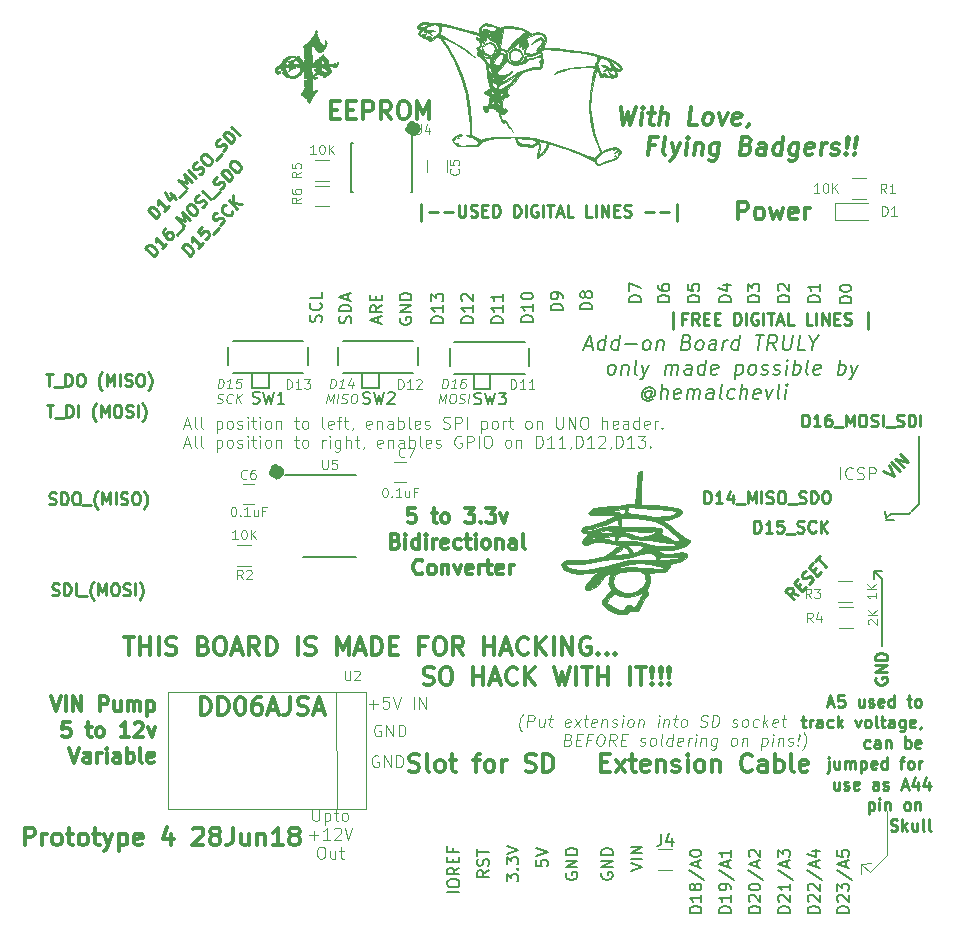
<source format=gbr>
G04 #@! TF.FileFunction,Legend,Top*
%FSLAX46Y46*%
G04 Gerber Fmt 4.6, Leading zero omitted, Abs format (unit mm)*
G04 Created by KiCad (PCBNEW 4.0.7) date Monday, July 02, 2018 'PMt' 09:22:05 PM*
%MOMM*%
%LPD*%
G01*
G04 APERTURE LIST*
%ADD10C,0.100000*%
%ADD11C,1.000000*%
%ADD12C,0.250000*%
%ADD13C,0.300000*%
%ADD14C,0.200000*%
%ADD15C,0.120000*%
%ADD16C,0.010000*%
%ADD17C,0.150000*%
G04 APERTURE END LIST*
D10*
D11*
X196684924Y-111750000D02*
G75*
G03X196684924Y-111750000I-164924J0D01*
G01*
X185124924Y-140800000D02*
G75*
G03X185124924Y-140800000I-164924J0D01*
G01*
D12*
X165740476Y-143504762D02*
X165883333Y-143552381D01*
X166121429Y-143552381D01*
X166216667Y-143504762D01*
X166264286Y-143457143D01*
X166311905Y-143361905D01*
X166311905Y-143266667D01*
X166264286Y-143171429D01*
X166216667Y-143123810D01*
X166121429Y-143076190D01*
X165930952Y-143028571D01*
X165835714Y-142980952D01*
X165788095Y-142933333D01*
X165740476Y-142838095D01*
X165740476Y-142742857D01*
X165788095Y-142647619D01*
X165835714Y-142600000D01*
X165930952Y-142552381D01*
X166169048Y-142552381D01*
X166311905Y-142600000D01*
X166740476Y-143552381D02*
X166740476Y-142552381D01*
X166978571Y-142552381D01*
X167121429Y-142600000D01*
X167216667Y-142695238D01*
X167264286Y-142790476D01*
X167311905Y-142980952D01*
X167311905Y-143123810D01*
X167264286Y-143314286D01*
X167216667Y-143409524D01*
X167121429Y-143504762D01*
X166978571Y-143552381D01*
X166740476Y-143552381D01*
X167930952Y-142552381D02*
X168121429Y-142552381D01*
X168216667Y-142600000D01*
X168311905Y-142695238D01*
X168359524Y-142885714D01*
X168359524Y-143219048D01*
X168311905Y-143409524D01*
X168216667Y-143504762D01*
X168121429Y-143552381D01*
X167930952Y-143552381D01*
X167835714Y-143504762D01*
X167740476Y-143409524D01*
X167692857Y-143219048D01*
X167692857Y-142885714D01*
X167740476Y-142695238D01*
X167835714Y-142600000D01*
X167930952Y-142552381D01*
X168550000Y-143647619D02*
X169311905Y-143647619D01*
X169835715Y-143933333D02*
X169788095Y-143885714D01*
X169692857Y-143742857D01*
X169645238Y-143647619D01*
X169597619Y-143504762D01*
X169550000Y-143266667D01*
X169550000Y-143076190D01*
X169597619Y-142838095D01*
X169645238Y-142695238D01*
X169692857Y-142600000D01*
X169788095Y-142457143D01*
X169835715Y-142409524D01*
X170216667Y-143552381D02*
X170216667Y-142552381D01*
X170550001Y-143266667D01*
X170883334Y-142552381D01*
X170883334Y-143552381D01*
X171359524Y-143552381D02*
X171359524Y-142552381D01*
X171788095Y-143504762D02*
X171930952Y-143552381D01*
X172169048Y-143552381D01*
X172264286Y-143504762D01*
X172311905Y-143457143D01*
X172359524Y-143361905D01*
X172359524Y-143266667D01*
X172311905Y-143171429D01*
X172264286Y-143123810D01*
X172169048Y-143076190D01*
X171978571Y-143028571D01*
X171883333Y-142980952D01*
X171835714Y-142933333D01*
X171788095Y-142838095D01*
X171788095Y-142742857D01*
X171835714Y-142647619D01*
X171883333Y-142600000D01*
X171978571Y-142552381D01*
X172216667Y-142552381D01*
X172359524Y-142600000D01*
X172978571Y-142552381D02*
X173169048Y-142552381D01*
X173264286Y-142600000D01*
X173359524Y-142695238D01*
X173407143Y-142885714D01*
X173407143Y-143219048D01*
X173359524Y-143409524D01*
X173264286Y-143504762D01*
X173169048Y-143552381D01*
X172978571Y-143552381D01*
X172883333Y-143504762D01*
X172788095Y-143409524D01*
X172740476Y-143219048D01*
X172740476Y-142885714D01*
X172788095Y-142695238D01*
X172883333Y-142600000D01*
X172978571Y-142552381D01*
X173740476Y-143933333D02*
X173788095Y-143885714D01*
X173883333Y-143742857D01*
X173930952Y-143647619D01*
X173978571Y-143504762D01*
X174026190Y-143266667D01*
X174026190Y-143076190D01*
X173978571Y-142838095D01*
X173930952Y-142695238D01*
X173883333Y-142600000D01*
X173788095Y-142457143D01*
X173740476Y-142409524D01*
X165965476Y-151204762D02*
X166108333Y-151252381D01*
X166346429Y-151252381D01*
X166441667Y-151204762D01*
X166489286Y-151157143D01*
X166536905Y-151061905D01*
X166536905Y-150966667D01*
X166489286Y-150871429D01*
X166441667Y-150823810D01*
X166346429Y-150776190D01*
X166155952Y-150728571D01*
X166060714Y-150680952D01*
X166013095Y-150633333D01*
X165965476Y-150538095D01*
X165965476Y-150442857D01*
X166013095Y-150347619D01*
X166060714Y-150300000D01*
X166155952Y-150252381D01*
X166394048Y-150252381D01*
X166536905Y-150300000D01*
X166965476Y-151252381D02*
X166965476Y-150252381D01*
X167203571Y-150252381D01*
X167346429Y-150300000D01*
X167441667Y-150395238D01*
X167489286Y-150490476D01*
X167536905Y-150680952D01*
X167536905Y-150823810D01*
X167489286Y-151014286D01*
X167441667Y-151109524D01*
X167346429Y-151204762D01*
X167203571Y-151252381D01*
X166965476Y-151252381D01*
X167965476Y-151252381D02*
X167965476Y-150252381D01*
X168203571Y-151347619D02*
X168965476Y-151347619D01*
X169489286Y-151633333D02*
X169441666Y-151585714D01*
X169346428Y-151442857D01*
X169298809Y-151347619D01*
X169251190Y-151204762D01*
X169203571Y-150966667D01*
X169203571Y-150776190D01*
X169251190Y-150538095D01*
X169298809Y-150395238D01*
X169346428Y-150300000D01*
X169441666Y-150157143D01*
X169489286Y-150109524D01*
X169870238Y-151252381D02*
X169870238Y-150252381D01*
X170203572Y-150966667D01*
X170536905Y-150252381D01*
X170536905Y-151252381D01*
X171203571Y-150252381D02*
X171394048Y-150252381D01*
X171489286Y-150300000D01*
X171584524Y-150395238D01*
X171632143Y-150585714D01*
X171632143Y-150919048D01*
X171584524Y-151109524D01*
X171489286Y-151204762D01*
X171394048Y-151252381D01*
X171203571Y-151252381D01*
X171108333Y-151204762D01*
X171013095Y-151109524D01*
X170965476Y-150919048D01*
X170965476Y-150585714D01*
X171013095Y-150395238D01*
X171108333Y-150300000D01*
X171203571Y-150252381D01*
X172013095Y-151204762D02*
X172155952Y-151252381D01*
X172394048Y-151252381D01*
X172489286Y-151204762D01*
X172536905Y-151157143D01*
X172584524Y-151061905D01*
X172584524Y-150966667D01*
X172536905Y-150871429D01*
X172489286Y-150823810D01*
X172394048Y-150776190D01*
X172203571Y-150728571D01*
X172108333Y-150680952D01*
X172060714Y-150633333D01*
X172013095Y-150538095D01*
X172013095Y-150442857D01*
X172060714Y-150347619D01*
X172108333Y-150300000D01*
X172203571Y-150252381D01*
X172441667Y-150252381D01*
X172584524Y-150300000D01*
X173013095Y-151252381D02*
X173013095Y-150252381D01*
X173394047Y-151633333D02*
X173441666Y-151585714D01*
X173536904Y-151442857D01*
X173584523Y-151347619D01*
X173632142Y-151204762D01*
X173679761Y-150966667D01*
X173679761Y-150776190D01*
X173632142Y-150538095D01*
X173584523Y-150395238D01*
X173536904Y-150300000D01*
X173441666Y-150157143D01*
X173394047Y-150109524D01*
X165520238Y-135152381D02*
X166091667Y-135152381D01*
X165805952Y-136152381D02*
X165805952Y-135152381D01*
X166186905Y-136247619D02*
X166948810Y-136247619D01*
X167186905Y-136152381D02*
X167186905Y-135152381D01*
X167425000Y-135152381D01*
X167567858Y-135200000D01*
X167663096Y-135295238D01*
X167710715Y-135390476D01*
X167758334Y-135580952D01*
X167758334Y-135723810D01*
X167710715Y-135914286D01*
X167663096Y-136009524D01*
X167567858Y-136104762D01*
X167425000Y-136152381D01*
X167186905Y-136152381D01*
X168186905Y-136152381D02*
X168186905Y-135152381D01*
X169710715Y-136533333D02*
X169663095Y-136485714D01*
X169567857Y-136342857D01*
X169520238Y-136247619D01*
X169472619Y-136104762D01*
X169425000Y-135866667D01*
X169425000Y-135676190D01*
X169472619Y-135438095D01*
X169520238Y-135295238D01*
X169567857Y-135200000D01*
X169663095Y-135057143D01*
X169710715Y-135009524D01*
X170091667Y-136152381D02*
X170091667Y-135152381D01*
X170425001Y-135866667D01*
X170758334Y-135152381D01*
X170758334Y-136152381D01*
X171425000Y-135152381D02*
X171615477Y-135152381D01*
X171710715Y-135200000D01*
X171805953Y-135295238D01*
X171853572Y-135485714D01*
X171853572Y-135819048D01*
X171805953Y-136009524D01*
X171710715Y-136104762D01*
X171615477Y-136152381D01*
X171425000Y-136152381D01*
X171329762Y-136104762D01*
X171234524Y-136009524D01*
X171186905Y-135819048D01*
X171186905Y-135485714D01*
X171234524Y-135295238D01*
X171329762Y-135200000D01*
X171425000Y-135152381D01*
X172234524Y-136104762D02*
X172377381Y-136152381D01*
X172615477Y-136152381D01*
X172710715Y-136104762D01*
X172758334Y-136057143D01*
X172805953Y-135961905D01*
X172805953Y-135866667D01*
X172758334Y-135771429D01*
X172710715Y-135723810D01*
X172615477Y-135676190D01*
X172425000Y-135628571D01*
X172329762Y-135580952D01*
X172282143Y-135533333D01*
X172234524Y-135438095D01*
X172234524Y-135342857D01*
X172282143Y-135247619D01*
X172329762Y-135200000D01*
X172425000Y-135152381D01*
X172663096Y-135152381D01*
X172805953Y-135200000D01*
X173234524Y-136152381D02*
X173234524Y-135152381D01*
X173615476Y-136533333D02*
X173663095Y-136485714D01*
X173758333Y-136342857D01*
X173805952Y-136247619D01*
X173853571Y-136104762D01*
X173901190Y-135866667D01*
X173901190Y-135676190D01*
X173853571Y-135438095D01*
X173805952Y-135295238D01*
X173758333Y-135200000D01*
X173663095Y-135057143D01*
X173615476Y-135009524D01*
X165445238Y-132527381D02*
X166016667Y-132527381D01*
X165730952Y-133527381D02*
X165730952Y-132527381D01*
X166111905Y-133622619D02*
X166873810Y-133622619D01*
X167111905Y-133527381D02*
X167111905Y-132527381D01*
X167350000Y-132527381D01*
X167492858Y-132575000D01*
X167588096Y-132670238D01*
X167635715Y-132765476D01*
X167683334Y-132955952D01*
X167683334Y-133098810D01*
X167635715Y-133289286D01*
X167588096Y-133384524D01*
X167492858Y-133479762D01*
X167350000Y-133527381D01*
X167111905Y-133527381D01*
X168302381Y-132527381D02*
X168492858Y-132527381D01*
X168588096Y-132575000D01*
X168683334Y-132670238D01*
X168730953Y-132860714D01*
X168730953Y-133194048D01*
X168683334Y-133384524D01*
X168588096Y-133479762D01*
X168492858Y-133527381D01*
X168302381Y-133527381D01*
X168207143Y-133479762D01*
X168111905Y-133384524D01*
X168064286Y-133194048D01*
X168064286Y-132860714D01*
X168111905Y-132670238D01*
X168207143Y-132575000D01*
X168302381Y-132527381D01*
X170207144Y-133908333D02*
X170159524Y-133860714D01*
X170064286Y-133717857D01*
X170016667Y-133622619D01*
X169969048Y-133479762D01*
X169921429Y-133241667D01*
X169921429Y-133051190D01*
X169969048Y-132813095D01*
X170016667Y-132670238D01*
X170064286Y-132575000D01*
X170159524Y-132432143D01*
X170207144Y-132384524D01*
X170588096Y-133527381D02*
X170588096Y-132527381D01*
X170921430Y-133241667D01*
X171254763Y-132527381D01*
X171254763Y-133527381D01*
X171730953Y-133527381D02*
X171730953Y-132527381D01*
X172159524Y-133479762D02*
X172302381Y-133527381D01*
X172540477Y-133527381D01*
X172635715Y-133479762D01*
X172683334Y-133432143D01*
X172730953Y-133336905D01*
X172730953Y-133241667D01*
X172683334Y-133146429D01*
X172635715Y-133098810D01*
X172540477Y-133051190D01*
X172350000Y-133003571D01*
X172254762Y-132955952D01*
X172207143Y-132908333D01*
X172159524Y-132813095D01*
X172159524Y-132717857D01*
X172207143Y-132622619D01*
X172254762Y-132575000D01*
X172350000Y-132527381D01*
X172588096Y-132527381D01*
X172730953Y-132575000D01*
X173350000Y-132527381D02*
X173540477Y-132527381D01*
X173635715Y-132575000D01*
X173730953Y-132670238D01*
X173778572Y-132860714D01*
X173778572Y-133194048D01*
X173730953Y-133384524D01*
X173635715Y-133479762D01*
X173540477Y-133527381D01*
X173350000Y-133527381D01*
X173254762Y-133479762D01*
X173159524Y-133384524D01*
X173111905Y-133194048D01*
X173111905Y-132860714D01*
X173159524Y-132670238D01*
X173254762Y-132575000D01*
X173350000Y-132527381D01*
X174111905Y-133908333D02*
X174159524Y-133860714D01*
X174254762Y-133717857D01*
X174302381Y-133622619D01*
X174350000Y-133479762D01*
X174397619Y-133241667D01*
X174397619Y-133051190D01*
X174350000Y-132813095D01*
X174302381Y-132670238D01*
X174254762Y-132575000D01*
X174159524Y-132432143D01*
X174111905Y-132384524D01*
D10*
X234425000Y-174075000D02*
X234475000Y-174850000D01*
X234425000Y-174000000D02*
X235300000Y-173900000D01*
X235250000Y-174675000D02*
X234425000Y-174000000D01*
X236700000Y-173225000D02*
X235250000Y-174675000D01*
X236650000Y-169550000D02*
X236700000Y-173225000D01*
D12*
X231642855Y-160416667D02*
X232119046Y-160416667D01*
X231547617Y-160702381D02*
X231880950Y-159702381D01*
X232214284Y-160702381D01*
X233023808Y-159702381D02*
X232547617Y-159702381D01*
X232499998Y-160178571D01*
X232547617Y-160130952D01*
X232642855Y-160083333D01*
X232880951Y-160083333D01*
X232976189Y-160130952D01*
X233023808Y-160178571D01*
X233071427Y-160273810D01*
X233071427Y-160511905D01*
X233023808Y-160607143D01*
X232976189Y-160654762D01*
X232880951Y-160702381D01*
X232642855Y-160702381D01*
X232547617Y-160654762D01*
X232499998Y-160607143D01*
X234690475Y-160035714D02*
X234690475Y-160702381D01*
X234261903Y-160035714D02*
X234261903Y-160559524D01*
X234309522Y-160654762D01*
X234404760Y-160702381D01*
X234547618Y-160702381D01*
X234642856Y-160654762D01*
X234690475Y-160607143D01*
X235119046Y-160654762D02*
X235214284Y-160702381D01*
X235404760Y-160702381D01*
X235499999Y-160654762D01*
X235547618Y-160559524D01*
X235547618Y-160511905D01*
X235499999Y-160416667D01*
X235404760Y-160369048D01*
X235261903Y-160369048D01*
X235166665Y-160321429D01*
X235119046Y-160226190D01*
X235119046Y-160178571D01*
X235166665Y-160083333D01*
X235261903Y-160035714D01*
X235404760Y-160035714D01*
X235499999Y-160083333D01*
X236357142Y-160654762D02*
X236261904Y-160702381D01*
X236071427Y-160702381D01*
X235976189Y-160654762D01*
X235928570Y-160559524D01*
X235928570Y-160178571D01*
X235976189Y-160083333D01*
X236071427Y-160035714D01*
X236261904Y-160035714D01*
X236357142Y-160083333D01*
X236404761Y-160178571D01*
X236404761Y-160273810D01*
X235928570Y-160369048D01*
X237261904Y-160702381D02*
X237261904Y-159702381D01*
X237261904Y-160654762D02*
X237166666Y-160702381D01*
X236976189Y-160702381D01*
X236880951Y-160654762D01*
X236833332Y-160607143D01*
X236785713Y-160511905D01*
X236785713Y-160226190D01*
X236833332Y-160130952D01*
X236880951Y-160083333D01*
X236976189Y-160035714D01*
X237166666Y-160035714D01*
X237261904Y-160083333D01*
X238357142Y-160035714D02*
X238738094Y-160035714D01*
X238499999Y-159702381D02*
X238499999Y-160559524D01*
X238547618Y-160654762D01*
X238642856Y-160702381D01*
X238738094Y-160702381D01*
X239214285Y-160702381D02*
X239119047Y-160654762D01*
X239071428Y-160607143D01*
X239023809Y-160511905D01*
X239023809Y-160226190D01*
X239071428Y-160130952D01*
X239119047Y-160083333D01*
X239214285Y-160035714D01*
X239357143Y-160035714D01*
X239452381Y-160083333D01*
X239500000Y-160130952D01*
X239547619Y-160226190D01*
X239547619Y-160511905D01*
X239500000Y-160607143D01*
X239452381Y-160654762D01*
X239357143Y-160702381D01*
X239214285Y-160702381D01*
X229404759Y-161785714D02*
X229785711Y-161785714D01*
X229547616Y-161452381D02*
X229547616Y-162309524D01*
X229595235Y-162404762D01*
X229690473Y-162452381D01*
X229785711Y-162452381D01*
X230119045Y-162452381D02*
X230119045Y-161785714D01*
X230119045Y-161976190D02*
X230166664Y-161880952D01*
X230214283Y-161833333D01*
X230309521Y-161785714D01*
X230404760Y-161785714D01*
X231166665Y-162452381D02*
X231166665Y-161928571D01*
X231119046Y-161833333D01*
X231023808Y-161785714D01*
X230833331Y-161785714D01*
X230738093Y-161833333D01*
X231166665Y-162404762D02*
X231071427Y-162452381D01*
X230833331Y-162452381D01*
X230738093Y-162404762D01*
X230690474Y-162309524D01*
X230690474Y-162214286D01*
X230738093Y-162119048D01*
X230833331Y-162071429D01*
X231071427Y-162071429D01*
X231166665Y-162023810D01*
X232071427Y-162404762D02*
X231976189Y-162452381D01*
X231785712Y-162452381D01*
X231690474Y-162404762D01*
X231642855Y-162357143D01*
X231595236Y-162261905D01*
X231595236Y-161976190D01*
X231642855Y-161880952D01*
X231690474Y-161833333D01*
X231785712Y-161785714D01*
X231976189Y-161785714D01*
X232071427Y-161833333D01*
X232499998Y-162452381D02*
X232499998Y-161452381D01*
X232595236Y-162071429D02*
X232880951Y-162452381D01*
X232880951Y-161785714D02*
X232499998Y-162166667D01*
X233976189Y-161785714D02*
X234214284Y-162452381D01*
X234452380Y-161785714D01*
X234976189Y-162452381D02*
X234880951Y-162404762D01*
X234833332Y-162357143D01*
X234785713Y-162261905D01*
X234785713Y-161976190D01*
X234833332Y-161880952D01*
X234880951Y-161833333D01*
X234976189Y-161785714D01*
X235119047Y-161785714D01*
X235214285Y-161833333D01*
X235261904Y-161880952D01*
X235309523Y-161976190D01*
X235309523Y-162261905D01*
X235261904Y-162357143D01*
X235214285Y-162404762D01*
X235119047Y-162452381D01*
X234976189Y-162452381D01*
X235880951Y-162452381D02*
X235785713Y-162404762D01*
X235738094Y-162309524D01*
X235738094Y-161452381D01*
X236119047Y-161785714D02*
X236499999Y-161785714D01*
X236261904Y-161452381D02*
X236261904Y-162309524D01*
X236309523Y-162404762D01*
X236404761Y-162452381D01*
X236499999Y-162452381D01*
X237261905Y-162452381D02*
X237261905Y-161928571D01*
X237214286Y-161833333D01*
X237119048Y-161785714D01*
X236928571Y-161785714D01*
X236833333Y-161833333D01*
X237261905Y-162404762D02*
X237166667Y-162452381D01*
X236928571Y-162452381D01*
X236833333Y-162404762D01*
X236785714Y-162309524D01*
X236785714Y-162214286D01*
X236833333Y-162119048D01*
X236928571Y-162071429D01*
X237166667Y-162071429D01*
X237261905Y-162023810D01*
X238166667Y-161785714D02*
X238166667Y-162595238D01*
X238119048Y-162690476D01*
X238071429Y-162738095D01*
X237976190Y-162785714D01*
X237833333Y-162785714D01*
X237738095Y-162738095D01*
X238166667Y-162404762D02*
X238071429Y-162452381D01*
X237880952Y-162452381D01*
X237785714Y-162404762D01*
X237738095Y-162357143D01*
X237690476Y-162261905D01*
X237690476Y-161976190D01*
X237738095Y-161880952D01*
X237785714Y-161833333D01*
X237880952Y-161785714D01*
X238071429Y-161785714D01*
X238166667Y-161833333D01*
X239023810Y-162404762D02*
X238928572Y-162452381D01*
X238738095Y-162452381D01*
X238642857Y-162404762D01*
X238595238Y-162309524D01*
X238595238Y-161928571D01*
X238642857Y-161833333D01*
X238738095Y-161785714D01*
X238928572Y-161785714D01*
X239023810Y-161833333D01*
X239071429Y-161928571D01*
X239071429Y-162023810D01*
X238595238Y-162119048D01*
X239547619Y-162404762D02*
X239547619Y-162452381D01*
X239500000Y-162547619D01*
X239452381Y-162595238D01*
X235214285Y-164154762D02*
X235119047Y-164202381D01*
X234928570Y-164202381D01*
X234833332Y-164154762D01*
X234785713Y-164107143D01*
X234738094Y-164011905D01*
X234738094Y-163726190D01*
X234785713Y-163630952D01*
X234833332Y-163583333D01*
X234928570Y-163535714D01*
X235119047Y-163535714D01*
X235214285Y-163583333D01*
X236071428Y-164202381D02*
X236071428Y-163678571D01*
X236023809Y-163583333D01*
X235928571Y-163535714D01*
X235738094Y-163535714D01*
X235642856Y-163583333D01*
X236071428Y-164154762D02*
X235976190Y-164202381D01*
X235738094Y-164202381D01*
X235642856Y-164154762D01*
X235595237Y-164059524D01*
X235595237Y-163964286D01*
X235642856Y-163869048D01*
X235738094Y-163821429D01*
X235976190Y-163821429D01*
X236071428Y-163773810D01*
X236547618Y-163535714D02*
X236547618Y-164202381D01*
X236547618Y-163630952D02*
X236595237Y-163583333D01*
X236690475Y-163535714D01*
X236833333Y-163535714D01*
X236928571Y-163583333D01*
X236976190Y-163678571D01*
X236976190Y-164202381D01*
X238214285Y-164202381D02*
X238214285Y-163202381D01*
X238214285Y-163583333D02*
X238309523Y-163535714D01*
X238500000Y-163535714D01*
X238595238Y-163583333D01*
X238642857Y-163630952D01*
X238690476Y-163726190D01*
X238690476Y-164011905D01*
X238642857Y-164107143D01*
X238595238Y-164154762D01*
X238500000Y-164202381D01*
X238309523Y-164202381D01*
X238214285Y-164154762D01*
X239500000Y-164154762D02*
X239404762Y-164202381D01*
X239214285Y-164202381D01*
X239119047Y-164154762D01*
X239071428Y-164059524D01*
X239071428Y-163678571D01*
X239119047Y-163583333D01*
X239214285Y-163535714D01*
X239404762Y-163535714D01*
X239500000Y-163583333D01*
X239547619Y-163678571D01*
X239547619Y-163773810D01*
X239071428Y-163869048D01*
X231738094Y-165285714D02*
X231738094Y-166142857D01*
X231690475Y-166238095D01*
X231595237Y-166285714D01*
X231547618Y-166285714D01*
X231738094Y-164952381D02*
X231690475Y-165000000D01*
X231738094Y-165047619D01*
X231785713Y-165000000D01*
X231738094Y-164952381D01*
X231738094Y-165047619D01*
X232642856Y-165285714D02*
X232642856Y-165952381D01*
X232214284Y-165285714D02*
X232214284Y-165809524D01*
X232261903Y-165904762D01*
X232357141Y-165952381D01*
X232499999Y-165952381D01*
X232595237Y-165904762D01*
X232642856Y-165857143D01*
X233119046Y-165952381D02*
X233119046Y-165285714D01*
X233119046Y-165380952D02*
X233166665Y-165333333D01*
X233261903Y-165285714D01*
X233404761Y-165285714D01*
X233499999Y-165333333D01*
X233547618Y-165428571D01*
X233547618Y-165952381D01*
X233547618Y-165428571D02*
X233595237Y-165333333D01*
X233690475Y-165285714D01*
X233833332Y-165285714D01*
X233928570Y-165333333D01*
X233976189Y-165428571D01*
X233976189Y-165952381D01*
X234452379Y-165285714D02*
X234452379Y-166285714D01*
X234452379Y-165333333D02*
X234547617Y-165285714D01*
X234738094Y-165285714D01*
X234833332Y-165333333D01*
X234880951Y-165380952D01*
X234928570Y-165476190D01*
X234928570Y-165761905D01*
X234880951Y-165857143D01*
X234833332Y-165904762D01*
X234738094Y-165952381D01*
X234547617Y-165952381D01*
X234452379Y-165904762D01*
X235738094Y-165904762D02*
X235642856Y-165952381D01*
X235452379Y-165952381D01*
X235357141Y-165904762D01*
X235309522Y-165809524D01*
X235309522Y-165428571D01*
X235357141Y-165333333D01*
X235452379Y-165285714D01*
X235642856Y-165285714D01*
X235738094Y-165333333D01*
X235785713Y-165428571D01*
X235785713Y-165523810D01*
X235309522Y-165619048D01*
X236642856Y-165952381D02*
X236642856Y-164952381D01*
X236642856Y-165904762D02*
X236547618Y-165952381D01*
X236357141Y-165952381D01*
X236261903Y-165904762D01*
X236214284Y-165857143D01*
X236166665Y-165761905D01*
X236166665Y-165476190D01*
X236214284Y-165380952D01*
X236261903Y-165333333D01*
X236357141Y-165285714D01*
X236547618Y-165285714D01*
X236642856Y-165333333D01*
X237738094Y-165285714D02*
X238119046Y-165285714D01*
X237880951Y-165952381D02*
X237880951Y-165095238D01*
X237928570Y-165000000D01*
X238023808Y-164952381D01*
X238119046Y-164952381D01*
X238595237Y-165952381D02*
X238499999Y-165904762D01*
X238452380Y-165857143D01*
X238404761Y-165761905D01*
X238404761Y-165476190D01*
X238452380Y-165380952D01*
X238499999Y-165333333D01*
X238595237Y-165285714D01*
X238738095Y-165285714D01*
X238833333Y-165333333D01*
X238880952Y-165380952D01*
X238928571Y-165476190D01*
X238928571Y-165761905D01*
X238880952Y-165857143D01*
X238833333Y-165904762D01*
X238738095Y-165952381D01*
X238595237Y-165952381D01*
X239357142Y-165952381D02*
X239357142Y-165285714D01*
X239357142Y-165476190D02*
X239404761Y-165380952D01*
X239452380Y-165333333D01*
X239547618Y-165285714D01*
X239642857Y-165285714D01*
X232595237Y-167035714D02*
X232595237Y-167702381D01*
X232166665Y-167035714D02*
X232166665Y-167559524D01*
X232214284Y-167654762D01*
X232309522Y-167702381D01*
X232452380Y-167702381D01*
X232547618Y-167654762D01*
X232595237Y-167607143D01*
X233023808Y-167654762D02*
X233119046Y-167702381D01*
X233309522Y-167702381D01*
X233404761Y-167654762D01*
X233452380Y-167559524D01*
X233452380Y-167511905D01*
X233404761Y-167416667D01*
X233309522Y-167369048D01*
X233166665Y-167369048D01*
X233071427Y-167321429D01*
X233023808Y-167226190D01*
X233023808Y-167178571D01*
X233071427Y-167083333D01*
X233166665Y-167035714D01*
X233309522Y-167035714D01*
X233404761Y-167083333D01*
X234261904Y-167654762D02*
X234166666Y-167702381D01*
X233976189Y-167702381D01*
X233880951Y-167654762D01*
X233833332Y-167559524D01*
X233833332Y-167178571D01*
X233880951Y-167083333D01*
X233976189Y-167035714D01*
X234166666Y-167035714D01*
X234261904Y-167083333D01*
X234309523Y-167178571D01*
X234309523Y-167273810D01*
X233833332Y-167369048D01*
X235928571Y-167702381D02*
X235928571Y-167178571D01*
X235880952Y-167083333D01*
X235785714Y-167035714D01*
X235595237Y-167035714D01*
X235499999Y-167083333D01*
X235928571Y-167654762D02*
X235833333Y-167702381D01*
X235595237Y-167702381D01*
X235499999Y-167654762D01*
X235452380Y-167559524D01*
X235452380Y-167464286D01*
X235499999Y-167369048D01*
X235595237Y-167321429D01*
X235833333Y-167321429D01*
X235928571Y-167273810D01*
X236357142Y-167654762D02*
X236452380Y-167702381D01*
X236642856Y-167702381D01*
X236738095Y-167654762D01*
X236785714Y-167559524D01*
X236785714Y-167511905D01*
X236738095Y-167416667D01*
X236642856Y-167369048D01*
X236499999Y-167369048D01*
X236404761Y-167321429D01*
X236357142Y-167226190D01*
X236357142Y-167178571D01*
X236404761Y-167083333D01*
X236499999Y-167035714D01*
X236642856Y-167035714D01*
X236738095Y-167083333D01*
X237928571Y-167416667D02*
X238404762Y-167416667D01*
X237833333Y-167702381D02*
X238166666Y-166702381D01*
X238500000Y-167702381D01*
X239261905Y-167035714D02*
X239261905Y-167702381D01*
X239023809Y-166654762D02*
X238785714Y-167369048D01*
X239404762Y-167369048D01*
X240214286Y-167035714D02*
X240214286Y-167702381D01*
X239976190Y-166654762D02*
X239738095Y-167369048D01*
X240357143Y-167369048D01*
X235119047Y-168785714D02*
X235119047Y-169785714D01*
X235119047Y-168833333D02*
X235214285Y-168785714D01*
X235404762Y-168785714D01*
X235500000Y-168833333D01*
X235547619Y-168880952D01*
X235595238Y-168976190D01*
X235595238Y-169261905D01*
X235547619Y-169357143D01*
X235500000Y-169404762D01*
X235404762Y-169452381D01*
X235214285Y-169452381D01*
X235119047Y-169404762D01*
X236023809Y-169452381D02*
X236023809Y-168785714D01*
X236023809Y-168452381D02*
X235976190Y-168500000D01*
X236023809Y-168547619D01*
X236071428Y-168500000D01*
X236023809Y-168452381D01*
X236023809Y-168547619D01*
X236499999Y-168785714D02*
X236499999Y-169452381D01*
X236499999Y-168880952D02*
X236547618Y-168833333D01*
X236642856Y-168785714D01*
X236785714Y-168785714D01*
X236880952Y-168833333D01*
X236928571Y-168928571D01*
X236928571Y-169452381D01*
X238309523Y-169452381D02*
X238214285Y-169404762D01*
X238166666Y-169357143D01*
X238119047Y-169261905D01*
X238119047Y-168976190D01*
X238166666Y-168880952D01*
X238214285Y-168833333D01*
X238309523Y-168785714D01*
X238452381Y-168785714D01*
X238547619Y-168833333D01*
X238595238Y-168880952D01*
X238642857Y-168976190D01*
X238642857Y-169261905D01*
X238595238Y-169357143D01*
X238547619Y-169404762D01*
X238452381Y-169452381D01*
X238309523Y-169452381D01*
X239071428Y-168785714D02*
X239071428Y-169452381D01*
X239071428Y-168880952D02*
X239119047Y-168833333D01*
X239214285Y-168785714D01*
X239357143Y-168785714D01*
X239452381Y-168833333D01*
X239500000Y-168928571D01*
X239500000Y-169452381D01*
X236976189Y-171154762D02*
X237119046Y-171202381D01*
X237357142Y-171202381D01*
X237452380Y-171154762D01*
X237499999Y-171107143D01*
X237547618Y-171011905D01*
X237547618Y-170916667D01*
X237499999Y-170821429D01*
X237452380Y-170773810D01*
X237357142Y-170726190D01*
X237166665Y-170678571D01*
X237071427Y-170630952D01*
X237023808Y-170583333D01*
X236976189Y-170488095D01*
X236976189Y-170392857D01*
X237023808Y-170297619D01*
X237071427Y-170250000D01*
X237166665Y-170202381D01*
X237404761Y-170202381D01*
X237547618Y-170250000D01*
X237976189Y-171202381D02*
X237976189Y-170202381D01*
X238071427Y-170821429D02*
X238357142Y-171202381D01*
X238357142Y-170535714D02*
X237976189Y-170916667D01*
X239214285Y-170535714D02*
X239214285Y-171202381D01*
X238785713Y-170535714D02*
X238785713Y-171059524D01*
X238833332Y-171154762D01*
X238928570Y-171202381D01*
X239071428Y-171202381D01*
X239166666Y-171154762D01*
X239214285Y-171107143D01*
X239833332Y-171202381D02*
X239738094Y-171154762D01*
X239690475Y-171059524D01*
X239690475Y-170202381D01*
X240357142Y-171202381D02*
X240261904Y-171154762D01*
X240214285Y-171059524D01*
X240214285Y-170202381D01*
X197216667Y-119535714D02*
X197216667Y-118107143D01*
X197930953Y-118821429D02*
X198692858Y-118821429D01*
X199169048Y-118821429D02*
X199930953Y-118821429D01*
X200407143Y-118202381D02*
X200407143Y-119011905D01*
X200454762Y-119107143D01*
X200502381Y-119154762D01*
X200597619Y-119202381D01*
X200788096Y-119202381D01*
X200883334Y-119154762D01*
X200930953Y-119107143D01*
X200978572Y-119011905D01*
X200978572Y-118202381D01*
X201407143Y-119154762D02*
X201550000Y-119202381D01*
X201788096Y-119202381D01*
X201883334Y-119154762D01*
X201930953Y-119107143D01*
X201978572Y-119011905D01*
X201978572Y-118916667D01*
X201930953Y-118821429D01*
X201883334Y-118773810D01*
X201788096Y-118726190D01*
X201597619Y-118678571D01*
X201502381Y-118630952D01*
X201454762Y-118583333D01*
X201407143Y-118488095D01*
X201407143Y-118392857D01*
X201454762Y-118297619D01*
X201502381Y-118250000D01*
X201597619Y-118202381D01*
X201835715Y-118202381D01*
X201978572Y-118250000D01*
X202407143Y-118678571D02*
X202740477Y-118678571D01*
X202883334Y-119202381D02*
X202407143Y-119202381D01*
X202407143Y-118202381D01*
X202883334Y-118202381D01*
X203311905Y-119202381D02*
X203311905Y-118202381D01*
X203550000Y-118202381D01*
X203692858Y-118250000D01*
X203788096Y-118345238D01*
X203835715Y-118440476D01*
X203883334Y-118630952D01*
X203883334Y-118773810D01*
X203835715Y-118964286D01*
X203788096Y-119059524D01*
X203692858Y-119154762D01*
X203550000Y-119202381D01*
X203311905Y-119202381D01*
X205073810Y-119202381D02*
X205073810Y-118202381D01*
X205311905Y-118202381D01*
X205454763Y-118250000D01*
X205550001Y-118345238D01*
X205597620Y-118440476D01*
X205645239Y-118630952D01*
X205645239Y-118773810D01*
X205597620Y-118964286D01*
X205550001Y-119059524D01*
X205454763Y-119154762D01*
X205311905Y-119202381D01*
X205073810Y-119202381D01*
X206073810Y-119202381D02*
X206073810Y-118202381D01*
X207073810Y-118250000D02*
X206978572Y-118202381D01*
X206835715Y-118202381D01*
X206692857Y-118250000D01*
X206597619Y-118345238D01*
X206550000Y-118440476D01*
X206502381Y-118630952D01*
X206502381Y-118773810D01*
X206550000Y-118964286D01*
X206597619Y-119059524D01*
X206692857Y-119154762D01*
X206835715Y-119202381D01*
X206930953Y-119202381D01*
X207073810Y-119154762D01*
X207121429Y-119107143D01*
X207121429Y-118773810D01*
X206930953Y-118773810D01*
X207550000Y-119202381D02*
X207550000Y-118202381D01*
X207883333Y-118202381D02*
X208454762Y-118202381D01*
X208169047Y-119202381D02*
X208169047Y-118202381D01*
X208740476Y-118916667D02*
X209216667Y-118916667D01*
X208645238Y-119202381D02*
X208978571Y-118202381D01*
X209311905Y-119202381D01*
X210121429Y-119202381D02*
X209645238Y-119202381D01*
X209645238Y-118202381D01*
X211692858Y-119202381D02*
X211216667Y-119202381D01*
X211216667Y-118202381D01*
X212026191Y-119202381D02*
X212026191Y-118202381D01*
X212502381Y-119202381D02*
X212502381Y-118202381D01*
X213073810Y-119202381D01*
X213073810Y-118202381D01*
X213550000Y-118678571D02*
X213883334Y-118678571D01*
X214026191Y-119202381D02*
X213550000Y-119202381D01*
X213550000Y-118202381D01*
X214026191Y-118202381D01*
X214407143Y-119154762D02*
X214550000Y-119202381D01*
X214788096Y-119202381D01*
X214883334Y-119154762D01*
X214930953Y-119107143D01*
X214978572Y-119011905D01*
X214978572Y-118916667D01*
X214930953Y-118821429D01*
X214883334Y-118773810D01*
X214788096Y-118726190D01*
X214597619Y-118678571D01*
X214502381Y-118630952D01*
X214454762Y-118583333D01*
X214407143Y-118488095D01*
X214407143Y-118392857D01*
X214454762Y-118297619D01*
X214502381Y-118250000D01*
X214597619Y-118202381D01*
X214835715Y-118202381D01*
X214978572Y-118250000D01*
X216169048Y-118821429D02*
X216930953Y-118821429D01*
X217407143Y-118821429D02*
X218169048Y-118821429D01*
X218883333Y-119535714D02*
X218883333Y-118107143D01*
X218586904Y-128685714D02*
X218586904Y-127257143D01*
X219634524Y-127828571D02*
X219301190Y-127828571D01*
X219301190Y-128352381D02*
X219301190Y-127352381D01*
X219777381Y-127352381D01*
X220729762Y-128352381D02*
X220396428Y-127876190D01*
X220158333Y-128352381D02*
X220158333Y-127352381D01*
X220539286Y-127352381D01*
X220634524Y-127400000D01*
X220682143Y-127447619D01*
X220729762Y-127542857D01*
X220729762Y-127685714D01*
X220682143Y-127780952D01*
X220634524Y-127828571D01*
X220539286Y-127876190D01*
X220158333Y-127876190D01*
X221158333Y-127828571D02*
X221491667Y-127828571D01*
X221634524Y-128352381D02*
X221158333Y-128352381D01*
X221158333Y-127352381D01*
X221634524Y-127352381D01*
X222063095Y-127828571D02*
X222396429Y-127828571D01*
X222539286Y-128352381D02*
X222063095Y-128352381D01*
X222063095Y-127352381D01*
X222539286Y-127352381D01*
X223729762Y-128352381D02*
X223729762Y-127352381D01*
X223967857Y-127352381D01*
X224110715Y-127400000D01*
X224205953Y-127495238D01*
X224253572Y-127590476D01*
X224301191Y-127780952D01*
X224301191Y-127923810D01*
X224253572Y-128114286D01*
X224205953Y-128209524D01*
X224110715Y-128304762D01*
X223967857Y-128352381D01*
X223729762Y-128352381D01*
X224729762Y-128352381D02*
X224729762Y-127352381D01*
X225729762Y-127400000D02*
X225634524Y-127352381D01*
X225491667Y-127352381D01*
X225348809Y-127400000D01*
X225253571Y-127495238D01*
X225205952Y-127590476D01*
X225158333Y-127780952D01*
X225158333Y-127923810D01*
X225205952Y-128114286D01*
X225253571Y-128209524D01*
X225348809Y-128304762D01*
X225491667Y-128352381D01*
X225586905Y-128352381D01*
X225729762Y-128304762D01*
X225777381Y-128257143D01*
X225777381Y-127923810D01*
X225586905Y-127923810D01*
X226205952Y-128352381D02*
X226205952Y-127352381D01*
X226539285Y-127352381D02*
X227110714Y-127352381D01*
X226824999Y-128352381D02*
X226824999Y-127352381D01*
X227396428Y-128066667D02*
X227872619Y-128066667D01*
X227301190Y-128352381D02*
X227634523Y-127352381D01*
X227967857Y-128352381D01*
X228777381Y-128352381D02*
X228301190Y-128352381D01*
X228301190Y-127352381D01*
X230348810Y-128352381D02*
X229872619Y-128352381D01*
X229872619Y-127352381D01*
X230682143Y-128352381D02*
X230682143Y-127352381D01*
X231158333Y-128352381D02*
X231158333Y-127352381D01*
X231729762Y-128352381D01*
X231729762Y-127352381D01*
X232205952Y-127828571D02*
X232539286Y-127828571D01*
X232682143Y-128352381D02*
X232205952Y-128352381D01*
X232205952Y-127352381D01*
X232682143Y-127352381D01*
X233063095Y-128304762D02*
X233205952Y-128352381D01*
X233444048Y-128352381D01*
X233539286Y-128304762D01*
X233586905Y-128257143D01*
X233634524Y-128161905D01*
X233634524Y-128066667D01*
X233586905Y-127971429D01*
X233539286Y-127923810D01*
X233444048Y-127876190D01*
X233253571Y-127828571D01*
X233158333Y-127780952D01*
X233110714Y-127733333D01*
X233063095Y-127638095D01*
X233063095Y-127542857D01*
X233110714Y-127447619D01*
X233158333Y-127400000D01*
X233253571Y-127352381D01*
X233491667Y-127352381D01*
X233634524Y-127400000D01*
X235063095Y-128685714D02*
X235063095Y-127257143D01*
D13*
X172074999Y-154803571D02*
X172932142Y-154803571D01*
X172503571Y-156303571D02*
X172503571Y-154803571D01*
X173432142Y-156303571D02*
X173432142Y-154803571D01*
X173432142Y-155517857D02*
X174289285Y-155517857D01*
X174289285Y-156303571D02*
X174289285Y-154803571D01*
X175003571Y-156303571D02*
X175003571Y-154803571D01*
X175646428Y-156232143D02*
X175860714Y-156303571D01*
X176217857Y-156303571D01*
X176360714Y-156232143D01*
X176432143Y-156160714D01*
X176503571Y-156017857D01*
X176503571Y-155875000D01*
X176432143Y-155732143D01*
X176360714Y-155660714D01*
X176217857Y-155589286D01*
X175932143Y-155517857D01*
X175789285Y-155446429D01*
X175717857Y-155375000D01*
X175646428Y-155232143D01*
X175646428Y-155089286D01*
X175717857Y-154946429D01*
X175789285Y-154875000D01*
X175932143Y-154803571D01*
X176289285Y-154803571D01*
X176503571Y-154875000D01*
X178789285Y-155517857D02*
X179003571Y-155589286D01*
X179074999Y-155660714D01*
X179146428Y-155803571D01*
X179146428Y-156017857D01*
X179074999Y-156160714D01*
X179003571Y-156232143D01*
X178860713Y-156303571D01*
X178289285Y-156303571D01*
X178289285Y-154803571D01*
X178789285Y-154803571D01*
X178932142Y-154875000D01*
X179003571Y-154946429D01*
X179074999Y-155089286D01*
X179074999Y-155232143D01*
X179003571Y-155375000D01*
X178932142Y-155446429D01*
X178789285Y-155517857D01*
X178289285Y-155517857D01*
X180074999Y-154803571D02*
X180360713Y-154803571D01*
X180503571Y-154875000D01*
X180646428Y-155017857D01*
X180717856Y-155303571D01*
X180717856Y-155803571D01*
X180646428Y-156089286D01*
X180503571Y-156232143D01*
X180360713Y-156303571D01*
X180074999Y-156303571D01*
X179932142Y-156232143D01*
X179789285Y-156089286D01*
X179717856Y-155803571D01*
X179717856Y-155303571D01*
X179789285Y-155017857D01*
X179932142Y-154875000D01*
X180074999Y-154803571D01*
X181289285Y-155875000D02*
X182003571Y-155875000D01*
X181146428Y-156303571D02*
X181646428Y-154803571D01*
X182146428Y-156303571D01*
X183503571Y-156303571D02*
X183003571Y-155589286D01*
X182646428Y-156303571D02*
X182646428Y-154803571D01*
X183217856Y-154803571D01*
X183360714Y-154875000D01*
X183432142Y-154946429D01*
X183503571Y-155089286D01*
X183503571Y-155303571D01*
X183432142Y-155446429D01*
X183360714Y-155517857D01*
X183217856Y-155589286D01*
X182646428Y-155589286D01*
X184146428Y-156303571D02*
X184146428Y-154803571D01*
X184503571Y-154803571D01*
X184717856Y-154875000D01*
X184860714Y-155017857D01*
X184932142Y-155160714D01*
X185003571Y-155446429D01*
X185003571Y-155660714D01*
X184932142Y-155946429D01*
X184860714Y-156089286D01*
X184717856Y-156232143D01*
X184503571Y-156303571D01*
X184146428Y-156303571D01*
X186789285Y-156303571D02*
X186789285Y-154803571D01*
X187432142Y-156232143D02*
X187646428Y-156303571D01*
X188003571Y-156303571D01*
X188146428Y-156232143D01*
X188217857Y-156160714D01*
X188289285Y-156017857D01*
X188289285Y-155875000D01*
X188217857Y-155732143D01*
X188146428Y-155660714D01*
X188003571Y-155589286D01*
X187717857Y-155517857D01*
X187574999Y-155446429D01*
X187503571Y-155375000D01*
X187432142Y-155232143D01*
X187432142Y-155089286D01*
X187503571Y-154946429D01*
X187574999Y-154875000D01*
X187717857Y-154803571D01*
X188074999Y-154803571D01*
X188289285Y-154875000D01*
X190074999Y-156303571D02*
X190074999Y-154803571D01*
X190574999Y-155875000D01*
X191074999Y-154803571D01*
X191074999Y-156303571D01*
X191717856Y-155875000D02*
X192432142Y-155875000D01*
X191574999Y-156303571D02*
X192074999Y-154803571D01*
X192574999Y-156303571D01*
X193074999Y-156303571D02*
X193074999Y-154803571D01*
X193432142Y-154803571D01*
X193646427Y-154875000D01*
X193789285Y-155017857D01*
X193860713Y-155160714D01*
X193932142Y-155446429D01*
X193932142Y-155660714D01*
X193860713Y-155946429D01*
X193789285Y-156089286D01*
X193646427Y-156232143D01*
X193432142Y-156303571D01*
X193074999Y-156303571D01*
X194574999Y-155517857D02*
X195074999Y-155517857D01*
X195289285Y-156303571D02*
X194574999Y-156303571D01*
X194574999Y-154803571D01*
X195289285Y-154803571D01*
X197574999Y-155517857D02*
X197074999Y-155517857D01*
X197074999Y-156303571D02*
X197074999Y-154803571D01*
X197789285Y-154803571D01*
X198646427Y-154803571D02*
X198932141Y-154803571D01*
X199074999Y-154875000D01*
X199217856Y-155017857D01*
X199289284Y-155303571D01*
X199289284Y-155803571D01*
X199217856Y-156089286D01*
X199074999Y-156232143D01*
X198932141Y-156303571D01*
X198646427Y-156303571D01*
X198503570Y-156232143D01*
X198360713Y-156089286D01*
X198289284Y-155803571D01*
X198289284Y-155303571D01*
X198360713Y-155017857D01*
X198503570Y-154875000D01*
X198646427Y-154803571D01*
X200789285Y-156303571D02*
X200289285Y-155589286D01*
X199932142Y-156303571D02*
X199932142Y-154803571D01*
X200503570Y-154803571D01*
X200646428Y-154875000D01*
X200717856Y-154946429D01*
X200789285Y-155089286D01*
X200789285Y-155303571D01*
X200717856Y-155446429D01*
X200646428Y-155517857D01*
X200503570Y-155589286D01*
X199932142Y-155589286D01*
X202574999Y-156303571D02*
X202574999Y-154803571D01*
X202574999Y-155517857D02*
X203432142Y-155517857D01*
X203432142Y-156303571D02*
X203432142Y-154803571D01*
X204074999Y-155875000D02*
X204789285Y-155875000D01*
X203932142Y-156303571D02*
X204432142Y-154803571D01*
X204932142Y-156303571D01*
X206289285Y-156160714D02*
X206217856Y-156232143D01*
X206003570Y-156303571D01*
X205860713Y-156303571D01*
X205646428Y-156232143D01*
X205503570Y-156089286D01*
X205432142Y-155946429D01*
X205360713Y-155660714D01*
X205360713Y-155446429D01*
X205432142Y-155160714D01*
X205503570Y-155017857D01*
X205646428Y-154875000D01*
X205860713Y-154803571D01*
X206003570Y-154803571D01*
X206217856Y-154875000D01*
X206289285Y-154946429D01*
X206932142Y-156303571D02*
X206932142Y-154803571D01*
X207789285Y-156303571D02*
X207146428Y-155446429D01*
X207789285Y-154803571D02*
X206932142Y-155660714D01*
X208432142Y-156303571D02*
X208432142Y-154803571D01*
X209146428Y-156303571D02*
X209146428Y-154803571D01*
X210003571Y-156303571D01*
X210003571Y-154803571D01*
X211503571Y-154875000D02*
X211360714Y-154803571D01*
X211146428Y-154803571D01*
X210932143Y-154875000D01*
X210789285Y-155017857D01*
X210717857Y-155160714D01*
X210646428Y-155446429D01*
X210646428Y-155660714D01*
X210717857Y-155946429D01*
X210789285Y-156089286D01*
X210932143Y-156232143D01*
X211146428Y-156303571D01*
X211289285Y-156303571D01*
X211503571Y-156232143D01*
X211575000Y-156160714D01*
X211575000Y-155660714D01*
X211289285Y-155660714D01*
X212217857Y-156160714D02*
X212289285Y-156232143D01*
X212217857Y-156303571D01*
X212146428Y-156232143D01*
X212217857Y-156160714D01*
X212217857Y-156303571D01*
X212932143Y-156160714D02*
X213003571Y-156232143D01*
X212932143Y-156303571D01*
X212860714Y-156232143D01*
X212932143Y-156160714D01*
X212932143Y-156303571D01*
X213646429Y-156160714D02*
X213717857Y-156232143D01*
X213646429Y-156303571D01*
X213575000Y-156232143D01*
X213646429Y-156160714D01*
X213646429Y-156303571D01*
X197432141Y-158782143D02*
X197646427Y-158853571D01*
X198003570Y-158853571D01*
X198146427Y-158782143D01*
X198217856Y-158710714D01*
X198289284Y-158567857D01*
X198289284Y-158425000D01*
X198217856Y-158282143D01*
X198146427Y-158210714D01*
X198003570Y-158139286D01*
X197717856Y-158067857D01*
X197574998Y-157996429D01*
X197503570Y-157925000D01*
X197432141Y-157782143D01*
X197432141Y-157639286D01*
X197503570Y-157496429D01*
X197574998Y-157425000D01*
X197717856Y-157353571D01*
X198074998Y-157353571D01*
X198289284Y-157425000D01*
X199217855Y-157353571D02*
X199503569Y-157353571D01*
X199646427Y-157425000D01*
X199789284Y-157567857D01*
X199860712Y-157853571D01*
X199860712Y-158353571D01*
X199789284Y-158639286D01*
X199646427Y-158782143D01*
X199503569Y-158853571D01*
X199217855Y-158853571D01*
X199074998Y-158782143D01*
X198932141Y-158639286D01*
X198860712Y-158353571D01*
X198860712Y-157853571D01*
X198932141Y-157567857D01*
X199074998Y-157425000D01*
X199217855Y-157353571D01*
X201646427Y-158853571D02*
X201646427Y-157353571D01*
X201646427Y-158067857D02*
X202503570Y-158067857D01*
X202503570Y-158853571D02*
X202503570Y-157353571D01*
X203146427Y-158425000D02*
X203860713Y-158425000D01*
X203003570Y-158853571D02*
X203503570Y-157353571D01*
X204003570Y-158853571D01*
X205360713Y-158710714D02*
X205289284Y-158782143D01*
X205074998Y-158853571D01*
X204932141Y-158853571D01*
X204717856Y-158782143D01*
X204574998Y-158639286D01*
X204503570Y-158496429D01*
X204432141Y-158210714D01*
X204432141Y-157996429D01*
X204503570Y-157710714D01*
X204574998Y-157567857D01*
X204717856Y-157425000D01*
X204932141Y-157353571D01*
X205074998Y-157353571D01*
X205289284Y-157425000D01*
X205360713Y-157496429D01*
X206003570Y-158853571D02*
X206003570Y-157353571D01*
X206860713Y-158853571D02*
X206217856Y-157996429D01*
X206860713Y-157353571D02*
X206003570Y-158210714D01*
X208503570Y-157353571D02*
X208860713Y-158853571D01*
X209146427Y-157782143D01*
X209432141Y-158853571D01*
X209789284Y-157353571D01*
X210360713Y-158853571D02*
X210360713Y-157353571D01*
X210860713Y-157353571D02*
X211717856Y-157353571D01*
X211289285Y-158853571D02*
X211289285Y-157353571D01*
X212217856Y-158853571D02*
X212217856Y-157353571D01*
X212217856Y-158067857D02*
X213074999Y-158067857D01*
X213074999Y-158853571D02*
X213074999Y-157353571D01*
X214932142Y-158853571D02*
X214932142Y-157353571D01*
X215432142Y-157353571D02*
X216289285Y-157353571D01*
X215860714Y-158853571D02*
X215860714Y-157353571D01*
X216789285Y-158710714D02*
X216860713Y-158782143D01*
X216789285Y-158853571D01*
X216717856Y-158782143D01*
X216789285Y-158710714D01*
X216789285Y-158853571D01*
X216789285Y-158282143D02*
X216717856Y-157425000D01*
X216789285Y-157353571D01*
X216860713Y-157425000D01*
X216789285Y-158282143D01*
X216789285Y-157353571D01*
X217503571Y-158710714D02*
X217574999Y-158782143D01*
X217503571Y-158853571D01*
X217432142Y-158782143D01*
X217503571Y-158710714D01*
X217503571Y-158853571D01*
X217503571Y-158282143D02*
X217432142Y-157425000D01*
X217503571Y-157353571D01*
X217574999Y-157425000D01*
X217503571Y-158282143D01*
X217503571Y-157353571D01*
X218217857Y-158710714D02*
X218289285Y-158782143D01*
X218217857Y-158853571D01*
X218146428Y-158782143D01*
X218217857Y-158710714D01*
X218217857Y-158853571D01*
X218217857Y-158282143D02*
X218146428Y-157425000D01*
X218217857Y-157353571D01*
X218289285Y-157425000D01*
X218217857Y-158282143D01*
X218217857Y-157353571D01*
X214160715Y-109903571D02*
X214330358Y-111403571D01*
X214750000Y-110332143D01*
X214901786Y-111403571D01*
X215446429Y-109903571D01*
X215830358Y-111403571D02*
X215955358Y-110403571D01*
X216017858Y-109903571D02*
X215937500Y-109975000D01*
X216000000Y-110046429D01*
X216080357Y-109975000D01*
X216017858Y-109903571D01*
X216000000Y-110046429D01*
X216455358Y-110403571D02*
X217026787Y-110403571D01*
X216732144Y-109903571D02*
X216571429Y-111189286D01*
X216625000Y-111332143D01*
X216758930Y-111403571D01*
X216901787Y-111403571D01*
X217401787Y-111403571D02*
X217589287Y-109903571D01*
X218044644Y-111403571D02*
X218142858Y-110617857D01*
X218089286Y-110475000D01*
X217955358Y-110403571D01*
X217741073Y-110403571D01*
X217589286Y-110475000D01*
X217508929Y-110546429D01*
X220616073Y-111403571D02*
X219901787Y-111403571D01*
X220089287Y-109903571D01*
X221330359Y-111403571D02*
X221196429Y-111332143D01*
X221133930Y-111260714D01*
X221080358Y-111117857D01*
X221133929Y-110689286D01*
X221223215Y-110546429D01*
X221303572Y-110475000D01*
X221455359Y-110403571D01*
X221669644Y-110403571D01*
X221803572Y-110475000D01*
X221866072Y-110546429D01*
X221919644Y-110689286D01*
X221866073Y-111117857D01*
X221776787Y-111260714D01*
X221696429Y-111332143D01*
X221544644Y-111403571D01*
X221330359Y-111403571D01*
X222455359Y-110403571D02*
X222687502Y-111403571D01*
X223169644Y-110403571D01*
X224196429Y-111332143D02*
X224044644Y-111403571D01*
X223758930Y-111403571D01*
X223625001Y-111332143D01*
X223571429Y-111189286D01*
X223642858Y-110617857D01*
X223732144Y-110475000D01*
X223883930Y-110403571D01*
X224169644Y-110403571D01*
X224303572Y-110475000D01*
X224357144Y-110617857D01*
X224339287Y-110760714D01*
X223607144Y-110903571D01*
X224982143Y-111332143D02*
X224973215Y-111403571D01*
X224883929Y-111546429D01*
X224803572Y-111617857D01*
X217000000Y-113167857D02*
X216500000Y-113167857D01*
X216401786Y-113953571D02*
X216589286Y-112453571D01*
X217303572Y-112453571D01*
X217901786Y-113953571D02*
X217767856Y-113882143D01*
X217714285Y-113739286D01*
X217875000Y-112453571D01*
X218455357Y-112953571D02*
X218687500Y-113953571D01*
X219169642Y-112953571D02*
X218687500Y-113953571D01*
X218499999Y-114310714D01*
X218419642Y-114382143D01*
X218267857Y-114453571D01*
X219616071Y-113953571D02*
X219741071Y-112953571D01*
X219803571Y-112453571D02*
X219723213Y-112525000D01*
X219785713Y-112596429D01*
X219866070Y-112525000D01*
X219803571Y-112453571D01*
X219785713Y-112596429D01*
X220455357Y-112953571D02*
X220330357Y-113953571D01*
X220437499Y-113096429D02*
X220517856Y-113025000D01*
X220669643Y-112953571D01*
X220883928Y-112953571D01*
X221017856Y-113025000D01*
X221071428Y-113167857D01*
X220973214Y-113953571D01*
X222455357Y-112953571D02*
X222303571Y-114167857D01*
X222214285Y-114310714D01*
X222133928Y-114382143D01*
X221982143Y-114453571D01*
X221767857Y-114453571D01*
X221633928Y-114382143D01*
X222339285Y-113882143D02*
X222187500Y-113953571D01*
X221901786Y-113953571D01*
X221767856Y-113882143D01*
X221705357Y-113810714D01*
X221651785Y-113667857D01*
X221705356Y-113239286D01*
X221794642Y-113096429D01*
X221874999Y-113025000D01*
X222026786Y-112953571D01*
X222312500Y-112953571D01*
X222446428Y-113025000D01*
X224785714Y-113167857D02*
X224991071Y-113239286D01*
X225053571Y-113310714D01*
X225107143Y-113453571D01*
X225080357Y-113667857D01*
X224991071Y-113810714D01*
X224910714Y-113882143D01*
X224758928Y-113953571D01*
X224187500Y-113953571D01*
X224375000Y-112453571D01*
X224875000Y-112453571D01*
X225008928Y-112525000D01*
X225071428Y-112596429D01*
X225124999Y-112739286D01*
X225107142Y-112882143D01*
X225017857Y-113025000D01*
X224937499Y-113096429D01*
X224785714Y-113167857D01*
X224285714Y-113167857D01*
X226330357Y-113953571D02*
X226428571Y-113167857D01*
X226374999Y-113025000D01*
X226241071Y-112953571D01*
X225955357Y-112953571D01*
X225803571Y-113025000D01*
X226339285Y-113882143D02*
X226187500Y-113953571D01*
X225830357Y-113953571D01*
X225696428Y-113882143D01*
X225642856Y-113739286D01*
X225660713Y-113596429D01*
X225750000Y-113453571D01*
X225901785Y-113382143D01*
X226258928Y-113382143D01*
X226410714Y-113310714D01*
X227687500Y-113953571D02*
X227875000Y-112453571D01*
X227696428Y-113882143D02*
X227544643Y-113953571D01*
X227258929Y-113953571D01*
X227124999Y-113882143D01*
X227062500Y-113810714D01*
X227008928Y-113667857D01*
X227062499Y-113239286D01*
X227151785Y-113096429D01*
X227232142Y-113025000D01*
X227383929Y-112953571D01*
X227669643Y-112953571D01*
X227803571Y-113025000D01*
X229169643Y-112953571D02*
X229017857Y-114167857D01*
X228928571Y-114310714D01*
X228848214Y-114382143D01*
X228696429Y-114453571D01*
X228482143Y-114453571D01*
X228348214Y-114382143D01*
X229053571Y-113882143D02*
X228901786Y-113953571D01*
X228616072Y-113953571D01*
X228482142Y-113882143D01*
X228419643Y-113810714D01*
X228366071Y-113667857D01*
X228419642Y-113239286D01*
X228508928Y-113096429D01*
X228589285Y-113025000D01*
X228741072Y-112953571D01*
X229026786Y-112953571D01*
X229160714Y-113025000D01*
X230339285Y-113882143D02*
X230187500Y-113953571D01*
X229901786Y-113953571D01*
X229767857Y-113882143D01*
X229714285Y-113739286D01*
X229785714Y-113167857D01*
X229875000Y-113025000D01*
X230026786Y-112953571D01*
X230312500Y-112953571D01*
X230446428Y-113025000D01*
X230500000Y-113167857D01*
X230482143Y-113310714D01*
X229750000Y-113453571D01*
X231044643Y-113953571D02*
X231169643Y-112953571D01*
X231133928Y-113239286D02*
X231223213Y-113096429D01*
X231303571Y-113025000D01*
X231455357Y-112953571D01*
X231598214Y-112953571D01*
X231910713Y-113882143D02*
X232044642Y-113953571D01*
X232330357Y-113953571D01*
X232482142Y-113882143D01*
X232571427Y-113739286D01*
X232580356Y-113667857D01*
X232526785Y-113525000D01*
X232392857Y-113453571D01*
X232178571Y-113453571D01*
X232044642Y-113382143D01*
X231991070Y-113239286D01*
X231999999Y-113167857D01*
X232089285Y-113025000D01*
X232241071Y-112953571D01*
X232455357Y-112953571D01*
X232589285Y-113025000D01*
X233205357Y-113810714D02*
X233267856Y-113882143D01*
X233187500Y-113953571D01*
X233124999Y-113882143D01*
X233205357Y-113810714D01*
X233187500Y-113953571D01*
X233258928Y-113382143D02*
X233294642Y-112525000D01*
X233375000Y-112453571D01*
X233437499Y-112525000D01*
X233258928Y-113382143D01*
X233375000Y-112453571D01*
X233919643Y-113810714D02*
X233982142Y-113882143D01*
X233901786Y-113953571D01*
X233839285Y-113882143D01*
X233919643Y-113810714D01*
X233901786Y-113953571D01*
X233973214Y-113382143D02*
X234008928Y-112525000D01*
X234089286Y-112453571D01*
X234151785Y-112525000D01*
X233973214Y-113382143D01*
X234089286Y-112453571D01*
D14*
X211115178Y-130133333D02*
X211710416Y-130133333D01*
X210951489Y-130490476D02*
X211524405Y-129240476D01*
X211784822Y-130490476D01*
X212737203Y-130490476D02*
X212893453Y-129240476D01*
X212744643Y-130430952D02*
X212618156Y-130490476D01*
X212380060Y-130490476D01*
X212268453Y-130430952D01*
X212216369Y-130371429D01*
X212171726Y-130252381D01*
X212216369Y-129895238D01*
X212290774Y-129776190D01*
X212357739Y-129716667D01*
X212484226Y-129657143D01*
X212722322Y-129657143D01*
X212833929Y-129716667D01*
X213868155Y-130490476D02*
X214024405Y-129240476D01*
X213875595Y-130430952D02*
X213749108Y-130490476D01*
X213511012Y-130490476D01*
X213399405Y-130430952D01*
X213347321Y-130371429D01*
X213302678Y-130252381D01*
X213347321Y-129895238D01*
X213421726Y-129776190D01*
X213488691Y-129716667D01*
X213615178Y-129657143D01*
X213853274Y-129657143D01*
X213964881Y-129716667D01*
X214522916Y-130014286D02*
X215475297Y-130014286D01*
X216189583Y-130490476D02*
X216077976Y-130430952D01*
X216025892Y-130371429D01*
X215981249Y-130252381D01*
X216025892Y-129895238D01*
X216100297Y-129776190D01*
X216167262Y-129716667D01*
X216293749Y-129657143D01*
X216472321Y-129657143D01*
X216583929Y-129716667D01*
X216636011Y-129776190D01*
X216680654Y-129895238D01*
X216636011Y-130252381D01*
X216561606Y-130371429D01*
X216494643Y-130430952D01*
X216368155Y-130490476D01*
X216189583Y-130490476D01*
X217246130Y-129657143D02*
X217141964Y-130490476D01*
X217231249Y-129776190D02*
X217298214Y-129716667D01*
X217424701Y-129657143D01*
X217603273Y-129657143D01*
X217714881Y-129716667D01*
X217759523Y-129835714D01*
X217677678Y-130490476D01*
X219723809Y-129835714D02*
X219894939Y-129895238D01*
X219947023Y-129954762D01*
X219991666Y-130073810D01*
X219969344Y-130252381D01*
X219894939Y-130371429D01*
X219827975Y-130430952D01*
X219701488Y-130490476D01*
X219225297Y-130490476D01*
X219381547Y-129240476D01*
X219798214Y-129240476D01*
X219909820Y-129300000D01*
X219961904Y-129359524D01*
X220006547Y-129478571D01*
X219991666Y-129597619D01*
X219917261Y-129716667D01*
X219850296Y-129776190D01*
X219723809Y-129835714D01*
X219307142Y-129835714D01*
X220653868Y-130490476D02*
X220542261Y-130430952D01*
X220490177Y-130371429D01*
X220445534Y-130252381D01*
X220490177Y-129895238D01*
X220564582Y-129776190D01*
X220631547Y-129716667D01*
X220758034Y-129657143D01*
X220936606Y-129657143D01*
X221048214Y-129716667D01*
X221100296Y-129776190D01*
X221144939Y-129895238D01*
X221100296Y-130252381D01*
X221025891Y-130371429D01*
X220958928Y-130430952D01*
X220832440Y-130490476D01*
X220653868Y-130490476D01*
X222141963Y-130490476D02*
X222223808Y-129835714D01*
X222179166Y-129716667D01*
X222067558Y-129657143D01*
X221829463Y-129657143D01*
X221702975Y-129716667D01*
X222149403Y-130430952D02*
X222022916Y-130490476D01*
X221725297Y-130490476D01*
X221613689Y-130430952D01*
X221569046Y-130311905D01*
X221583927Y-130192857D01*
X221658332Y-130073810D01*
X221784820Y-130014286D01*
X222082439Y-130014286D01*
X222208927Y-129954762D01*
X222737201Y-130490476D02*
X222841367Y-129657143D01*
X222811605Y-129895238D02*
X222886010Y-129776190D01*
X222952975Y-129716667D01*
X223079462Y-129657143D01*
X223198510Y-129657143D01*
X224046725Y-130490476D02*
X224202975Y-129240476D01*
X224054165Y-130430952D02*
X223927678Y-130490476D01*
X223689582Y-130490476D01*
X223577975Y-130430952D01*
X223525891Y-130371429D01*
X223481248Y-130252381D01*
X223525891Y-129895238D01*
X223600296Y-129776190D01*
X223667261Y-129716667D01*
X223793748Y-129657143D01*
X224031844Y-129657143D01*
X224143451Y-129716667D01*
X225572023Y-129240476D02*
X226286308Y-129240476D01*
X225772915Y-130490476D02*
X225929165Y-129240476D01*
X227261011Y-130490476D02*
X226918748Y-129895238D01*
X226546725Y-130490476D02*
X226702975Y-129240476D01*
X227179166Y-129240476D01*
X227290772Y-129300000D01*
X227342856Y-129359524D01*
X227387499Y-129478571D01*
X227365177Y-129657143D01*
X227290772Y-129776190D01*
X227223808Y-129835714D01*
X227097320Y-129895238D01*
X226621129Y-129895238D01*
X227952975Y-129240476D02*
X227826486Y-130252381D01*
X227871129Y-130371429D01*
X227923213Y-130430952D01*
X228034820Y-130490476D01*
X228272916Y-130490476D01*
X228399403Y-130430952D01*
X228466367Y-130371429D01*
X228540772Y-130252381D01*
X228667261Y-129240476D01*
X229701487Y-130490476D02*
X229106249Y-130490476D01*
X229262499Y-129240476D01*
X230430653Y-129895238D02*
X230356249Y-130490476D01*
X230095833Y-129240476D02*
X230430653Y-129895238D01*
X230929166Y-129240476D01*
X213213393Y-132565476D02*
X213101786Y-132505952D01*
X213049702Y-132446429D01*
X213005059Y-132327381D01*
X213049702Y-131970238D01*
X213124107Y-131851190D01*
X213191072Y-131791667D01*
X213317559Y-131732143D01*
X213496131Y-131732143D01*
X213607739Y-131791667D01*
X213659821Y-131851190D01*
X213704464Y-131970238D01*
X213659821Y-132327381D01*
X213585416Y-132446429D01*
X213518453Y-132505952D01*
X213391965Y-132565476D01*
X213213393Y-132565476D01*
X214269940Y-131732143D02*
X214165774Y-132565476D01*
X214255059Y-131851190D02*
X214322024Y-131791667D01*
X214448511Y-131732143D01*
X214627083Y-131732143D01*
X214738691Y-131791667D01*
X214783333Y-131910714D01*
X214701488Y-132565476D01*
X215475297Y-132565476D02*
X215363690Y-132505952D01*
X215319047Y-132386905D01*
X215452976Y-131315476D01*
X215936606Y-131732143D02*
X216130059Y-132565476D01*
X216531845Y-131732143D02*
X216130059Y-132565476D01*
X215973809Y-132863095D01*
X215906845Y-132922619D01*
X215780356Y-132982143D01*
X217856250Y-132565476D02*
X217960416Y-131732143D01*
X217945535Y-131851190D02*
X218012500Y-131791667D01*
X218138987Y-131732143D01*
X218317559Y-131732143D01*
X218429167Y-131791667D01*
X218473809Y-131910714D01*
X218391964Y-132565476D01*
X218473809Y-131910714D02*
X218548214Y-131791667D01*
X218674702Y-131732143D01*
X218853273Y-131732143D01*
X218964881Y-131791667D01*
X219009524Y-131910714D01*
X218927679Y-132565476D01*
X220058631Y-132565476D02*
X220140476Y-131910714D01*
X220095834Y-131791667D01*
X219984226Y-131732143D01*
X219746131Y-131732143D01*
X219619643Y-131791667D01*
X220066071Y-132505952D02*
X219939584Y-132565476D01*
X219641965Y-132565476D01*
X219530357Y-132505952D01*
X219485714Y-132386905D01*
X219500595Y-132267857D01*
X219575000Y-132148810D01*
X219701488Y-132089286D01*
X219999107Y-132089286D01*
X220125595Y-132029762D01*
X221189583Y-132565476D02*
X221345833Y-131315476D01*
X221197023Y-132505952D02*
X221070536Y-132565476D01*
X220832440Y-132565476D01*
X220720833Y-132505952D01*
X220668749Y-132446429D01*
X220624106Y-132327381D01*
X220668749Y-131970238D01*
X220743154Y-131851190D01*
X220810119Y-131791667D01*
X220936606Y-131732143D01*
X221174702Y-131732143D01*
X221286309Y-131791667D01*
X222268452Y-132505952D02*
X222141964Y-132565476D01*
X221903869Y-132565476D01*
X221792261Y-132505952D01*
X221747618Y-132386905D01*
X221807142Y-131910714D01*
X221881547Y-131791667D01*
X222008035Y-131732143D01*
X222246130Y-131732143D01*
X222357738Y-131791667D01*
X222402380Y-131910714D01*
X222387499Y-132029762D01*
X221777380Y-132148810D01*
X223912797Y-131732143D02*
X223756547Y-132982143D01*
X223905357Y-131791667D02*
X224031845Y-131732143D01*
X224269940Y-131732143D01*
X224381548Y-131791667D01*
X224433630Y-131851190D01*
X224478273Y-131970238D01*
X224433630Y-132327381D01*
X224359225Y-132446429D01*
X224292262Y-132505952D01*
X224165774Y-132565476D01*
X223927679Y-132565476D01*
X223816071Y-132505952D01*
X225118154Y-132565476D02*
X225006547Y-132505952D01*
X224954463Y-132446429D01*
X224909820Y-132327381D01*
X224954463Y-131970238D01*
X225028868Y-131851190D01*
X225095833Y-131791667D01*
X225222320Y-131732143D01*
X225400892Y-131732143D01*
X225512500Y-131791667D01*
X225564582Y-131851190D01*
X225609225Y-131970238D01*
X225564582Y-132327381D01*
X225490177Y-132446429D01*
X225423214Y-132505952D01*
X225296726Y-132565476D01*
X225118154Y-132565476D01*
X226018451Y-132505952D02*
X226130059Y-132565476D01*
X226368154Y-132565476D01*
X226494642Y-132505952D01*
X226569047Y-132386905D01*
X226576487Y-132327381D01*
X226531844Y-132208333D01*
X226420237Y-132148810D01*
X226241666Y-132148810D01*
X226130058Y-132089286D01*
X226085415Y-131970238D01*
X226092856Y-131910714D01*
X226167261Y-131791667D01*
X226293749Y-131732143D01*
X226472320Y-131732143D01*
X226583928Y-131791667D01*
X227030356Y-132505952D02*
X227141964Y-132565476D01*
X227380059Y-132565476D01*
X227506547Y-132505952D01*
X227580952Y-132386905D01*
X227588392Y-132327381D01*
X227543749Y-132208333D01*
X227432142Y-132148810D01*
X227253571Y-132148810D01*
X227141963Y-132089286D01*
X227097320Y-131970238D01*
X227104761Y-131910714D01*
X227179166Y-131791667D01*
X227305654Y-131732143D01*
X227484225Y-131732143D01*
X227595833Y-131791667D01*
X228094345Y-132565476D02*
X228198511Y-131732143D01*
X228250595Y-131315476D02*
X228183630Y-131375000D01*
X228235714Y-131434524D01*
X228302678Y-131375000D01*
X228250595Y-131315476D01*
X228235714Y-131434524D01*
X228689583Y-132565476D02*
X228845833Y-131315476D01*
X228786309Y-131791667D02*
X228912797Y-131732143D01*
X229150892Y-131732143D01*
X229262500Y-131791667D01*
X229314582Y-131851190D01*
X229359225Y-131970238D01*
X229314582Y-132327381D01*
X229240177Y-132446429D01*
X229173214Y-132505952D01*
X229046726Y-132565476D01*
X228808631Y-132565476D01*
X228697023Y-132505952D01*
X229999106Y-132565476D02*
X229887499Y-132505952D01*
X229842856Y-132386905D01*
X229976785Y-131315476D01*
X230958928Y-132505952D02*
X230832440Y-132565476D01*
X230594345Y-132565476D01*
X230482737Y-132505952D01*
X230438094Y-132386905D01*
X230497618Y-131910714D01*
X230572023Y-131791667D01*
X230698511Y-131732143D01*
X230936606Y-131732143D01*
X231048214Y-131791667D01*
X231092856Y-131910714D01*
X231077975Y-132029762D01*
X230467856Y-132148810D01*
X232499107Y-132565476D02*
X232655357Y-131315476D01*
X232595833Y-131791667D02*
X232722321Y-131732143D01*
X232960416Y-131732143D01*
X233072024Y-131791667D01*
X233124106Y-131851190D01*
X233168749Y-131970238D01*
X233124106Y-132327381D01*
X233049701Y-132446429D01*
X232982738Y-132505952D01*
X232856250Y-132565476D01*
X232618155Y-132565476D01*
X232506547Y-132505952D01*
X233615177Y-131732143D02*
X233808630Y-132565476D01*
X234210416Y-131732143D02*
X233808630Y-132565476D01*
X233652380Y-132863095D01*
X233585416Y-132922619D01*
X233458927Y-132982143D01*
X216740179Y-134045238D02*
X216688096Y-133985714D01*
X216576488Y-133926190D01*
X216457441Y-133926190D01*
X216330953Y-133985714D01*
X216263988Y-134045238D01*
X216189583Y-134164286D01*
X216174702Y-134283333D01*
X216219345Y-134402381D01*
X216271429Y-134461905D01*
X216383036Y-134521429D01*
X216502083Y-134521429D01*
X216628572Y-134461905D01*
X216695536Y-134402381D01*
X216755060Y-133926190D02*
X216695536Y-134402381D01*
X216747619Y-134461905D01*
X216807143Y-134461905D01*
X216933631Y-134402381D01*
X217008036Y-134283333D01*
X217045239Y-133985714D01*
X216948512Y-133807143D01*
X216784822Y-133688095D01*
X216554167Y-133628571D01*
X216308631Y-133688095D01*
X216115179Y-133807143D01*
X215973810Y-133985714D01*
X215884524Y-134223810D01*
X215914286Y-134461905D01*
X216011013Y-134640476D01*
X216174702Y-134759524D01*
X216405357Y-134819048D01*
X216650893Y-134759524D01*
X216844346Y-134640476D01*
X217499108Y-134640476D02*
X217655358Y-133390476D01*
X218034822Y-134640476D02*
X218116667Y-133985714D01*
X218072025Y-133866667D01*
X217960417Y-133807143D01*
X217781845Y-133807143D01*
X217655358Y-133866667D01*
X217588393Y-133926190D01*
X219113691Y-134580952D02*
X218987203Y-134640476D01*
X218749108Y-134640476D01*
X218637500Y-134580952D01*
X218592857Y-134461905D01*
X218652381Y-133985714D01*
X218726786Y-133866667D01*
X218853274Y-133807143D01*
X219091369Y-133807143D01*
X219202977Y-133866667D01*
X219247619Y-133985714D01*
X219232738Y-134104762D01*
X218622619Y-134223810D01*
X219701489Y-134640476D02*
X219805655Y-133807143D01*
X219790774Y-133926190D02*
X219857739Y-133866667D01*
X219984226Y-133807143D01*
X220162798Y-133807143D01*
X220274406Y-133866667D01*
X220319048Y-133985714D01*
X220237203Y-134640476D01*
X220319048Y-133985714D02*
X220393453Y-133866667D01*
X220519941Y-133807143D01*
X220698512Y-133807143D01*
X220810120Y-133866667D01*
X220854763Y-133985714D01*
X220772918Y-134640476D01*
X221903870Y-134640476D02*
X221985715Y-133985714D01*
X221941073Y-133866667D01*
X221829465Y-133807143D01*
X221591370Y-133807143D01*
X221464882Y-133866667D01*
X221911310Y-134580952D02*
X221784823Y-134640476D01*
X221487204Y-134640476D01*
X221375596Y-134580952D01*
X221330953Y-134461905D01*
X221345834Y-134342857D01*
X221420239Y-134223810D01*
X221546727Y-134164286D01*
X221844346Y-134164286D01*
X221970834Y-134104762D01*
X222677679Y-134640476D02*
X222566072Y-134580952D01*
X222521429Y-134461905D01*
X222655358Y-133390476D01*
X223697024Y-134580952D02*
X223570537Y-134640476D01*
X223332441Y-134640476D01*
X223220834Y-134580952D01*
X223168750Y-134521429D01*
X223124107Y-134402381D01*
X223168750Y-134045238D01*
X223243155Y-133926190D01*
X223310120Y-133866667D01*
X223436607Y-133807143D01*
X223674703Y-133807143D01*
X223786310Y-133866667D01*
X224225299Y-134640476D02*
X224381549Y-133390476D01*
X224761013Y-134640476D02*
X224842858Y-133985714D01*
X224798216Y-133866667D01*
X224686608Y-133807143D01*
X224508036Y-133807143D01*
X224381549Y-133866667D01*
X224314584Y-133926190D01*
X225839882Y-134580952D02*
X225713394Y-134640476D01*
X225475299Y-134640476D01*
X225363691Y-134580952D01*
X225319048Y-134461905D01*
X225378572Y-133985714D01*
X225452977Y-133866667D01*
X225579465Y-133807143D01*
X225817560Y-133807143D01*
X225929168Y-133866667D01*
X225973810Y-133985714D01*
X225958929Y-134104762D01*
X225348810Y-134223810D01*
X226412798Y-133807143D02*
X226606251Y-134640476D01*
X227008037Y-133807143D01*
X227558632Y-134640476D02*
X227447025Y-134580952D01*
X227402382Y-134461905D01*
X227536311Y-133390476D01*
X228034823Y-134640476D02*
X228138989Y-133807143D01*
X228191073Y-133390476D02*
X228124108Y-133450000D01*
X228176192Y-133509524D01*
X228243156Y-133450000D01*
X228191073Y-133390476D01*
X228176192Y-133509524D01*
D10*
X205732143Y-162783333D02*
X205690476Y-162735714D01*
X205613095Y-162592857D01*
X205577381Y-162497619D01*
X205547619Y-162354762D01*
X205529762Y-162116667D01*
X205553571Y-161926190D01*
X205630952Y-161688095D01*
X205696428Y-161545238D01*
X205755952Y-161450000D01*
X205869047Y-161307143D01*
X205922620Y-161259524D01*
X206160714Y-162402381D02*
X206285714Y-161402381D01*
X206666667Y-161402381D01*
X206755953Y-161450000D01*
X206797620Y-161497619D01*
X206833334Y-161592857D01*
X206815477Y-161735714D01*
X206755953Y-161830952D01*
X206702382Y-161878571D01*
X206601191Y-161926190D01*
X206220238Y-161926190D01*
X207672620Y-161735714D02*
X207589286Y-162402381D01*
X207244048Y-161735714D02*
X207178572Y-162259524D01*
X207214286Y-162354762D01*
X207303571Y-162402381D01*
X207446429Y-162402381D01*
X207547620Y-162354762D01*
X207601191Y-162307143D01*
X208005953Y-161735714D02*
X208386905Y-161735714D01*
X208190476Y-161402381D02*
X208083334Y-162259524D01*
X208119048Y-162354762D01*
X208208333Y-162402381D01*
X208303571Y-162402381D01*
X209785716Y-162354762D02*
X209684525Y-162402381D01*
X209494048Y-162402381D01*
X209404763Y-162354762D01*
X209369049Y-162259524D01*
X209416668Y-161878571D01*
X209476191Y-161783333D01*
X209577382Y-161735714D01*
X209767859Y-161735714D01*
X209857144Y-161783333D01*
X209892859Y-161878571D01*
X209880954Y-161973810D01*
X209392858Y-162069048D01*
X210160715Y-162402381D02*
X210767859Y-161735714D01*
X210244049Y-161735714D02*
X210684525Y-162402381D01*
X211005954Y-161735714D02*
X211386906Y-161735714D01*
X211190477Y-161402381D02*
X211083335Y-162259524D01*
X211119049Y-162354762D01*
X211208334Y-162402381D01*
X211303572Y-162402381D01*
X212023812Y-162354762D02*
X211922621Y-162402381D01*
X211732144Y-162402381D01*
X211642859Y-162354762D01*
X211607145Y-162259524D01*
X211654764Y-161878571D01*
X211714287Y-161783333D01*
X211815478Y-161735714D01*
X212005955Y-161735714D01*
X212095240Y-161783333D01*
X212130955Y-161878571D01*
X212119050Y-161973810D01*
X211630954Y-162069048D01*
X212577383Y-161735714D02*
X212494049Y-162402381D01*
X212565478Y-161830952D02*
X212619049Y-161783333D01*
X212720240Y-161735714D01*
X212863098Y-161735714D01*
X212952383Y-161783333D01*
X212988098Y-161878571D01*
X212922621Y-162402381D01*
X213357145Y-162354762D02*
X213446430Y-162402381D01*
X213636906Y-162402381D01*
X213738098Y-162354762D01*
X213797622Y-162259524D01*
X213803574Y-162211905D01*
X213767860Y-162116667D01*
X213678573Y-162069048D01*
X213535716Y-162069048D01*
X213446430Y-162021429D01*
X213410716Y-161926190D01*
X213416669Y-161878571D01*
X213476192Y-161783333D01*
X213577383Y-161735714D01*
X213720240Y-161735714D01*
X213809526Y-161783333D01*
X214208335Y-162402381D02*
X214291669Y-161735714D01*
X214333335Y-161402381D02*
X214279764Y-161450000D01*
X214321431Y-161497619D01*
X214375002Y-161450000D01*
X214333335Y-161402381D01*
X214321431Y-161497619D01*
X214827382Y-162402381D02*
X214738097Y-162354762D01*
X214696430Y-162307143D01*
X214660716Y-162211905D01*
X214696430Y-161926190D01*
X214755954Y-161830952D01*
X214809525Y-161783333D01*
X214910716Y-161735714D01*
X215053574Y-161735714D01*
X215142859Y-161783333D01*
X215184526Y-161830952D01*
X215220240Y-161926190D01*
X215184526Y-162211905D01*
X215125002Y-162307143D01*
X215071431Y-162354762D01*
X214970240Y-162402381D01*
X214827382Y-162402381D01*
X215672621Y-161735714D02*
X215589287Y-162402381D01*
X215660716Y-161830952D02*
X215714287Y-161783333D01*
X215815478Y-161735714D01*
X215958336Y-161735714D01*
X216047621Y-161783333D01*
X216083336Y-161878571D01*
X216017859Y-162402381D01*
X217255954Y-162402381D02*
X217339288Y-161735714D01*
X217380954Y-161402381D02*
X217327383Y-161450000D01*
X217369050Y-161497619D01*
X217422621Y-161450000D01*
X217380954Y-161402381D01*
X217369050Y-161497619D01*
X217815478Y-161735714D02*
X217732144Y-162402381D01*
X217803573Y-161830952D02*
X217857144Y-161783333D01*
X217958335Y-161735714D01*
X218101193Y-161735714D01*
X218190478Y-161783333D01*
X218226193Y-161878571D01*
X218160716Y-162402381D01*
X218577383Y-161735714D02*
X218958335Y-161735714D01*
X218761906Y-161402381D02*
X218654764Y-162259524D01*
X218690478Y-162354762D01*
X218779763Y-162402381D01*
X218875001Y-162402381D01*
X219351192Y-162402381D02*
X219261907Y-162354762D01*
X219220240Y-162307143D01*
X219184526Y-162211905D01*
X219220240Y-161926190D01*
X219279764Y-161830952D01*
X219333335Y-161783333D01*
X219434526Y-161735714D01*
X219577384Y-161735714D01*
X219666669Y-161783333D01*
X219708336Y-161830952D01*
X219744050Y-161926190D01*
X219708336Y-162211905D01*
X219648812Y-162307143D01*
X219595241Y-162354762D01*
X219494050Y-162402381D01*
X219351192Y-162402381D01*
X220833336Y-162354762D02*
X220970240Y-162402381D01*
X221208336Y-162402381D01*
X221309527Y-162354762D01*
X221363098Y-162307143D01*
X221422622Y-162211905D01*
X221434527Y-162116667D01*
X221398812Y-162021429D01*
X221357146Y-161973810D01*
X221267860Y-161926190D01*
X221083336Y-161878571D01*
X220994050Y-161830952D01*
X220952383Y-161783333D01*
X220916669Y-161688095D01*
X220928574Y-161592857D01*
X220988098Y-161497619D01*
X221041669Y-161450000D01*
X221142859Y-161402381D01*
X221380955Y-161402381D01*
X221517860Y-161450000D01*
X221827383Y-162402381D02*
X221952383Y-161402381D01*
X222190478Y-161402381D01*
X222327384Y-161450000D01*
X222410717Y-161545238D01*
X222446432Y-161640476D01*
X222470241Y-161830952D01*
X222452384Y-161973810D01*
X222380955Y-162164286D01*
X222321432Y-162259524D01*
X222214289Y-162354762D01*
X222065478Y-162402381D01*
X221827383Y-162402381D01*
X223547622Y-162354762D02*
X223636907Y-162402381D01*
X223827383Y-162402381D01*
X223928575Y-162354762D01*
X223988099Y-162259524D01*
X223994051Y-162211905D01*
X223958337Y-162116667D01*
X223869050Y-162069048D01*
X223726193Y-162069048D01*
X223636907Y-162021429D01*
X223601193Y-161926190D01*
X223607146Y-161878571D01*
X223666669Y-161783333D01*
X223767860Y-161735714D01*
X223910717Y-161735714D01*
X224000003Y-161783333D01*
X224541669Y-162402381D02*
X224452384Y-162354762D01*
X224410717Y-162307143D01*
X224375003Y-162211905D01*
X224410717Y-161926190D01*
X224470241Y-161830952D01*
X224523812Y-161783333D01*
X224625003Y-161735714D01*
X224767861Y-161735714D01*
X224857146Y-161783333D01*
X224898813Y-161830952D01*
X224934527Y-161926190D01*
X224898813Y-162211905D01*
X224839289Y-162307143D01*
X224785718Y-162354762D01*
X224684527Y-162402381D01*
X224541669Y-162402381D01*
X225738099Y-162354762D02*
X225636908Y-162402381D01*
X225446431Y-162402381D01*
X225357146Y-162354762D01*
X225315479Y-162307143D01*
X225279765Y-162211905D01*
X225315479Y-161926190D01*
X225375003Y-161830952D01*
X225428574Y-161783333D01*
X225529765Y-161735714D01*
X225720242Y-161735714D01*
X225809527Y-161783333D01*
X226160717Y-162402381D02*
X226285717Y-161402381D01*
X226303574Y-162021429D02*
X226541670Y-162402381D01*
X226625004Y-161735714D02*
X226196432Y-162116667D01*
X227357147Y-162354762D02*
X227255956Y-162402381D01*
X227065479Y-162402381D01*
X226976194Y-162354762D01*
X226940480Y-162259524D01*
X226988099Y-161878571D01*
X227047622Y-161783333D01*
X227148813Y-161735714D01*
X227339290Y-161735714D01*
X227428575Y-161783333D01*
X227464290Y-161878571D01*
X227452385Y-161973810D01*
X226964289Y-162069048D01*
X227767861Y-161735714D02*
X228148813Y-161735714D01*
X227952384Y-161402381D02*
X227845242Y-162259524D01*
X227880956Y-162354762D01*
X227970241Y-162402381D01*
X228065479Y-162402381D01*
X209702383Y-163478571D02*
X209839287Y-163526190D01*
X209880954Y-163573810D01*
X209916668Y-163669048D01*
X209898811Y-163811905D01*
X209839287Y-163907143D01*
X209785716Y-163954762D01*
X209684525Y-164002381D01*
X209303572Y-164002381D01*
X209428572Y-163002381D01*
X209761906Y-163002381D01*
X209851192Y-163050000D01*
X209892859Y-163097619D01*
X209928573Y-163192857D01*
X209916668Y-163288095D01*
X209857144Y-163383333D01*
X209803573Y-163430952D01*
X209702383Y-163478571D01*
X209369049Y-163478571D01*
X210369049Y-163478571D02*
X210702383Y-163478571D01*
X210779763Y-164002381D02*
X210303572Y-164002381D01*
X210428572Y-163002381D01*
X210904763Y-163002381D01*
X211607145Y-163478571D02*
X211273811Y-163478571D01*
X211208334Y-164002381D02*
X211333334Y-163002381D01*
X211809525Y-163002381D01*
X212380953Y-163002381D02*
X212571430Y-163002381D01*
X212660716Y-163050000D01*
X212744049Y-163145238D01*
X212767859Y-163335714D01*
X212726192Y-163669048D01*
X212654764Y-163859524D01*
X212547621Y-163954762D01*
X212446430Y-164002381D01*
X212255953Y-164002381D01*
X212166668Y-163954762D01*
X212083335Y-163859524D01*
X212059525Y-163669048D01*
X212101192Y-163335714D01*
X212172620Y-163145238D01*
X212279763Y-163050000D01*
X212380953Y-163002381D01*
X213684525Y-164002381D02*
X213410715Y-163526190D01*
X213113096Y-164002381D02*
X213238096Y-163002381D01*
X213619049Y-163002381D01*
X213708335Y-163050000D01*
X213750002Y-163097619D01*
X213785716Y-163192857D01*
X213767859Y-163335714D01*
X213708335Y-163430952D01*
X213654764Y-163478571D01*
X213553573Y-163526190D01*
X213172620Y-163526190D01*
X214178573Y-163478571D02*
X214511907Y-163478571D01*
X214589287Y-164002381D02*
X214113096Y-164002381D01*
X214238096Y-163002381D01*
X214714287Y-163002381D01*
X215738097Y-163954762D02*
X215827382Y-164002381D01*
X216017858Y-164002381D01*
X216119050Y-163954762D01*
X216178574Y-163859524D01*
X216184526Y-163811905D01*
X216148812Y-163716667D01*
X216059525Y-163669048D01*
X215916668Y-163669048D01*
X215827382Y-163621429D01*
X215791668Y-163526190D01*
X215797621Y-163478571D01*
X215857144Y-163383333D01*
X215958335Y-163335714D01*
X216101192Y-163335714D01*
X216190478Y-163383333D01*
X216732144Y-164002381D02*
X216642859Y-163954762D01*
X216601192Y-163907143D01*
X216565478Y-163811905D01*
X216601192Y-163526190D01*
X216660716Y-163430952D01*
X216714287Y-163383333D01*
X216815478Y-163335714D01*
X216958336Y-163335714D01*
X217047621Y-163383333D01*
X217089288Y-163430952D01*
X217125002Y-163526190D01*
X217089288Y-163811905D01*
X217029764Y-163907143D01*
X216976193Y-163954762D01*
X216875002Y-164002381D01*
X216732144Y-164002381D01*
X217636906Y-164002381D02*
X217547621Y-163954762D01*
X217511907Y-163859524D01*
X217619049Y-163002381D01*
X218446431Y-164002381D02*
X218571431Y-163002381D01*
X218452384Y-163954762D02*
X218351193Y-164002381D01*
X218160716Y-164002381D01*
X218071431Y-163954762D01*
X218029764Y-163907143D01*
X217994050Y-163811905D01*
X218029764Y-163526190D01*
X218089288Y-163430952D01*
X218142859Y-163383333D01*
X218244050Y-163335714D01*
X218434527Y-163335714D01*
X218523812Y-163383333D01*
X219309527Y-163954762D02*
X219208336Y-164002381D01*
X219017859Y-164002381D01*
X218928574Y-163954762D01*
X218892860Y-163859524D01*
X218940479Y-163478571D01*
X219000002Y-163383333D01*
X219101193Y-163335714D01*
X219291670Y-163335714D01*
X219380955Y-163383333D01*
X219416670Y-163478571D01*
X219404765Y-163573810D01*
X218916669Y-163669048D01*
X219779764Y-164002381D02*
X219863098Y-163335714D01*
X219839288Y-163526190D02*
X219898812Y-163430952D01*
X219952383Y-163383333D01*
X220053574Y-163335714D01*
X220148813Y-163335714D01*
X220398812Y-164002381D02*
X220482146Y-163335714D01*
X220523812Y-163002381D02*
X220470241Y-163050000D01*
X220511908Y-163097619D01*
X220565479Y-163050000D01*
X220523812Y-163002381D01*
X220511908Y-163097619D01*
X220958336Y-163335714D02*
X220875002Y-164002381D01*
X220946431Y-163430952D02*
X221000002Y-163383333D01*
X221101193Y-163335714D01*
X221244051Y-163335714D01*
X221333336Y-163383333D01*
X221369051Y-163478571D01*
X221303574Y-164002381D01*
X222291670Y-163335714D02*
X222190479Y-164145238D01*
X222130955Y-164240476D01*
X222077384Y-164288095D01*
X221976193Y-164335714D01*
X221833336Y-164335714D01*
X221744050Y-164288095D01*
X222214289Y-163954762D02*
X222113098Y-164002381D01*
X221922621Y-164002381D01*
X221833336Y-163954762D01*
X221791669Y-163907143D01*
X221755955Y-163811905D01*
X221791669Y-163526190D01*
X221851193Y-163430952D01*
X221904764Y-163383333D01*
X222005955Y-163335714D01*
X222196432Y-163335714D01*
X222285717Y-163383333D01*
X223589288Y-164002381D02*
X223500003Y-163954762D01*
X223458336Y-163907143D01*
X223422622Y-163811905D01*
X223458336Y-163526190D01*
X223517860Y-163430952D01*
X223571431Y-163383333D01*
X223672622Y-163335714D01*
X223815480Y-163335714D01*
X223904765Y-163383333D01*
X223946432Y-163430952D01*
X223982146Y-163526190D01*
X223946432Y-163811905D01*
X223886908Y-163907143D01*
X223833337Y-163954762D01*
X223732146Y-164002381D01*
X223589288Y-164002381D01*
X224434527Y-163335714D02*
X224351193Y-164002381D01*
X224422622Y-163430952D02*
X224476193Y-163383333D01*
X224577384Y-163335714D01*
X224720242Y-163335714D01*
X224809527Y-163383333D01*
X224845242Y-163478571D01*
X224779765Y-164002381D01*
X226101194Y-163335714D02*
X225976194Y-164335714D01*
X226095241Y-163383333D02*
X226196432Y-163335714D01*
X226386909Y-163335714D01*
X226476194Y-163383333D01*
X226517861Y-163430952D01*
X226553575Y-163526190D01*
X226517861Y-163811905D01*
X226458337Y-163907143D01*
X226404766Y-163954762D01*
X226303575Y-164002381D01*
X226113098Y-164002381D01*
X226023813Y-163954762D01*
X226922622Y-164002381D02*
X227005956Y-163335714D01*
X227047622Y-163002381D02*
X226994051Y-163050000D01*
X227035718Y-163097619D01*
X227089289Y-163050000D01*
X227047622Y-163002381D01*
X227035718Y-163097619D01*
X227482146Y-163335714D02*
X227398812Y-164002381D01*
X227470241Y-163430952D02*
X227523812Y-163383333D01*
X227625003Y-163335714D01*
X227767861Y-163335714D01*
X227857146Y-163383333D01*
X227892861Y-163478571D01*
X227827384Y-164002381D01*
X228261908Y-163954762D02*
X228351193Y-164002381D01*
X228541669Y-164002381D01*
X228642861Y-163954762D01*
X228702385Y-163859524D01*
X228708337Y-163811905D01*
X228672623Y-163716667D01*
X228583336Y-163669048D01*
X228440479Y-163669048D01*
X228351193Y-163621429D01*
X228315479Y-163526190D01*
X228321432Y-163478571D01*
X228380955Y-163383333D01*
X228482146Y-163335714D01*
X228625003Y-163335714D01*
X228714289Y-163383333D01*
X229125003Y-163907143D02*
X229166670Y-163954762D01*
X229113098Y-164002381D01*
X229071432Y-163954762D01*
X229125003Y-163907143D01*
X229113098Y-164002381D01*
X229160717Y-163621429D02*
X229184527Y-163050000D01*
X229238098Y-163002381D01*
X229279765Y-163050000D01*
X229160717Y-163621429D01*
X229238098Y-163002381D01*
X229446431Y-164383333D02*
X229500003Y-164335714D01*
X229613098Y-164192857D01*
X229672622Y-164097619D01*
X229738098Y-163954762D01*
X229815479Y-163716667D01*
X229839288Y-163526190D01*
X229821431Y-163288095D01*
X229791669Y-163145238D01*
X229755955Y-163050000D01*
X229678574Y-162907143D01*
X229636908Y-162859524D01*
D13*
X196207143Y-166127143D02*
X196421429Y-166198571D01*
X196778572Y-166198571D01*
X196921429Y-166127143D01*
X196992858Y-166055714D01*
X197064286Y-165912857D01*
X197064286Y-165770000D01*
X196992858Y-165627143D01*
X196921429Y-165555714D01*
X196778572Y-165484286D01*
X196492858Y-165412857D01*
X196350000Y-165341429D01*
X196278572Y-165270000D01*
X196207143Y-165127143D01*
X196207143Y-164984286D01*
X196278572Y-164841429D01*
X196350000Y-164770000D01*
X196492858Y-164698571D01*
X196850000Y-164698571D01*
X197064286Y-164770000D01*
X197921429Y-166198571D02*
X197778571Y-166127143D01*
X197707143Y-165984286D01*
X197707143Y-164698571D01*
X198707143Y-166198571D02*
X198564285Y-166127143D01*
X198492857Y-166055714D01*
X198421428Y-165912857D01*
X198421428Y-165484286D01*
X198492857Y-165341429D01*
X198564285Y-165270000D01*
X198707143Y-165198571D01*
X198921428Y-165198571D01*
X199064285Y-165270000D01*
X199135714Y-165341429D01*
X199207143Y-165484286D01*
X199207143Y-165912857D01*
X199135714Y-166055714D01*
X199064285Y-166127143D01*
X198921428Y-166198571D01*
X198707143Y-166198571D01*
X199635714Y-165198571D02*
X200207143Y-165198571D01*
X199850000Y-164698571D02*
X199850000Y-165984286D01*
X199921428Y-166127143D01*
X200064286Y-166198571D01*
X200207143Y-166198571D01*
X201635714Y-165198571D02*
X202207143Y-165198571D01*
X201850000Y-166198571D02*
X201850000Y-164912857D01*
X201921428Y-164770000D01*
X202064286Y-164698571D01*
X202207143Y-164698571D01*
X202921429Y-166198571D02*
X202778571Y-166127143D01*
X202707143Y-166055714D01*
X202635714Y-165912857D01*
X202635714Y-165484286D01*
X202707143Y-165341429D01*
X202778571Y-165270000D01*
X202921429Y-165198571D01*
X203135714Y-165198571D01*
X203278571Y-165270000D01*
X203350000Y-165341429D01*
X203421429Y-165484286D01*
X203421429Y-165912857D01*
X203350000Y-166055714D01*
X203278571Y-166127143D01*
X203135714Y-166198571D01*
X202921429Y-166198571D01*
X204064286Y-166198571D02*
X204064286Y-165198571D01*
X204064286Y-165484286D02*
X204135714Y-165341429D01*
X204207143Y-165270000D01*
X204350000Y-165198571D01*
X204492857Y-165198571D01*
X206064285Y-166127143D02*
X206278571Y-166198571D01*
X206635714Y-166198571D01*
X206778571Y-166127143D01*
X206850000Y-166055714D01*
X206921428Y-165912857D01*
X206921428Y-165770000D01*
X206850000Y-165627143D01*
X206778571Y-165555714D01*
X206635714Y-165484286D01*
X206350000Y-165412857D01*
X206207142Y-165341429D01*
X206135714Y-165270000D01*
X206064285Y-165127143D01*
X206064285Y-164984286D01*
X206135714Y-164841429D01*
X206207142Y-164770000D01*
X206350000Y-164698571D01*
X206707142Y-164698571D01*
X206921428Y-164770000D01*
X207564285Y-166198571D02*
X207564285Y-164698571D01*
X207921428Y-164698571D01*
X208135713Y-164770000D01*
X208278571Y-164912857D01*
X208349999Y-165055714D01*
X208421428Y-165341429D01*
X208421428Y-165555714D01*
X208349999Y-165841429D01*
X208278571Y-165984286D01*
X208135713Y-166127143D01*
X207921428Y-166198571D01*
X207564285Y-166198571D01*
X212492856Y-165412857D02*
X212992856Y-165412857D01*
X213207142Y-166198571D02*
X212492856Y-166198571D01*
X212492856Y-164698571D01*
X213207142Y-164698571D01*
X213707142Y-166198571D02*
X214492856Y-165198571D01*
X213707142Y-165198571D02*
X214492856Y-166198571D01*
X214849999Y-165198571D02*
X215421428Y-165198571D01*
X215064285Y-164698571D02*
X215064285Y-165984286D01*
X215135713Y-166127143D01*
X215278571Y-166198571D01*
X215421428Y-166198571D01*
X216492856Y-166127143D02*
X216349999Y-166198571D01*
X216064285Y-166198571D01*
X215921428Y-166127143D01*
X215849999Y-165984286D01*
X215849999Y-165412857D01*
X215921428Y-165270000D01*
X216064285Y-165198571D01*
X216349999Y-165198571D01*
X216492856Y-165270000D01*
X216564285Y-165412857D01*
X216564285Y-165555714D01*
X215849999Y-165698571D01*
X217207142Y-165198571D02*
X217207142Y-166198571D01*
X217207142Y-165341429D02*
X217278570Y-165270000D01*
X217421428Y-165198571D01*
X217635713Y-165198571D01*
X217778570Y-165270000D01*
X217849999Y-165412857D01*
X217849999Y-166198571D01*
X218492856Y-166127143D02*
X218635713Y-166198571D01*
X218921428Y-166198571D01*
X219064285Y-166127143D01*
X219135713Y-165984286D01*
X219135713Y-165912857D01*
X219064285Y-165770000D01*
X218921428Y-165698571D01*
X218707142Y-165698571D01*
X218564285Y-165627143D01*
X218492856Y-165484286D01*
X218492856Y-165412857D01*
X218564285Y-165270000D01*
X218707142Y-165198571D01*
X218921428Y-165198571D01*
X219064285Y-165270000D01*
X219778571Y-166198571D02*
X219778571Y-165198571D01*
X219778571Y-164698571D02*
X219707142Y-164770000D01*
X219778571Y-164841429D01*
X219849999Y-164770000D01*
X219778571Y-164698571D01*
X219778571Y-164841429D01*
X220707143Y-166198571D02*
X220564285Y-166127143D01*
X220492857Y-166055714D01*
X220421428Y-165912857D01*
X220421428Y-165484286D01*
X220492857Y-165341429D01*
X220564285Y-165270000D01*
X220707143Y-165198571D01*
X220921428Y-165198571D01*
X221064285Y-165270000D01*
X221135714Y-165341429D01*
X221207143Y-165484286D01*
X221207143Y-165912857D01*
X221135714Y-166055714D01*
X221064285Y-166127143D01*
X220921428Y-166198571D01*
X220707143Y-166198571D01*
X221850000Y-165198571D02*
X221850000Y-166198571D01*
X221850000Y-165341429D02*
X221921428Y-165270000D01*
X222064286Y-165198571D01*
X222278571Y-165198571D01*
X222421428Y-165270000D01*
X222492857Y-165412857D01*
X222492857Y-166198571D01*
X225207143Y-166055714D02*
X225135714Y-166127143D01*
X224921428Y-166198571D01*
X224778571Y-166198571D01*
X224564286Y-166127143D01*
X224421428Y-165984286D01*
X224350000Y-165841429D01*
X224278571Y-165555714D01*
X224278571Y-165341429D01*
X224350000Y-165055714D01*
X224421428Y-164912857D01*
X224564286Y-164770000D01*
X224778571Y-164698571D01*
X224921428Y-164698571D01*
X225135714Y-164770000D01*
X225207143Y-164841429D01*
X226492857Y-166198571D02*
X226492857Y-165412857D01*
X226421428Y-165270000D01*
X226278571Y-165198571D01*
X225992857Y-165198571D01*
X225850000Y-165270000D01*
X226492857Y-166127143D02*
X226350000Y-166198571D01*
X225992857Y-166198571D01*
X225850000Y-166127143D01*
X225778571Y-165984286D01*
X225778571Y-165841429D01*
X225850000Y-165698571D01*
X225992857Y-165627143D01*
X226350000Y-165627143D01*
X226492857Y-165555714D01*
X227207143Y-166198571D02*
X227207143Y-164698571D01*
X227207143Y-165270000D02*
X227350000Y-165198571D01*
X227635714Y-165198571D01*
X227778571Y-165270000D01*
X227850000Y-165341429D01*
X227921429Y-165484286D01*
X227921429Y-165912857D01*
X227850000Y-166055714D01*
X227778571Y-166127143D01*
X227635714Y-166198571D01*
X227350000Y-166198571D01*
X227207143Y-166127143D01*
X228778572Y-166198571D02*
X228635714Y-166127143D01*
X228564286Y-165984286D01*
X228564286Y-164698571D01*
X229921428Y-166127143D02*
X229778571Y-166198571D01*
X229492857Y-166198571D01*
X229350000Y-166127143D01*
X229278571Y-165984286D01*
X229278571Y-165412857D01*
X229350000Y-165270000D01*
X229492857Y-165198571D01*
X229778571Y-165198571D01*
X229921428Y-165270000D01*
X229992857Y-165412857D01*
X229992857Y-165555714D01*
X229278571Y-165698571D01*
D10*
X185845571Y-133775405D02*
X185845571Y-132975405D01*
X186036047Y-132975405D01*
X186150333Y-133013500D01*
X186226524Y-133089690D01*
X186264619Y-133165881D01*
X186302714Y-133318262D01*
X186302714Y-133432548D01*
X186264619Y-133584929D01*
X186226524Y-133661119D01*
X186150333Y-133737310D01*
X186036047Y-133775405D01*
X185845571Y-133775405D01*
X187064619Y-133775405D02*
X186607476Y-133775405D01*
X186836047Y-133775405D02*
X186836047Y-132975405D01*
X186759857Y-133089690D01*
X186683666Y-133165881D01*
X186607476Y-133203976D01*
X187331286Y-132975405D02*
X187826524Y-132975405D01*
X187559857Y-133280167D01*
X187674143Y-133280167D01*
X187750333Y-133318262D01*
X187788429Y-133356357D01*
X187826524Y-133432548D01*
X187826524Y-133623024D01*
X187788429Y-133699214D01*
X187750333Y-133737310D01*
X187674143Y-133775405D01*
X187445571Y-133775405D01*
X187369381Y-133737310D01*
X187331286Y-133699214D01*
X179983333Y-133711905D02*
X180083333Y-132911905D01*
X180273809Y-132911905D01*
X180383333Y-132950000D01*
X180450000Y-133026190D01*
X180478571Y-133102381D01*
X180497619Y-133254762D01*
X180483333Y-133369048D01*
X180426190Y-133521429D01*
X180378572Y-133597619D01*
X180292857Y-133673810D01*
X180173809Y-133711905D01*
X179983333Y-133711905D01*
X181202381Y-133711905D02*
X180745238Y-133711905D01*
X180973809Y-133711905D02*
X181073809Y-132911905D01*
X180983333Y-133026190D01*
X180897618Y-133102381D01*
X180816667Y-133140476D01*
X182026191Y-132911905D02*
X181645238Y-132911905D01*
X181559524Y-133292857D01*
X181602381Y-133254762D01*
X181683334Y-133216667D01*
X181873810Y-133216667D01*
X181945238Y-133254762D01*
X181978572Y-133292857D01*
X182007143Y-133369048D01*
X181983334Y-133559524D01*
X181935715Y-133635714D01*
X181892857Y-133673810D01*
X181811905Y-133711905D01*
X181621429Y-133711905D01*
X181550000Y-133673810D01*
X181516667Y-133635714D01*
X179930953Y-134973810D02*
X180040477Y-135011905D01*
X180230953Y-135011905D01*
X180311905Y-134973810D01*
X180354763Y-134935714D01*
X180402382Y-134859524D01*
X180411905Y-134783333D01*
X180383334Y-134707143D01*
X180350000Y-134669048D01*
X180278572Y-134630952D01*
X180130953Y-134592857D01*
X180059524Y-134554762D01*
X180026191Y-134516667D01*
X179997620Y-134440476D01*
X180007143Y-134364286D01*
X180054762Y-134288095D01*
X180097619Y-134250000D01*
X180178572Y-134211905D01*
X180369048Y-134211905D01*
X180478572Y-134250000D01*
X181192858Y-134935714D02*
X181150001Y-134973810D01*
X181030953Y-135011905D01*
X180954763Y-135011905D01*
X180845239Y-134973810D01*
X180778572Y-134897619D01*
X180750000Y-134821429D01*
X180730953Y-134669048D01*
X180745239Y-134554762D01*
X180802381Y-134402381D01*
X180850000Y-134326190D01*
X180935715Y-134250000D01*
X181054763Y-134211905D01*
X181130953Y-134211905D01*
X181240477Y-134250000D01*
X181273810Y-134288095D01*
X181526191Y-135011905D02*
X181626191Y-134211905D01*
X181983334Y-135011905D02*
X181697620Y-134554762D01*
X182083334Y-134211905D02*
X181569048Y-134669048D01*
X195307071Y-133775405D02*
X195307071Y-132975405D01*
X195497547Y-132975405D01*
X195611833Y-133013500D01*
X195688024Y-133089690D01*
X195726119Y-133165881D01*
X195764214Y-133318262D01*
X195764214Y-133432548D01*
X195726119Y-133584929D01*
X195688024Y-133661119D01*
X195611833Y-133737310D01*
X195497547Y-133775405D01*
X195307071Y-133775405D01*
X196526119Y-133775405D02*
X196068976Y-133775405D01*
X196297547Y-133775405D02*
X196297547Y-132975405D01*
X196221357Y-133089690D01*
X196145166Y-133165881D01*
X196068976Y-133203976D01*
X196830881Y-133051595D02*
X196868976Y-133013500D01*
X196945167Y-132975405D01*
X197135643Y-132975405D01*
X197211833Y-133013500D01*
X197249929Y-133051595D01*
X197288024Y-133127786D01*
X197288024Y-133203976D01*
X197249929Y-133318262D01*
X196792786Y-133775405D01*
X197288024Y-133775405D01*
X189483333Y-133711905D02*
X189583333Y-132911905D01*
X189773809Y-132911905D01*
X189883333Y-132950000D01*
X189950000Y-133026190D01*
X189978571Y-133102381D01*
X189997619Y-133254762D01*
X189983333Y-133369048D01*
X189926190Y-133521429D01*
X189878572Y-133597619D01*
X189792857Y-133673810D01*
X189673809Y-133711905D01*
X189483333Y-133711905D01*
X190702381Y-133711905D02*
X190245238Y-133711905D01*
X190473809Y-133711905D02*
X190573809Y-132911905D01*
X190483333Y-133026190D01*
X190397618Y-133102381D01*
X190316667Y-133140476D01*
X191454762Y-133178571D02*
X191388095Y-133711905D01*
X191302381Y-132873810D02*
X191040476Y-133445238D01*
X191535714Y-133445238D01*
X189197619Y-135011905D02*
X189297619Y-134211905D01*
X189492857Y-134783333D01*
X189830953Y-134211905D01*
X189730953Y-135011905D01*
X190111905Y-135011905D02*
X190211905Y-134211905D01*
X190459524Y-134973810D02*
X190569048Y-135011905D01*
X190759524Y-135011905D01*
X190840476Y-134973810D01*
X190883334Y-134935714D01*
X190930953Y-134859524D01*
X190940476Y-134783333D01*
X190911905Y-134707143D01*
X190878571Y-134669048D01*
X190807143Y-134630952D01*
X190659524Y-134592857D01*
X190588095Y-134554762D01*
X190554762Y-134516667D01*
X190526191Y-134440476D01*
X190535714Y-134364286D01*
X190583333Y-134288095D01*
X190626190Y-134250000D01*
X190707143Y-134211905D01*
X190897619Y-134211905D01*
X191007143Y-134250000D01*
X191507143Y-134211905D02*
X191659524Y-134211905D01*
X191730953Y-134250000D01*
X191797619Y-134326190D01*
X191816667Y-134478571D01*
X191783333Y-134745238D01*
X191726191Y-134897619D01*
X191640477Y-134973810D01*
X191559524Y-135011905D01*
X191407143Y-135011905D01*
X191335715Y-134973810D01*
X191269048Y-134897619D01*
X191250000Y-134745238D01*
X191283334Y-134478571D01*
X191340476Y-134326190D01*
X191426191Y-134250000D01*
X191507143Y-134211905D01*
X204832071Y-133775405D02*
X204832071Y-132975405D01*
X205022547Y-132975405D01*
X205136833Y-133013500D01*
X205213024Y-133089690D01*
X205251119Y-133165881D01*
X205289214Y-133318262D01*
X205289214Y-133432548D01*
X205251119Y-133584929D01*
X205213024Y-133661119D01*
X205136833Y-133737310D01*
X205022547Y-133775405D01*
X204832071Y-133775405D01*
X206051119Y-133775405D02*
X205593976Y-133775405D01*
X205822547Y-133775405D02*
X205822547Y-132975405D01*
X205746357Y-133089690D01*
X205670166Y-133165881D01*
X205593976Y-133203976D01*
X206813024Y-133775405D02*
X206355881Y-133775405D01*
X206584452Y-133775405D02*
X206584452Y-132975405D01*
X206508262Y-133089690D01*
X206432071Y-133165881D01*
X206355881Y-133203976D01*
X198983333Y-133711905D02*
X199083333Y-132911905D01*
X199273809Y-132911905D01*
X199383333Y-132950000D01*
X199450000Y-133026190D01*
X199478571Y-133102381D01*
X199497619Y-133254762D01*
X199483333Y-133369048D01*
X199426190Y-133521429D01*
X199378572Y-133597619D01*
X199292857Y-133673810D01*
X199173809Y-133711905D01*
X198983333Y-133711905D01*
X200202381Y-133711905D02*
X199745238Y-133711905D01*
X199973809Y-133711905D02*
X200073809Y-132911905D01*
X199983333Y-133026190D01*
X199897618Y-133102381D01*
X199816667Y-133140476D01*
X200988095Y-132911905D02*
X200835714Y-132911905D01*
X200754762Y-132950000D01*
X200711905Y-132988095D01*
X200621428Y-133102381D01*
X200564286Y-133254762D01*
X200526191Y-133559524D01*
X200554762Y-133635714D01*
X200588095Y-133673810D01*
X200659524Y-133711905D01*
X200811905Y-133711905D01*
X200892857Y-133673810D01*
X200935715Y-133635714D01*
X200983334Y-133559524D01*
X201007143Y-133369048D01*
X200978572Y-133292857D01*
X200945238Y-133254762D01*
X200873810Y-133216667D01*
X200721429Y-133216667D01*
X200640476Y-133254762D01*
X200597619Y-133292857D01*
X200550000Y-133369048D01*
X198697619Y-135011905D02*
X198797619Y-134211905D01*
X198992857Y-134783333D01*
X199330953Y-134211905D01*
X199230953Y-135011905D01*
X199864286Y-134211905D02*
X200016667Y-134211905D01*
X200088096Y-134250000D01*
X200154762Y-134326190D01*
X200173810Y-134478571D01*
X200140476Y-134745238D01*
X200083334Y-134897619D01*
X199997620Y-134973810D01*
X199916667Y-135011905D01*
X199764286Y-135011905D01*
X199692858Y-134973810D01*
X199626191Y-134897619D01*
X199607143Y-134745238D01*
X199640477Y-134478571D01*
X199697619Y-134326190D01*
X199783334Y-134250000D01*
X199864286Y-134211905D01*
X200416667Y-134973810D02*
X200526191Y-135011905D01*
X200716667Y-135011905D01*
X200797619Y-134973810D01*
X200840477Y-134935714D01*
X200888096Y-134859524D01*
X200897619Y-134783333D01*
X200869048Y-134707143D01*
X200835714Y-134669048D01*
X200764286Y-134630952D01*
X200616667Y-134592857D01*
X200545238Y-134554762D01*
X200511905Y-134516667D01*
X200483334Y-134440476D01*
X200492857Y-134364286D01*
X200540476Y-134288095D01*
X200583333Y-134250000D01*
X200664286Y-134211905D01*
X200854762Y-134211905D01*
X200964286Y-134250000D01*
X201211905Y-135011905D02*
X201311905Y-134211905D01*
D13*
X178557144Y-161378571D02*
X178557144Y-159878571D01*
X178914287Y-159878571D01*
X179128572Y-159950000D01*
X179271430Y-160092857D01*
X179342858Y-160235714D01*
X179414287Y-160521429D01*
X179414287Y-160735714D01*
X179342858Y-161021429D01*
X179271430Y-161164286D01*
X179128572Y-161307143D01*
X178914287Y-161378571D01*
X178557144Y-161378571D01*
X180057144Y-161378571D02*
X180057144Y-159878571D01*
X180414287Y-159878571D01*
X180628572Y-159950000D01*
X180771430Y-160092857D01*
X180842858Y-160235714D01*
X180914287Y-160521429D01*
X180914287Y-160735714D01*
X180842858Y-161021429D01*
X180771430Y-161164286D01*
X180628572Y-161307143D01*
X180414287Y-161378571D01*
X180057144Y-161378571D01*
X181842858Y-159878571D02*
X181985715Y-159878571D01*
X182128572Y-159950000D01*
X182200001Y-160021429D01*
X182271430Y-160164286D01*
X182342858Y-160450000D01*
X182342858Y-160807143D01*
X182271430Y-161092857D01*
X182200001Y-161235714D01*
X182128572Y-161307143D01*
X181985715Y-161378571D01*
X181842858Y-161378571D01*
X181700001Y-161307143D01*
X181628572Y-161235714D01*
X181557144Y-161092857D01*
X181485715Y-160807143D01*
X181485715Y-160450000D01*
X181557144Y-160164286D01*
X181628572Y-160021429D01*
X181700001Y-159950000D01*
X181842858Y-159878571D01*
X183628572Y-159878571D02*
X183342858Y-159878571D01*
X183200001Y-159950000D01*
X183128572Y-160021429D01*
X182985715Y-160235714D01*
X182914286Y-160521429D01*
X182914286Y-161092857D01*
X182985715Y-161235714D01*
X183057143Y-161307143D01*
X183200001Y-161378571D01*
X183485715Y-161378571D01*
X183628572Y-161307143D01*
X183700001Y-161235714D01*
X183771429Y-161092857D01*
X183771429Y-160735714D01*
X183700001Y-160592857D01*
X183628572Y-160521429D01*
X183485715Y-160450000D01*
X183200001Y-160450000D01*
X183057143Y-160521429D01*
X182985715Y-160592857D01*
X182914286Y-160735714D01*
X184342857Y-160950000D02*
X185057143Y-160950000D01*
X184200000Y-161378571D02*
X184700000Y-159878571D01*
X185200000Y-161378571D01*
X186128571Y-159878571D02*
X186128571Y-160950000D01*
X186057143Y-161164286D01*
X185914286Y-161307143D01*
X185700000Y-161378571D01*
X185557143Y-161378571D01*
X186771428Y-161307143D02*
X186985714Y-161378571D01*
X187342857Y-161378571D01*
X187485714Y-161307143D01*
X187557143Y-161235714D01*
X187628571Y-161092857D01*
X187628571Y-160950000D01*
X187557143Y-160807143D01*
X187485714Y-160735714D01*
X187342857Y-160664286D01*
X187057143Y-160592857D01*
X186914285Y-160521429D01*
X186842857Y-160450000D01*
X186771428Y-160307143D01*
X186771428Y-160164286D01*
X186842857Y-160021429D01*
X186914285Y-159950000D01*
X187057143Y-159878571D01*
X187414285Y-159878571D01*
X187628571Y-159950000D01*
X188199999Y-160950000D02*
X188914285Y-160950000D01*
X188057142Y-161378571D02*
X188557142Y-159878571D01*
X189057142Y-161378571D01*
D14*
X236601000Y-144843500D02*
X237299500Y-144843500D01*
X236601000Y-144716500D02*
X236537500Y-144145000D01*
X236982000Y-144399000D02*
X236601000Y-144716500D01*
X238569500Y-144399000D02*
X236982000Y-144399000D01*
X238696500Y-144208500D02*
X238569500Y-144399000D01*
X239395000Y-143510000D02*
X238760000Y-144145000D01*
X239395000Y-137795000D02*
X239395000Y-143510000D01*
X235585000Y-149225000D02*
X236220000Y-149225000D01*
X235585000Y-149860000D02*
X235585000Y-149225000D01*
X235585000Y-149225000D02*
X235585000Y-149860000D01*
X236220000Y-149860000D02*
X235585000Y-149225000D01*
X236220000Y-155575000D02*
X236220000Y-149860000D01*
D12*
X236328325Y-140722225D02*
X237271133Y-141193630D01*
X236799729Y-140250820D01*
X237742538Y-140722225D02*
X237035431Y-140015118D01*
X238079255Y-140385508D02*
X237372149Y-139678401D01*
X238483317Y-139981447D01*
X237776210Y-139274340D01*
X235720000Y-158241904D02*
X235672381Y-158337142D01*
X235672381Y-158479999D01*
X235720000Y-158622857D01*
X235815238Y-158718095D01*
X235910476Y-158765714D01*
X236100952Y-158813333D01*
X236243810Y-158813333D01*
X236434286Y-158765714D01*
X236529524Y-158718095D01*
X236624762Y-158622857D01*
X236672381Y-158479999D01*
X236672381Y-158384761D01*
X236624762Y-158241904D01*
X236577143Y-158194285D01*
X236243810Y-158194285D01*
X236243810Y-158384761D01*
X236672381Y-157765714D02*
X235672381Y-157765714D01*
X236672381Y-157194285D01*
X235672381Y-157194285D01*
X236672381Y-156718095D02*
X235672381Y-156718095D01*
X235672381Y-156480000D01*
X235720000Y-156337142D01*
X235815238Y-156241904D01*
X235910476Y-156194285D01*
X236100952Y-156146666D01*
X236243810Y-156146666D01*
X236434286Y-156194285D01*
X236529524Y-156241904D01*
X236624762Y-156337142D01*
X236672381Y-156480000D01*
X236672381Y-156718095D01*
X229162893Y-151206870D02*
X228590473Y-151105855D01*
X228758832Y-151610931D02*
X228051725Y-150903825D01*
X228321100Y-150634450D01*
X228422115Y-150600778D01*
X228489458Y-150600778D01*
X228590473Y-150634450D01*
X228691488Y-150735465D01*
X228725160Y-150836481D01*
X228725160Y-150903824D01*
X228691488Y-151004839D01*
X228422114Y-151274214D01*
X229095549Y-150533435D02*
X229331252Y-150297732D01*
X229802657Y-150567107D02*
X229465939Y-150903825D01*
X228758832Y-150196718D01*
X229095550Y-149860000D01*
X230038359Y-150264061D02*
X230173045Y-150196718D01*
X230341405Y-150028359D01*
X230375076Y-149927343D01*
X230375076Y-149860000D01*
X230341405Y-149758985D01*
X230274061Y-149691641D01*
X230173046Y-149657970D01*
X230105703Y-149657970D01*
X230004687Y-149691641D01*
X229836328Y-149792657D01*
X229735312Y-149826328D01*
X229667969Y-149826328D01*
X229566954Y-149792657D01*
X229499610Y-149725313D01*
X229465939Y-149624298D01*
X229465939Y-149556955D01*
X229499610Y-149455939D01*
X229667970Y-149287580D01*
X229802657Y-149220237D01*
X230408747Y-149220237D02*
X230644450Y-148984534D01*
X231115855Y-149253908D02*
X230779137Y-149590626D01*
X230072030Y-148883519D01*
X230408748Y-148546802D01*
X230610778Y-148344771D02*
X231014840Y-147940710D01*
X231519916Y-148849848D02*
X230812809Y-148142741D01*
X225428571Y-145952381D02*
X225428571Y-144952381D01*
X225666666Y-144952381D01*
X225809524Y-145000000D01*
X225904762Y-145095238D01*
X225952381Y-145190476D01*
X226000000Y-145380952D01*
X226000000Y-145523810D01*
X225952381Y-145714286D01*
X225904762Y-145809524D01*
X225809524Y-145904762D01*
X225666666Y-145952381D01*
X225428571Y-145952381D01*
X226952381Y-145952381D02*
X226380952Y-145952381D01*
X226666666Y-145952381D02*
X226666666Y-144952381D01*
X226571428Y-145095238D01*
X226476190Y-145190476D01*
X226380952Y-145238095D01*
X227857143Y-144952381D02*
X227380952Y-144952381D01*
X227333333Y-145428571D01*
X227380952Y-145380952D01*
X227476190Y-145333333D01*
X227714286Y-145333333D01*
X227809524Y-145380952D01*
X227857143Y-145428571D01*
X227904762Y-145523810D01*
X227904762Y-145761905D01*
X227857143Y-145857143D01*
X227809524Y-145904762D01*
X227714286Y-145952381D01*
X227476190Y-145952381D01*
X227380952Y-145904762D01*
X227333333Y-145857143D01*
X228095238Y-146047619D02*
X228857143Y-146047619D01*
X229047619Y-145904762D02*
X229190476Y-145952381D01*
X229428572Y-145952381D01*
X229523810Y-145904762D01*
X229571429Y-145857143D01*
X229619048Y-145761905D01*
X229619048Y-145666667D01*
X229571429Y-145571429D01*
X229523810Y-145523810D01*
X229428572Y-145476190D01*
X229238095Y-145428571D01*
X229142857Y-145380952D01*
X229095238Y-145333333D01*
X229047619Y-145238095D01*
X229047619Y-145142857D01*
X229095238Y-145047619D01*
X229142857Y-145000000D01*
X229238095Y-144952381D01*
X229476191Y-144952381D01*
X229619048Y-145000000D01*
X230619048Y-145857143D02*
X230571429Y-145904762D01*
X230428572Y-145952381D01*
X230333334Y-145952381D01*
X230190476Y-145904762D01*
X230095238Y-145809524D01*
X230047619Y-145714286D01*
X230000000Y-145523810D01*
X230000000Y-145380952D01*
X230047619Y-145190476D01*
X230095238Y-145095238D01*
X230190476Y-145000000D01*
X230333334Y-144952381D01*
X230428572Y-144952381D01*
X230571429Y-145000000D01*
X230619048Y-145047619D01*
X231047619Y-145952381D02*
X231047619Y-144952381D01*
X231619048Y-145952381D02*
X231190476Y-145380952D01*
X231619048Y-144952381D02*
X231047619Y-145523810D01*
X229500000Y-136952381D02*
X229500000Y-135952381D01*
X229738095Y-135952381D01*
X229880953Y-136000000D01*
X229976191Y-136095238D01*
X230023810Y-136190476D01*
X230071429Y-136380952D01*
X230071429Y-136523810D01*
X230023810Y-136714286D01*
X229976191Y-136809524D01*
X229880953Y-136904762D01*
X229738095Y-136952381D01*
X229500000Y-136952381D01*
X231023810Y-136952381D02*
X230452381Y-136952381D01*
X230738095Y-136952381D02*
X230738095Y-135952381D01*
X230642857Y-136095238D01*
X230547619Y-136190476D01*
X230452381Y-136238095D01*
X231880953Y-135952381D02*
X231690476Y-135952381D01*
X231595238Y-136000000D01*
X231547619Y-136047619D01*
X231452381Y-136190476D01*
X231404762Y-136380952D01*
X231404762Y-136761905D01*
X231452381Y-136857143D01*
X231500000Y-136904762D01*
X231595238Y-136952381D01*
X231785715Y-136952381D01*
X231880953Y-136904762D01*
X231928572Y-136857143D01*
X231976191Y-136761905D01*
X231976191Y-136523810D01*
X231928572Y-136428571D01*
X231880953Y-136380952D01*
X231785715Y-136333333D01*
X231595238Y-136333333D01*
X231500000Y-136380952D01*
X231452381Y-136428571D01*
X231404762Y-136523810D01*
X232166667Y-137047619D02*
X232928572Y-137047619D01*
X233166667Y-136952381D02*
X233166667Y-135952381D01*
X233500001Y-136666667D01*
X233833334Y-135952381D01*
X233833334Y-136952381D01*
X234500000Y-135952381D02*
X234690477Y-135952381D01*
X234785715Y-136000000D01*
X234880953Y-136095238D01*
X234928572Y-136285714D01*
X234928572Y-136619048D01*
X234880953Y-136809524D01*
X234785715Y-136904762D01*
X234690477Y-136952381D01*
X234500000Y-136952381D01*
X234404762Y-136904762D01*
X234309524Y-136809524D01*
X234261905Y-136619048D01*
X234261905Y-136285714D01*
X234309524Y-136095238D01*
X234404762Y-136000000D01*
X234500000Y-135952381D01*
X235309524Y-136904762D02*
X235452381Y-136952381D01*
X235690477Y-136952381D01*
X235785715Y-136904762D01*
X235833334Y-136857143D01*
X235880953Y-136761905D01*
X235880953Y-136666667D01*
X235833334Y-136571429D01*
X235785715Y-136523810D01*
X235690477Y-136476190D01*
X235500000Y-136428571D01*
X235404762Y-136380952D01*
X235357143Y-136333333D01*
X235309524Y-136238095D01*
X235309524Y-136142857D01*
X235357143Y-136047619D01*
X235404762Y-136000000D01*
X235500000Y-135952381D01*
X235738096Y-135952381D01*
X235880953Y-136000000D01*
X236309524Y-136952381D02*
X236309524Y-135952381D01*
X236547619Y-137047619D02*
X237309524Y-137047619D01*
X237500000Y-136904762D02*
X237642857Y-136952381D01*
X237880953Y-136952381D01*
X237976191Y-136904762D01*
X238023810Y-136857143D01*
X238071429Y-136761905D01*
X238071429Y-136666667D01*
X238023810Y-136571429D01*
X237976191Y-136523810D01*
X237880953Y-136476190D01*
X237690476Y-136428571D01*
X237595238Y-136380952D01*
X237547619Y-136333333D01*
X237500000Y-136238095D01*
X237500000Y-136142857D01*
X237547619Y-136047619D01*
X237595238Y-136000000D01*
X237690476Y-135952381D01*
X237928572Y-135952381D01*
X238071429Y-136000000D01*
X238500000Y-136952381D02*
X238500000Y-135952381D01*
X238738095Y-135952381D01*
X238880953Y-136000000D01*
X238976191Y-136095238D01*
X239023810Y-136190476D01*
X239071429Y-136380952D01*
X239071429Y-136523810D01*
X239023810Y-136714286D01*
X238976191Y-136809524D01*
X238880953Y-136904762D01*
X238738095Y-136952381D01*
X238500000Y-136952381D01*
X239500000Y-136952381D02*
X239500000Y-135952381D01*
X221214286Y-143452381D02*
X221214286Y-142452381D01*
X221452381Y-142452381D01*
X221595239Y-142500000D01*
X221690477Y-142595238D01*
X221738096Y-142690476D01*
X221785715Y-142880952D01*
X221785715Y-143023810D01*
X221738096Y-143214286D01*
X221690477Y-143309524D01*
X221595239Y-143404762D01*
X221452381Y-143452381D01*
X221214286Y-143452381D01*
X222738096Y-143452381D02*
X222166667Y-143452381D01*
X222452381Y-143452381D02*
X222452381Y-142452381D01*
X222357143Y-142595238D01*
X222261905Y-142690476D01*
X222166667Y-142738095D01*
X223595239Y-142785714D02*
X223595239Y-143452381D01*
X223357143Y-142404762D02*
X223119048Y-143119048D01*
X223738096Y-143119048D01*
X223880953Y-143547619D02*
X224642858Y-143547619D01*
X224880953Y-143452381D02*
X224880953Y-142452381D01*
X225214287Y-143166667D01*
X225547620Y-142452381D01*
X225547620Y-143452381D01*
X226023810Y-143452381D02*
X226023810Y-142452381D01*
X226452381Y-143404762D02*
X226595238Y-143452381D01*
X226833334Y-143452381D01*
X226928572Y-143404762D01*
X226976191Y-143357143D01*
X227023810Y-143261905D01*
X227023810Y-143166667D01*
X226976191Y-143071429D01*
X226928572Y-143023810D01*
X226833334Y-142976190D01*
X226642857Y-142928571D01*
X226547619Y-142880952D01*
X226500000Y-142833333D01*
X226452381Y-142738095D01*
X226452381Y-142642857D01*
X226500000Y-142547619D01*
X226547619Y-142500000D01*
X226642857Y-142452381D01*
X226880953Y-142452381D01*
X227023810Y-142500000D01*
X227642857Y-142452381D02*
X227833334Y-142452381D01*
X227928572Y-142500000D01*
X228023810Y-142595238D01*
X228071429Y-142785714D01*
X228071429Y-143119048D01*
X228023810Y-143309524D01*
X227928572Y-143404762D01*
X227833334Y-143452381D01*
X227642857Y-143452381D01*
X227547619Y-143404762D01*
X227452381Y-143309524D01*
X227404762Y-143119048D01*
X227404762Y-142785714D01*
X227452381Y-142595238D01*
X227547619Y-142500000D01*
X227642857Y-142452381D01*
X228261905Y-143547619D02*
X229023810Y-143547619D01*
X229214286Y-143404762D02*
X229357143Y-143452381D01*
X229595239Y-143452381D01*
X229690477Y-143404762D01*
X229738096Y-143357143D01*
X229785715Y-143261905D01*
X229785715Y-143166667D01*
X229738096Y-143071429D01*
X229690477Y-143023810D01*
X229595239Y-142976190D01*
X229404762Y-142928571D01*
X229309524Y-142880952D01*
X229261905Y-142833333D01*
X229214286Y-142738095D01*
X229214286Y-142642857D01*
X229261905Y-142547619D01*
X229309524Y-142500000D01*
X229404762Y-142452381D01*
X229642858Y-142452381D01*
X229785715Y-142500000D01*
X230214286Y-143452381D02*
X230214286Y-142452381D01*
X230452381Y-142452381D01*
X230595239Y-142500000D01*
X230690477Y-142595238D01*
X230738096Y-142690476D01*
X230785715Y-142880952D01*
X230785715Y-143023810D01*
X230738096Y-143214286D01*
X230690477Y-143309524D01*
X230595239Y-143404762D01*
X230452381Y-143452381D01*
X230214286Y-143452381D01*
X231404762Y-142452381D02*
X231595239Y-142452381D01*
X231690477Y-142500000D01*
X231785715Y-142595238D01*
X231833334Y-142785714D01*
X231833334Y-143119048D01*
X231785715Y-143309524D01*
X231690477Y-143404762D01*
X231595239Y-143452381D01*
X231404762Y-143452381D01*
X231309524Y-143404762D01*
X231214286Y-143309524D01*
X231166667Y-143119048D01*
X231166667Y-142785714D01*
X231214286Y-142595238D01*
X231309524Y-142500000D01*
X231404762Y-142452381D01*
X177648053Y-122491710D02*
X176940947Y-121784603D01*
X177109305Y-121616245D01*
X177243993Y-121548900D01*
X177378680Y-121548900D01*
X177479695Y-121582572D01*
X177648053Y-121683587D01*
X177749069Y-121784603D01*
X177850084Y-121952962D01*
X177883756Y-122053977D01*
X177883756Y-122188664D01*
X177816412Y-122323351D01*
X177648053Y-122491710D01*
X178725550Y-121414214D02*
X178321488Y-121818275D01*
X178523519Y-121616245D02*
X177816412Y-120909138D01*
X177850084Y-121077496D01*
X177850084Y-121212183D01*
X177816412Y-121313198D01*
X178658206Y-120067343D02*
X178321488Y-120404061D01*
X178624534Y-120774450D01*
X178624534Y-120707107D01*
X178658206Y-120606092D01*
X178826565Y-120437732D01*
X178927580Y-120404061D01*
X178994924Y-120404061D01*
X179095939Y-120437733D01*
X179264298Y-120606092D01*
X179297970Y-120707107D01*
X179297970Y-120774450D01*
X179264298Y-120875465D01*
X179095939Y-121043825D01*
X178994924Y-121077496D01*
X178927580Y-121077496D01*
X179601015Y-120673435D02*
X180139763Y-120134687D01*
X180173435Y-119898985D02*
X180308122Y-119831641D01*
X180476481Y-119663282D01*
X180510153Y-119562267D01*
X180510153Y-119494924D01*
X180476481Y-119393908D01*
X180409138Y-119326565D01*
X180308123Y-119292893D01*
X180240779Y-119292893D01*
X180139763Y-119326564D01*
X179971404Y-119427580D01*
X179870389Y-119461252D01*
X179803045Y-119461252D01*
X179702030Y-119427580D01*
X179634687Y-119360237D01*
X179601015Y-119259222D01*
X179601015Y-119191878D01*
X179634687Y-119090863D01*
X179803046Y-118922504D01*
X179937733Y-118855160D01*
X181250931Y-118754145D02*
X181250931Y-118821488D01*
X181183588Y-118956175D01*
X181116245Y-119023519D01*
X180981557Y-119090863D01*
X180846870Y-119090863D01*
X180745855Y-119057191D01*
X180577496Y-118956176D01*
X180476481Y-118855160D01*
X180375465Y-118686802D01*
X180341794Y-118585786D01*
X180341794Y-118451100D01*
X180409138Y-118316412D01*
X180476481Y-118249069D01*
X180611168Y-118181725D01*
X180678512Y-118181725D01*
X181621320Y-118518443D02*
X180914214Y-117811336D01*
X182025382Y-118114382D02*
X181318274Y-118013367D01*
X181318275Y-117407275D02*
X181318275Y-118215398D01*
X174582317Y-122557446D02*
X173875211Y-121850339D01*
X174043569Y-121681981D01*
X174178257Y-121614636D01*
X174312944Y-121614636D01*
X174413959Y-121648308D01*
X174582317Y-121749323D01*
X174683333Y-121850339D01*
X174784348Y-122018698D01*
X174818020Y-122119713D01*
X174818020Y-122254400D01*
X174750676Y-122389087D01*
X174582317Y-122557446D01*
X175659814Y-121479950D02*
X175255753Y-121884011D01*
X175457783Y-121681981D02*
X174750676Y-120974874D01*
X174784348Y-121143232D01*
X174784348Y-121277919D01*
X174750676Y-121378934D01*
X175558799Y-120166751D02*
X175424111Y-120301439D01*
X175390439Y-120402454D01*
X175390439Y-120469797D01*
X175424111Y-120638156D01*
X175525126Y-120806514D01*
X175794501Y-121075889D01*
X175895516Y-121109561D01*
X175962859Y-121109561D01*
X176063874Y-121075889D01*
X176198562Y-120941201D01*
X176232234Y-120840186D01*
X176232234Y-120772843D01*
X176198562Y-120671828D01*
X176030203Y-120503469D01*
X175929188Y-120469797D01*
X175861844Y-120469797D01*
X175760829Y-120503468D01*
X175626141Y-120638156D01*
X175592470Y-120739171D01*
X175592470Y-120806514D01*
X175626142Y-120907530D01*
X176535279Y-120739171D02*
X177074027Y-120200423D01*
X177175043Y-119964721D02*
X176467936Y-119257614D01*
X177208715Y-119526988D01*
X176939341Y-118786209D01*
X177646447Y-119493316D01*
X177410745Y-118314805D02*
X177545432Y-118180118D01*
X177646447Y-118146446D01*
X177781134Y-118146446D01*
X177949493Y-118247461D01*
X178185196Y-118483164D01*
X178286211Y-118651522D01*
X178286211Y-118786209D01*
X178252539Y-118887224D01*
X178117851Y-119021912D01*
X178016836Y-119055584D01*
X177882149Y-119055584D01*
X177713791Y-118954569D01*
X177478088Y-118718866D01*
X177377073Y-118550507D01*
X177377073Y-118415820D01*
X177410745Y-118314805D01*
X178656600Y-118415820D02*
X178791286Y-118348477D01*
X178959646Y-118180118D01*
X178993317Y-118079102D01*
X178993317Y-118011759D01*
X178959646Y-117910744D01*
X178892302Y-117843400D01*
X178791287Y-117809729D01*
X178723944Y-117809729D01*
X178622928Y-117843400D01*
X178454569Y-117944416D01*
X178353553Y-117978087D01*
X178286210Y-117978087D01*
X178185195Y-117944416D01*
X178117851Y-117877072D01*
X178084180Y-117776057D01*
X178084180Y-117708714D01*
X178117851Y-117607698D01*
X178286211Y-117439339D01*
X178420898Y-117371996D01*
X179397378Y-117742385D02*
X178690271Y-117035279D01*
X179633080Y-117641370D02*
X180171828Y-117102622D01*
X180205500Y-116866920D02*
X180340187Y-116799576D01*
X180508546Y-116631217D01*
X180542218Y-116530202D01*
X180542218Y-116462859D01*
X180508546Y-116361843D01*
X180441203Y-116294500D01*
X180340188Y-116260828D01*
X180272844Y-116260828D01*
X180171828Y-116294499D01*
X180003469Y-116395515D01*
X179902454Y-116429187D01*
X179835110Y-116429187D01*
X179734095Y-116395515D01*
X179666752Y-116328172D01*
X179633080Y-116227157D01*
X179633080Y-116159813D01*
X179666752Y-116058798D01*
X179835111Y-115890439D01*
X179969798Y-115823095D01*
X180946278Y-116193485D02*
X180239172Y-115486378D01*
X180407530Y-115318019D01*
X180542218Y-115250675D01*
X180676905Y-115250675D01*
X180777920Y-115284347D01*
X180946278Y-115385362D01*
X181047294Y-115486378D01*
X181148310Y-115654737D01*
X181181981Y-115755752D01*
X181181981Y-115890439D01*
X181114637Y-116025126D01*
X180946278Y-116193485D01*
X181080965Y-114644584D02*
X181215653Y-114509897D01*
X181316668Y-114476225D01*
X181451355Y-114476225D01*
X181619714Y-114577240D01*
X181855416Y-114812943D01*
X181956431Y-114981302D01*
X181956431Y-115115988D01*
X181922760Y-115217004D01*
X181788072Y-115351691D01*
X181687057Y-115385363D01*
X181552370Y-115385363D01*
X181384012Y-115284348D01*
X181148309Y-115048645D01*
X181047294Y-114880286D01*
X181047294Y-114745600D01*
X181080965Y-114644584D01*
X174784348Y-119355416D02*
X174077241Y-118648309D01*
X174245600Y-118479950D01*
X174380287Y-118412606D01*
X174514974Y-118412606D01*
X174615989Y-118446278D01*
X174784348Y-118547293D01*
X174885364Y-118648309D01*
X174986379Y-118816667D01*
X175020050Y-118917683D01*
X175020050Y-119052369D01*
X174952706Y-119187057D01*
X174784348Y-119355416D01*
X175861844Y-118277919D02*
X175457783Y-118681981D01*
X175659813Y-118479950D02*
X174952706Y-117772843D01*
X174986378Y-117941202D01*
X174986378Y-118075889D01*
X174952706Y-118176904D01*
X175996531Y-117200423D02*
X176467936Y-117671828D01*
X175558798Y-117099408D02*
X175895516Y-117772843D01*
X176333249Y-117335110D01*
X176737310Y-117537141D02*
X177276058Y-116998393D01*
X177377073Y-116762690D02*
X176669966Y-116055584D01*
X177410745Y-116324957D01*
X177141371Y-115584179D01*
X177848478Y-116291286D01*
X178185195Y-115954569D02*
X177478088Y-115247462D01*
X178454569Y-115617851D02*
X178589255Y-115550508D01*
X178757615Y-115382149D01*
X178791286Y-115281133D01*
X178791286Y-115213790D01*
X178757615Y-115112775D01*
X178690271Y-115045431D01*
X178589256Y-115011760D01*
X178521913Y-115011760D01*
X178420897Y-115045431D01*
X178252538Y-115146447D01*
X178151522Y-115180118D01*
X178084179Y-115180118D01*
X177983164Y-115146447D01*
X177915820Y-115079103D01*
X177882149Y-114978088D01*
X177882149Y-114910745D01*
X177915820Y-114809729D01*
X178084180Y-114641370D01*
X178218867Y-114574027D01*
X178622927Y-114102623D02*
X178757615Y-113967935D01*
X178858630Y-113934263D01*
X178993317Y-113934263D01*
X179161675Y-114035279D01*
X179397378Y-114270981D01*
X179498393Y-114439340D01*
X179498393Y-114574027D01*
X179464721Y-114675042D01*
X179330034Y-114809729D01*
X179229019Y-114843401D01*
X179094332Y-114843401D01*
X178925973Y-114742386D01*
X178690271Y-114506683D01*
X178589255Y-114338325D01*
X178589255Y-114203638D01*
X178622927Y-114102623D01*
X179835110Y-114439340D02*
X180373859Y-113900592D01*
X180407530Y-113664890D02*
X180542217Y-113597546D01*
X180710576Y-113429187D01*
X180744248Y-113328172D01*
X180744248Y-113260828D01*
X180710576Y-113159813D01*
X180643233Y-113092470D01*
X180542218Y-113058798D01*
X180474874Y-113058798D01*
X180373859Y-113092469D01*
X180205499Y-113193485D01*
X180104484Y-113227157D01*
X180037141Y-113227157D01*
X179936126Y-113193485D01*
X179868782Y-113126141D01*
X179835110Y-113025126D01*
X179835110Y-112957783D01*
X179868782Y-112856768D01*
X180037141Y-112688408D01*
X180171828Y-112621065D01*
X181148309Y-112991455D02*
X180441202Y-112284348D01*
X180609561Y-112115989D01*
X180744248Y-112048645D01*
X180878935Y-112048645D01*
X180979950Y-112082317D01*
X181148309Y-112183332D01*
X181249325Y-112284348D01*
X181350340Y-112452706D01*
X181384012Y-112553722D01*
X181384012Y-112688408D01*
X181316667Y-112823096D01*
X181148309Y-112991455D01*
X181855416Y-112284348D02*
X181148309Y-111577241D01*
D13*
X165890905Y-159827476D02*
X166307571Y-161077476D01*
X166724238Y-159827476D01*
X167140905Y-161077476D02*
X167140905Y-159827476D01*
X167736143Y-161077476D02*
X167736143Y-159827476D01*
X168450429Y-161077476D01*
X168450429Y-159827476D01*
X169998048Y-161077476D02*
X169998048Y-159827476D01*
X170474239Y-159827476D01*
X170593286Y-159887000D01*
X170652810Y-159946524D01*
X170712334Y-160065571D01*
X170712334Y-160244143D01*
X170652810Y-160363190D01*
X170593286Y-160422714D01*
X170474239Y-160482238D01*
X169998048Y-160482238D01*
X171783762Y-160244143D02*
X171783762Y-161077476D01*
X171248048Y-160244143D02*
X171248048Y-160898905D01*
X171307572Y-161017952D01*
X171426619Y-161077476D01*
X171605191Y-161077476D01*
X171724239Y-161017952D01*
X171783762Y-160958429D01*
X172379000Y-161077476D02*
X172379000Y-160244143D01*
X172379000Y-160363190D02*
X172438524Y-160303667D01*
X172557571Y-160244143D01*
X172736143Y-160244143D01*
X172855191Y-160303667D01*
X172914714Y-160422714D01*
X172914714Y-161077476D01*
X172914714Y-160422714D02*
X172974238Y-160303667D01*
X173093286Y-160244143D01*
X173271857Y-160244143D01*
X173390905Y-160303667D01*
X173450429Y-160422714D01*
X173450429Y-161077476D01*
X174045667Y-160244143D02*
X174045667Y-161494143D01*
X174045667Y-160303667D02*
X174164715Y-160244143D01*
X174402810Y-160244143D01*
X174521858Y-160303667D01*
X174581381Y-160363190D01*
X174640905Y-160482238D01*
X174640905Y-160839381D01*
X174581381Y-160958429D01*
X174521858Y-161017952D01*
X174402810Y-161077476D01*
X174164715Y-161077476D01*
X174045667Y-161017952D01*
X167498048Y-162002476D02*
X166902810Y-162002476D01*
X166843286Y-162597714D01*
X166902810Y-162538190D01*
X167021858Y-162478667D01*
X167319477Y-162478667D01*
X167438524Y-162538190D01*
X167498048Y-162597714D01*
X167557572Y-162716762D01*
X167557572Y-163014381D01*
X167498048Y-163133429D01*
X167438524Y-163192952D01*
X167319477Y-163252476D01*
X167021858Y-163252476D01*
X166902810Y-163192952D01*
X166843286Y-163133429D01*
X168867096Y-162419143D02*
X169343286Y-162419143D01*
X169045667Y-162002476D02*
X169045667Y-163073905D01*
X169105191Y-163192952D01*
X169224238Y-163252476D01*
X169343286Y-163252476D01*
X169938524Y-163252476D02*
X169819477Y-163192952D01*
X169759953Y-163133429D01*
X169700429Y-163014381D01*
X169700429Y-162657238D01*
X169759953Y-162538190D01*
X169819477Y-162478667D01*
X169938524Y-162419143D01*
X170117096Y-162419143D01*
X170236144Y-162478667D01*
X170295667Y-162538190D01*
X170355191Y-162657238D01*
X170355191Y-163014381D01*
X170295667Y-163133429D01*
X170236144Y-163192952D01*
X170117096Y-163252476D01*
X169938524Y-163252476D01*
X172498048Y-163252476D02*
X171783762Y-163252476D01*
X172140905Y-163252476D02*
X172140905Y-162002476D01*
X172021857Y-162181048D01*
X171902810Y-162300095D01*
X171783762Y-162359619D01*
X172974238Y-162121524D02*
X173033762Y-162062000D01*
X173152810Y-162002476D01*
X173450429Y-162002476D01*
X173569476Y-162062000D01*
X173629000Y-162121524D01*
X173688524Y-162240571D01*
X173688524Y-162359619D01*
X173629000Y-162538190D01*
X172914714Y-163252476D01*
X173688524Y-163252476D01*
X174105190Y-162419143D02*
X174402809Y-163252476D01*
X174700429Y-162419143D01*
X167438524Y-164177476D02*
X167855190Y-165427476D01*
X168271857Y-164177476D01*
X169224238Y-165427476D02*
X169224238Y-164772714D01*
X169164715Y-164653667D01*
X169045667Y-164594143D01*
X168807572Y-164594143D01*
X168688524Y-164653667D01*
X169224238Y-165367952D02*
X169105191Y-165427476D01*
X168807572Y-165427476D01*
X168688524Y-165367952D01*
X168629000Y-165248905D01*
X168629000Y-165129857D01*
X168688524Y-165010810D01*
X168807572Y-164951286D01*
X169105191Y-164951286D01*
X169224238Y-164891762D01*
X169819476Y-165427476D02*
X169819476Y-164594143D01*
X169819476Y-164832238D02*
X169879000Y-164713190D01*
X169938524Y-164653667D01*
X170057571Y-164594143D01*
X170176619Y-164594143D01*
X170593286Y-165427476D02*
X170593286Y-164594143D01*
X170593286Y-164177476D02*
X170533762Y-164237000D01*
X170593286Y-164296524D01*
X170652810Y-164237000D01*
X170593286Y-164177476D01*
X170593286Y-164296524D01*
X171724238Y-165427476D02*
X171724238Y-164772714D01*
X171664715Y-164653667D01*
X171545667Y-164594143D01*
X171307572Y-164594143D01*
X171188524Y-164653667D01*
X171724238Y-165367952D02*
X171605191Y-165427476D01*
X171307572Y-165427476D01*
X171188524Y-165367952D01*
X171129000Y-165248905D01*
X171129000Y-165129857D01*
X171188524Y-165010810D01*
X171307572Y-164951286D01*
X171605191Y-164951286D01*
X171724238Y-164891762D01*
X172319476Y-165427476D02*
X172319476Y-164177476D01*
X172319476Y-164653667D02*
X172438524Y-164594143D01*
X172676619Y-164594143D01*
X172795667Y-164653667D01*
X172855190Y-164713190D01*
X172914714Y-164832238D01*
X172914714Y-165189381D01*
X172855190Y-165308429D01*
X172795667Y-165367952D01*
X172676619Y-165427476D01*
X172438524Y-165427476D01*
X172319476Y-165367952D01*
X173628999Y-165427476D02*
X173509952Y-165367952D01*
X173450428Y-165248905D01*
X173450428Y-164177476D01*
X174581381Y-165367952D02*
X174462333Y-165427476D01*
X174224238Y-165427476D01*
X174105190Y-165367952D01*
X174045666Y-165248905D01*
X174045666Y-164772714D01*
X174105190Y-164653667D01*
X174224238Y-164594143D01*
X174462333Y-164594143D01*
X174581381Y-164653667D01*
X174640904Y-164772714D01*
X174640904Y-164891762D01*
X174045666Y-165010810D01*
X196732143Y-143890476D02*
X196136905Y-143890476D01*
X196077381Y-144485714D01*
X196136905Y-144426190D01*
X196255953Y-144366667D01*
X196553572Y-144366667D01*
X196672619Y-144426190D01*
X196732143Y-144485714D01*
X196791667Y-144604762D01*
X196791667Y-144902381D01*
X196732143Y-145021429D01*
X196672619Y-145080952D01*
X196553572Y-145140476D01*
X196255953Y-145140476D01*
X196136905Y-145080952D01*
X196077381Y-145021429D01*
X198101191Y-144307143D02*
X198577381Y-144307143D01*
X198279762Y-143890476D02*
X198279762Y-144961905D01*
X198339286Y-145080952D01*
X198458333Y-145140476D01*
X198577381Y-145140476D01*
X199172619Y-145140476D02*
X199053572Y-145080952D01*
X198994048Y-145021429D01*
X198934524Y-144902381D01*
X198934524Y-144545238D01*
X198994048Y-144426190D01*
X199053572Y-144366667D01*
X199172619Y-144307143D01*
X199351191Y-144307143D01*
X199470239Y-144366667D01*
X199529762Y-144426190D01*
X199589286Y-144545238D01*
X199589286Y-144902381D01*
X199529762Y-145021429D01*
X199470239Y-145080952D01*
X199351191Y-145140476D01*
X199172619Y-145140476D01*
X200958333Y-143890476D02*
X201732143Y-143890476D01*
X201315476Y-144366667D01*
X201494048Y-144366667D01*
X201613095Y-144426190D01*
X201672619Y-144485714D01*
X201732143Y-144604762D01*
X201732143Y-144902381D01*
X201672619Y-145021429D01*
X201613095Y-145080952D01*
X201494048Y-145140476D01*
X201136905Y-145140476D01*
X201017857Y-145080952D01*
X200958333Y-145021429D01*
X202267857Y-145021429D02*
X202327381Y-145080952D01*
X202267857Y-145140476D01*
X202208333Y-145080952D01*
X202267857Y-145021429D01*
X202267857Y-145140476D01*
X202744047Y-143890476D02*
X203517857Y-143890476D01*
X203101190Y-144366667D01*
X203279762Y-144366667D01*
X203398809Y-144426190D01*
X203458333Y-144485714D01*
X203517857Y-144604762D01*
X203517857Y-144902381D01*
X203458333Y-145021429D01*
X203398809Y-145080952D01*
X203279762Y-145140476D01*
X202922619Y-145140476D01*
X202803571Y-145080952D01*
X202744047Y-145021429D01*
X203934523Y-144307143D02*
X204232142Y-145140476D01*
X204529762Y-144307143D01*
X195065477Y-146660714D02*
X195244048Y-146720238D01*
X195303572Y-146779762D01*
X195363096Y-146898810D01*
X195363096Y-147077381D01*
X195303572Y-147196429D01*
X195244048Y-147255952D01*
X195125001Y-147315476D01*
X194648810Y-147315476D01*
X194648810Y-146065476D01*
X195065477Y-146065476D01*
X195184524Y-146125000D01*
X195244048Y-146184524D01*
X195303572Y-146303571D01*
X195303572Y-146422619D01*
X195244048Y-146541667D01*
X195184524Y-146601190D01*
X195065477Y-146660714D01*
X194648810Y-146660714D01*
X195898810Y-147315476D02*
X195898810Y-146482143D01*
X195898810Y-146065476D02*
X195839286Y-146125000D01*
X195898810Y-146184524D01*
X195958334Y-146125000D01*
X195898810Y-146065476D01*
X195898810Y-146184524D01*
X197029762Y-147315476D02*
X197029762Y-146065476D01*
X197029762Y-147255952D02*
X196910715Y-147315476D01*
X196672619Y-147315476D01*
X196553572Y-147255952D01*
X196494048Y-147196429D01*
X196434524Y-147077381D01*
X196434524Y-146720238D01*
X196494048Y-146601190D01*
X196553572Y-146541667D01*
X196672619Y-146482143D01*
X196910715Y-146482143D01*
X197029762Y-146541667D01*
X197625000Y-147315476D02*
X197625000Y-146482143D01*
X197625000Y-146065476D02*
X197565476Y-146125000D01*
X197625000Y-146184524D01*
X197684524Y-146125000D01*
X197625000Y-146065476D01*
X197625000Y-146184524D01*
X198220238Y-147315476D02*
X198220238Y-146482143D01*
X198220238Y-146720238D02*
X198279762Y-146601190D01*
X198339286Y-146541667D01*
X198458333Y-146482143D01*
X198577381Y-146482143D01*
X199470239Y-147255952D02*
X199351191Y-147315476D01*
X199113096Y-147315476D01*
X198994048Y-147255952D01*
X198934524Y-147136905D01*
X198934524Y-146660714D01*
X198994048Y-146541667D01*
X199113096Y-146482143D01*
X199351191Y-146482143D01*
X199470239Y-146541667D01*
X199529762Y-146660714D01*
X199529762Y-146779762D01*
X198934524Y-146898810D01*
X200601191Y-147255952D02*
X200482144Y-147315476D01*
X200244048Y-147315476D01*
X200125001Y-147255952D01*
X200065477Y-147196429D01*
X200005953Y-147077381D01*
X200005953Y-146720238D01*
X200065477Y-146601190D01*
X200125001Y-146541667D01*
X200244048Y-146482143D01*
X200482144Y-146482143D01*
X200601191Y-146541667D01*
X200958335Y-146482143D02*
X201434525Y-146482143D01*
X201136906Y-146065476D02*
X201136906Y-147136905D01*
X201196430Y-147255952D01*
X201315477Y-147315476D01*
X201434525Y-147315476D01*
X201851192Y-147315476D02*
X201851192Y-146482143D01*
X201851192Y-146065476D02*
X201791668Y-146125000D01*
X201851192Y-146184524D01*
X201910716Y-146125000D01*
X201851192Y-146065476D01*
X201851192Y-146184524D01*
X202625001Y-147315476D02*
X202505954Y-147255952D01*
X202446430Y-147196429D01*
X202386906Y-147077381D01*
X202386906Y-146720238D01*
X202446430Y-146601190D01*
X202505954Y-146541667D01*
X202625001Y-146482143D01*
X202803573Y-146482143D01*
X202922621Y-146541667D01*
X202982144Y-146601190D01*
X203041668Y-146720238D01*
X203041668Y-147077381D01*
X202982144Y-147196429D01*
X202922621Y-147255952D01*
X202803573Y-147315476D01*
X202625001Y-147315476D01*
X203577382Y-146482143D02*
X203577382Y-147315476D01*
X203577382Y-146601190D02*
X203636906Y-146541667D01*
X203755953Y-146482143D01*
X203934525Y-146482143D01*
X204053573Y-146541667D01*
X204113096Y-146660714D01*
X204113096Y-147315476D01*
X205244048Y-147315476D02*
X205244048Y-146660714D01*
X205184525Y-146541667D01*
X205065477Y-146482143D01*
X204827382Y-146482143D01*
X204708334Y-146541667D01*
X205244048Y-147255952D02*
X205125001Y-147315476D01*
X204827382Y-147315476D01*
X204708334Y-147255952D01*
X204648810Y-147136905D01*
X204648810Y-147017857D01*
X204708334Y-146898810D01*
X204827382Y-146839286D01*
X205125001Y-146839286D01*
X205244048Y-146779762D01*
X206017857Y-147315476D02*
X205898810Y-147255952D01*
X205839286Y-147136905D01*
X205839286Y-146065476D01*
X197327381Y-149371429D02*
X197267857Y-149430952D01*
X197089286Y-149490476D01*
X196970238Y-149490476D01*
X196791666Y-149430952D01*
X196672619Y-149311905D01*
X196613095Y-149192857D01*
X196553571Y-148954762D01*
X196553571Y-148776190D01*
X196613095Y-148538095D01*
X196672619Y-148419048D01*
X196791666Y-148300000D01*
X196970238Y-148240476D01*
X197089286Y-148240476D01*
X197267857Y-148300000D01*
X197327381Y-148359524D01*
X198041666Y-149490476D02*
X197922619Y-149430952D01*
X197863095Y-149371429D01*
X197803571Y-149252381D01*
X197803571Y-148895238D01*
X197863095Y-148776190D01*
X197922619Y-148716667D01*
X198041666Y-148657143D01*
X198220238Y-148657143D01*
X198339286Y-148716667D01*
X198398809Y-148776190D01*
X198458333Y-148895238D01*
X198458333Y-149252381D01*
X198398809Y-149371429D01*
X198339286Y-149430952D01*
X198220238Y-149490476D01*
X198041666Y-149490476D01*
X198994047Y-148657143D02*
X198994047Y-149490476D01*
X198994047Y-148776190D02*
X199053571Y-148716667D01*
X199172618Y-148657143D01*
X199351190Y-148657143D01*
X199470238Y-148716667D01*
X199529761Y-148835714D01*
X199529761Y-149490476D01*
X200005951Y-148657143D02*
X200303570Y-149490476D01*
X200601190Y-148657143D01*
X201553571Y-149430952D02*
X201434523Y-149490476D01*
X201196428Y-149490476D01*
X201077380Y-149430952D01*
X201017856Y-149311905D01*
X201017856Y-148835714D01*
X201077380Y-148716667D01*
X201196428Y-148657143D01*
X201434523Y-148657143D01*
X201553571Y-148716667D01*
X201613094Y-148835714D01*
X201613094Y-148954762D01*
X201017856Y-149073810D01*
X202148809Y-149490476D02*
X202148809Y-148657143D01*
X202148809Y-148895238D02*
X202208333Y-148776190D01*
X202267857Y-148716667D01*
X202386904Y-148657143D01*
X202505952Y-148657143D01*
X202744048Y-148657143D02*
X203220238Y-148657143D01*
X202922619Y-148240476D02*
X202922619Y-149311905D01*
X202982143Y-149430952D01*
X203101190Y-149490476D01*
X203220238Y-149490476D01*
X204113096Y-149430952D02*
X203994048Y-149490476D01*
X203755953Y-149490476D01*
X203636905Y-149430952D01*
X203577381Y-149311905D01*
X203577381Y-148835714D01*
X203636905Y-148716667D01*
X203755953Y-148657143D01*
X203994048Y-148657143D01*
X204113096Y-148716667D01*
X204172619Y-148835714D01*
X204172619Y-148954762D01*
X203577381Y-149073810D01*
X204708334Y-149490476D02*
X204708334Y-148657143D01*
X204708334Y-148895238D02*
X204767858Y-148776190D01*
X204827382Y-148716667D01*
X204946429Y-148657143D01*
X205065477Y-148657143D01*
X189607143Y-110142857D02*
X190107143Y-110142857D01*
X190321429Y-110928571D02*
X189607143Y-110928571D01*
X189607143Y-109428571D01*
X190321429Y-109428571D01*
X190964286Y-110142857D02*
X191464286Y-110142857D01*
X191678572Y-110928571D02*
X190964286Y-110928571D01*
X190964286Y-109428571D01*
X191678572Y-109428571D01*
X192321429Y-110928571D02*
X192321429Y-109428571D01*
X192892857Y-109428571D01*
X193035715Y-109500000D01*
X193107143Y-109571429D01*
X193178572Y-109714286D01*
X193178572Y-109928571D01*
X193107143Y-110071429D01*
X193035715Y-110142857D01*
X192892857Y-110214286D01*
X192321429Y-110214286D01*
X194678572Y-110928571D02*
X194178572Y-110214286D01*
X193821429Y-110928571D02*
X193821429Y-109428571D01*
X194392857Y-109428571D01*
X194535715Y-109500000D01*
X194607143Y-109571429D01*
X194678572Y-109714286D01*
X194678572Y-109928571D01*
X194607143Y-110071429D01*
X194535715Y-110142857D01*
X194392857Y-110214286D01*
X193821429Y-110214286D01*
X195607143Y-109428571D02*
X195892857Y-109428571D01*
X196035715Y-109500000D01*
X196178572Y-109642857D01*
X196250000Y-109928571D01*
X196250000Y-110428571D01*
X196178572Y-110714286D01*
X196035715Y-110857143D01*
X195892857Y-110928571D01*
X195607143Y-110928571D01*
X195464286Y-110857143D01*
X195321429Y-110714286D01*
X195250000Y-110428571D01*
X195250000Y-109928571D01*
X195321429Y-109642857D01*
X195464286Y-109500000D01*
X195607143Y-109428571D01*
X196892858Y-110928571D02*
X196892858Y-109428571D01*
X197392858Y-110500000D01*
X197892858Y-109428571D01*
X197892858Y-110928571D01*
X224035715Y-119428571D02*
X224035715Y-117928571D01*
X224607143Y-117928571D01*
X224750001Y-118000000D01*
X224821429Y-118071429D01*
X224892858Y-118214286D01*
X224892858Y-118428571D01*
X224821429Y-118571429D01*
X224750001Y-118642857D01*
X224607143Y-118714286D01*
X224035715Y-118714286D01*
X225750001Y-119428571D02*
X225607143Y-119357143D01*
X225535715Y-119285714D01*
X225464286Y-119142857D01*
X225464286Y-118714286D01*
X225535715Y-118571429D01*
X225607143Y-118500000D01*
X225750001Y-118428571D01*
X225964286Y-118428571D01*
X226107143Y-118500000D01*
X226178572Y-118571429D01*
X226250001Y-118714286D01*
X226250001Y-119142857D01*
X226178572Y-119285714D01*
X226107143Y-119357143D01*
X225964286Y-119428571D01*
X225750001Y-119428571D01*
X226750001Y-118428571D02*
X227035715Y-119428571D01*
X227321429Y-118714286D01*
X227607144Y-119428571D01*
X227892858Y-118428571D01*
X229035715Y-119357143D02*
X228892858Y-119428571D01*
X228607144Y-119428571D01*
X228464287Y-119357143D01*
X228392858Y-119214286D01*
X228392858Y-118642857D01*
X228464287Y-118500000D01*
X228607144Y-118428571D01*
X228892858Y-118428571D01*
X229035715Y-118500000D01*
X229107144Y-118642857D01*
X229107144Y-118785714D01*
X228392858Y-118928571D01*
X229750001Y-119428571D02*
X229750001Y-118428571D01*
X229750001Y-118714286D02*
X229821429Y-118571429D01*
X229892858Y-118500000D01*
X230035715Y-118428571D01*
X230178572Y-118428571D01*
X163642859Y-172428571D02*
X163642859Y-170928571D01*
X164214287Y-170928571D01*
X164357145Y-171000000D01*
X164428573Y-171071429D01*
X164500002Y-171214286D01*
X164500002Y-171428571D01*
X164428573Y-171571429D01*
X164357145Y-171642857D01*
X164214287Y-171714286D01*
X163642859Y-171714286D01*
X165142859Y-172428571D02*
X165142859Y-171428571D01*
X165142859Y-171714286D02*
X165214287Y-171571429D01*
X165285716Y-171500000D01*
X165428573Y-171428571D01*
X165571430Y-171428571D01*
X166285716Y-172428571D02*
X166142858Y-172357143D01*
X166071430Y-172285714D01*
X166000001Y-172142857D01*
X166000001Y-171714286D01*
X166071430Y-171571429D01*
X166142858Y-171500000D01*
X166285716Y-171428571D01*
X166500001Y-171428571D01*
X166642858Y-171500000D01*
X166714287Y-171571429D01*
X166785716Y-171714286D01*
X166785716Y-172142857D01*
X166714287Y-172285714D01*
X166642858Y-172357143D01*
X166500001Y-172428571D01*
X166285716Y-172428571D01*
X167214287Y-171428571D02*
X167785716Y-171428571D01*
X167428573Y-170928571D02*
X167428573Y-172214286D01*
X167500001Y-172357143D01*
X167642859Y-172428571D01*
X167785716Y-172428571D01*
X168500002Y-172428571D02*
X168357144Y-172357143D01*
X168285716Y-172285714D01*
X168214287Y-172142857D01*
X168214287Y-171714286D01*
X168285716Y-171571429D01*
X168357144Y-171500000D01*
X168500002Y-171428571D01*
X168714287Y-171428571D01*
X168857144Y-171500000D01*
X168928573Y-171571429D01*
X169000002Y-171714286D01*
X169000002Y-172142857D01*
X168928573Y-172285714D01*
X168857144Y-172357143D01*
X168714287Y-172428571D01*
X168500002Y-172428571D01*
X169428573Y-171428571D02*
X170000002Y-171428571D01*
X169642859Y-170928571D02*
X169642859Y-172214286D01*
X169714287Y-172357143D01*
X169857145Y-172428571D01*
X170000002Y-172428571D01*
X170357145Y-171428571D02*
X170714288Y-172428571D01*
X171071430Y-171428571D02*
X170714288Y-172428571D01*
X170571430Y-172785714D01*
X170500002Y-172857143D01*
X170357145Y-172928571D01*
X171642859Y-171428571D02*
X171642859Y-172928571D01*
X171642859Y-171500000D02*
X171785716Y-171428571D01*
X172071430Y-171428571D01*
X172214287Y-171500000D01*
X172285716Y-171571429D01*
X172357145Y-171714286D01*
X172357145Y-172142857D01*
X172285716Y-172285714D01*
X172214287Y-172357143D01*
X172071430Y-172428571D01*
X171785716Y-172428571D01*
X171642859Y-172357143D01*
X173571430Y-172357143D02*
X173428573Y-172428571D01*
X173142859Y-172428571D01*
X173000002Y-172357143D01*
X172928573Y-172214286D01*
X172928573Y-171642857D01*
X173000002Y-171500000D01*
X173142859Y-171428571D01*
X173428573Y-171428571D01*
X173571430Y-171500000D01*
X173642859Y-171642857D01*
X173642859Y-171785714D01*
X172928573Y-171928571D01*
X176071430Y-171428571D02*
X176071430Y-172428571D01*
X175714287Y-170857143D02*
X175357144Y-171928571D01*
X176285716Y-171928571D01*
X177928572Y-171071429D02*
X178000001Y-171000000D01*
X178142858Y-170928571D01*
X178500001Y-170928571D01*
X178642858Y-171000000D01*
X178714287Y-171071429D01*
X178785715Y-171214286D01*
X178785715Y-171357143D01*
X178714287Y-171571429D01*
X177857144Y-172428571D01*
X178785715Y-172428571D01*
X179642858Y-171571429D02*
X179500000Y-171500000D01*
X179428572Y-171428571D01*
X179357143Y-171285714D01*
X179357143Y-171214286D01*
X179428572Y-171071429D01*
X179500000Y-171000000D01*
X179642858Y-170928571D01*
X179928572Y-170928571D01*
X180071429Y-171000000D01*
X180142858Y-171071429D01*
X180214286Y-171214286D01*
X180214286Y-171285714D01*
X180142858Y-171428571D01*
X180071429Y-171500000D01*
X179928572Y-171571429D01*
X179642858Y-171571429D01*
X179500000Y-171642857D01*
X179428572Y-171714286D01*
X179357143Y-171857143D01*
X179357143Y-172142857D01*
X179428572Y-172285714D01*
X179500000Y-172357143D01*
X179642858Y-172428571D01*
X179928572Y-172428571D01*
X180071429Y-172357143D01*
X180142858Y-172285714D01*
X180214286Y-172142857D01*
X180214286Y-171857143D01*
X180142858Y-171714286D01*
X180071429Y-171642857D01*
X179928572Y-171571429D01*
X181285714Y-170928571D02*
X181285714Y-172000000D01*
X181214286Y-172214286D01*
X181071429Y-172357143D01*
X180857143Y-172428571D01*
X180714286Y-172428571D01*
X182642857Y-171428571D02*
X182642857Y-172428571D01*
X182000000Y-171428571D02*
X182000000Y-172214286D01*
X182071428Y-172357143D01*
X182214286Y-172428571D01*
X182428571Y-172428571D01*
X182571428Y-172357143D01*
X182642857Y-172285714D01*
X183357143Y-171428571D02*
X183357143Y-172428571D01*
X183357143Y-171571429D02*
X183428571Y-171500000D01*
X183571429Y-171428571D01*
X183785714Y-171428571D01*
X183928571Y-171500000D01*
X184000000Y-171642857D01*
X184000000Y-172428571D01*
X185500000Y-172428571D02*
X184642857Y-172428571D01*
X185071429Y-172428571D02*
X185071429Y-170928571D01*
X184928572Y-171142857D01*
X184785714Y-171285714D01*
X184642857Y-171357143D01*
X186357143Y-171571429D02*
X186214285Y-171500000D01*
X186142857Y-171428571D01*
X186071428Y-171285714D01*
X186071428Y-171214286D01*
X186142857Y-171071429D01*
X186214285Y-171000000D01*
X186357143Y-170928571D01*
X186642857Y-170928571D01*
X186785714Y-171000000D01*
X186857143Y-171071429D01*
X186928571Y-171214286D01*
X186928571Y-171285714D01*
X186857143Y-171428571D01*
X186785714Y-171500000D01*
X186642857Y-171571429D01*
X186357143Y-171571429D01*
X186214285Y-171642857D01*
X186142857Y-171714286D01*
X186071428Y-171857143D01*
X186071428Y-172142857D01*
X186142857Y-172285714D01*
X186214285Y-172357143D01*
X186357143Y-172428571D01*
X186642857Y-172428571D01*
X186785714Y-172357143D01*
X186857143Y-172285714D01*
X186928571Y-172142857D01*
X186928571Y-171857143D01*
X186857143Y-171714286D01*
X186785714Y-171642857D01*
X186642857Y-171571429D01*
D10*
X177190476Y-136866667D02*
X177666667Y-136866667D01*
X177095238Y-137152381D02*
X177428571Y-136152381D01*
X177761905Y-137152381D01*
X178238095Y-137152381D02*
X178142857Y-137104762D01*
X178095238Y-137009524D01*
X178095238Y-136152381D01*
X178761905Y-137152381D02*
X178666667Y-137104762D01*
X178619048Y-137009524D01*
X178619048Y-136152381D01*
X179904763Y-136485714D02*
X179904763Y-137485714D01*
X179904763Y-136533333D02*
X180000001Y-136485714D01*
X180190478Y-136485714D01*
X180285716Y-136533333D01*
X180333335Y-136580952D01*
X180380954Y-136676190D01*
X180380954Y-136961905D01*
X180333335Y-137057143D01*
X180285716Y-137104762D01*
X180190478Y-137152381D01*
X180000001Y-137152381D01*
X179904763Y-137104762D01*
X180952382Y-137152381D02*
X180857144Y-137104762D01*
X180809525Y-137057143D01*
X180761906Y-136961905D01*
X180761906Y-136676190D01*
X180809525Y-136580952D01*
X180857144Y-136533333D01*
X180952382Y-136485714D01*
X181095240Y-136485714D01*
X181190478Y-136533333D01*
X181238097Y-136580952D01*
X181285716Y-136676190D01*
X181285716Y-136961905D01*
X181238097Y-137057143D01*
X181190478Y-137104762D01*
X181095240Y-137152381D01*
X180952382Y-137152381D01*
X181666668Y-137104762D02*
X181761906Y-137152381D01*
X181952382Y-137152381D01*
X182047621Y-137104762D01*
X182095240Y-137009524D01*
X182095240Y-136961905D01*
X182047621Y-136866667D01*
X181952382Y-136819048D01*
X181809525Y-136819048D01*
X181714287Y-136771429D01*
X181666668Y-136676190D01*
X181666668Y-136628571D01*
X181714287Y-136533333D01*
X181809525Y-136485714D01*
X181952382Y-136485714D01*
X182047621Y-136533333D01*
X182523811Y-137152381D02*
X182523811Y-136485714D01*
X182523811Y-136152381D02*
X182476192Y-136200000D01*
X182523811Y-136247619D01*
X182571430Y-136200000D01*
X182523811Y-136152381D01*
X182523811Y-136247619D01*
X182857144Y-136485714D02*
X183238096Y-136485714D01*
X183000001Y-136152381D02*
X183000001Y-137009524D01*
X183047620Y-137104762D01*
X183142858Y-137152381D01*
X183238096Y-137152381D01*
X183571430Y-137152381D02*
X183571430Y-136485714D01*
X183571430Y-136152381D02*
X183523811Y-136200000D01*
X183571430Y-136247619D01*
X183619049Y-136200000D01*
X183571430Y-136152381D01*
X183571430Y-136247619D01*
X184190477Y-137152381D02*
X184095239Y-137104762D01*
X184047620Y-137057143D01*
X184000001Y-136961905D01*
X184000001Y-136676190D01*
X184047620Y-136580952D01*
X184095239Y-136533333D01*
X184190477Y-136485714D01*
X184333335Y-136485714D01*
X184428573Y-136533333D01*
X184476192Y-136580952D01*
X184523811Y-136676190D01*
X184523811Y-136961905D01*
X184476192Y-137057143D01*
X184428573Y-137104762D01*
X184333335Y-137152381D01*
X184190477Y-137152381D01*
X184952382Y-136485714D02*
X184952382Y-137152381D01*
X184952382Y-136580952D02*
X185000001Y-136533333D01*
X185095239Y-136485714D01*
X185238097Y-136485714D01*
X185333335Y-136533333D01*
X185380954Y-136628571D01*
X185380954Y-137152381D01*
X186476192Y-136485714D02*
X186857144Y-136485714D01*
X186619049Y-136152381D02*
X186619049Y-137009524D01*
X186666668Y-137104762D01*
X186761906Y-137152381D01*
X186857144Y-137152381D01*
X187333335Y-137152381D02*
X187238097Y-137104762D01*
X187190478Y-137057143D01*
X187142859Y-136961905D01*
X187142859Y-136676190D01*
X187190478Y-136580952D01*
X187238097Y-136533333D01*
X187333335Y-136485714D01*
X187476193Y-136485714D01*
X187571431Y-136533333D01*
X187619050Y-136580952D01*
X187666669Y-136676190D01*
X187666669Y-136961905D01*
X187619050Y-137057143D01*
X187571431Y-137104762D01*
X187476193Y-137152381D01*
X187333335Y-137152381D01*
X189000002Y-137152381D02*
X188904764Y-137104762D01*
X188857145Y-137009524D01*
X188857145Y-136152381D01*
X189761908Y-137104762D02*
X189666670Y-137152381D01*
X189476193Y-137152381D01*
X189380955Y-137104762D01*
X189333336Y-137009524D01*
X189333336Y-136628571D01*
X189380955Y-136533333D01*
X189476193Y-136485714D01*
X189666670Y-136485714D01*
X189761908Y-136533333D01*
X189809527Y-136628571D01*
X189809527Y-136723810D01*
X189333336Y-136819048D01*
X190095241Y-136485714D02*
X190476193Y-136485714D01*
X190238098Y-137152381D02*
X190238098Y-136295238D01*
X190285717Y-136200000D01*
X190380955Y-136152381D01*
X190476193Y-136152381D01*
X190666670Y-136485714D02*
X191047622Y-136485714D01*
X190809527Y-136152381D02*
X190809527Y-137009524D01*
X190857146Y-137104762D01*
X190952384Y-137152381D01*
X191047622Y-137152381D01*
X191428575Y-137104762D02*
X191428575Y-137152381D01*
X191380956Y-137247619D01*
X191333337Y-137295238D01*
X193000004Y-137104762D02*
X192904766Y-137152381D01*
X192714289Y-137152381D01*
X192619051Y-137104762D01*
X192571432Y-137009524D01*
X192571432Y-136628571D01*
X192619051Y-136533333D01*
X192714289Y-136485714D01*
X192904766Y-136485714D01*
X193000004Y-136533333D01*
X193047623Y-136628571D01*
X193047623Y-136723810D01*
X192571432Y-136819048D01*
X193476194Y-136485714D02*
X193476194Y-137152381D01*
X193476194Y-136580952D02*
X193523813Y-136533333D01*
X193619051Y-136485714D01*
X193761909Y-136485714D01*
X193857147Y-136533333D01*
X193904766Y-136628571D01*
X193904766Y-137152381D01*
X194809528Y-137152381D02*
X194809528Y-136628571D01*
X194761909Y-136533333D01*
X194666671Y-136485714D01*
X194476194Y-136485714D01*
X194380956Y-136533333D01*
X194809528Y-137104762D02*
X194714290Y-137152381D01*
X194476194Y-137152381D01*
X194380956Y-137104762D01*
X194333337Y-137009524D01*
X194333337Y-136914286D01*
X194380956Y-136819048D01*
X194476194Y-136771429D01*
X194714290Y-136771429D01*
X194809528Y-136723810D01*
X195285718Y-137152381D02*
X195285718Y-136152381D01*
X195285718Y-136533333D02*
X195380956Y-136485714D01*
X195571433Y-136485714D01*
X195666671Y-136533333D01*
X195714290Y-136580952D01*
X195761909Y-136676190D01*
X195761909Y-136961905D01*
X195714290Y-137057143D01*
X195666671Y-137104762D01*
X195571433Y-137152381D01*
X195380956Y-137152381D01*
X195285718Y-137104762D01*
X196333337Y-137152381D02*
X196238099Y-137104762D01*
X196190480Y-137009524D01*
X196190480Y-136152381D01*
X197095243Y-137104762D02*
X197000005Y-137152381D01*
X196809528Y-137152381D01*
X196714290Y-137104762D01*
X196666671Y-137009524D01*
X196666671Y-136628571D01*
X196714290Y-136533333D01*
X196809528Y-136485714D01*
X197000005Y-136485714D01*
X197095243Y-136533333D01*
X197142862Y-136628571D01*
X197142862Y-136723810D01*
X196666671Y-136819048D01*
X197523814Y-137104762D02*
X197619052Y-137152381D01*
X197809528Y-137152381D01*
X197904767Y-137104762D01*
X197952386Y-137009524D01*
X197952386Y-136961905D01*
X197904767Y-136866667D01*
X197809528Y-136819048D01*
X197666671Y-136819048D01*
X197571433Y-136771429D01*
X197523814Y-136676190D01*
X197523814Y-136628571D01*
X197571433Y-136533333D01*
X197666671Y-136485714D01*
X197809528Y-136485714D01*
X197904767Y-136533333D01*
X199095243Y-137104762D02*
X199238100Y-137152381D01*
X199476196Y-137152381D01*
X199571434Y-137104762D01*
X199619053Y-137057143D01*
X199666672Y-136961905D01*
X199666672Y-136866667D01*
X199619053Y-136771429D01*
X199571434Y-136723810D01*
X199476196Y-136676190D01*
X199285719Y-136628571D01*
X199190481Y-136580952D01*
X199142862Y-136533333D01*
X199095243Y-136438095D01*
X199095243Y-136342857D01*
X199142862Y-136247619D01*
X199190481Y-136200000D01*
X199285719Y-136152381D01*
X199523815Y-136152381D01*
X199666672Y-136200000D01*
X200095243Y-137152381D02*
X200095243Y-136152381D01*
X200476196Y-136152381D01*
X200571434Y-136200000D01*
X200619053Y-136247619D01*
X200666672Y-136342857D01*
X200666672Y-136485714D01*
X200619053Y-136580952D01*
X200571434Y-136628571D01*
X200476196Y-136676190D01*
X200095243Y-136676190D01*
X201095243Y-137152381D02*
X201095243Y-136152381D01*
X202333338Y-136485714D02*
X202333338Y-137485714D01*
X202333338Y-136533333D02*
X202428576Y-136485714D01*
X202619053Y-136485714D01*
X202714291Y-136533333D01*
X202761910Y-136580952D01*
X202809529Y-136676190D01*
X202809529Y-136961905D01*
X202761910Y-137057143D01*
X202714291Y-137104762D01*
X202619053Y-137152381D01*
X202428576Y-137152381D01*
X202333338Y-137104762D01*
X203380957Y-137152381D02*
X203285719Y-137104762D01*
X203238100Y-137057143D01*
X203190481Y-136961905D01*
X203190481Y-136676190D01*
X203238100Y-136580952D01*
X203285719Y-136533333D01*
X203380957Y-136485714D01*
X203523815Y-136485714D01*
X203619053Y-136533333D01*
X203666672Y-136580952D01*
X203714291Y-136676190D01*
X203714291Y-136961905D01*
X203666672Y-137057143D01*
X203619053Y-137104762D01*
X203523815Y-137152381D01*
X203380957Y-137152381D01*
X204142862Y-137152381D02*
X204142862Y-136485714D01*
X204142862Y-136676190D02*
X204190481Y-136580952D01*
X204238100Y-136533333D01*
X204333338Y-136485714D01*
X204428577Y-136485714D01*
X204619053Y-136485714D02*
X205000005Y-136485714D01*
X204761910Y-136152381D02*
X204761910Y-137009524D01*
X204809529Y-137104762D01*
X204904767Y-137152381D01*
X205000005Y-137152381D01*
X206238101Y-137152381D02*
X206142863Y-137104762D01*
X206095244Y-137057143D01*
X206047625Y-136961905D01*
X206047625Y-136676190D01*
X206095244Y-136580952D01*
X206142863Y-136533333D01*
X206238101Y-136485714D01*
X206380959Y-136485714D01*
X206476197Y-136533333D01*
X206523816Y-136580952D01*
X206571435Y-136676190D01*
X206571435Y-136961905D01*
X206523816Y-137057143D01*
X206476197Y-137104762D01*
X206380959Y-137152381D01*
X206238101Y-137152381D01*
X207000006Y-136485714D02*
X207000006Y-137152381D01*
X207000006Y-136580952D02*
X207047625Y-136533333D01*
X207142863Y-136485714D01*
X207285721Y-136485714D01*
X207380959Y-136533333D01*
X207428578Y-136628571D01*
X207428578Y-137152381D01*
X208666673Y-136152381D02*
X208666673Y-136961905D01*
X208714292Y-137057143D01*
X208761911Y-137104762D01*
X208857149Y-137152381D01*
X209047626Y-137152381D01*
X209142864Y-137104762D01*
X209190483Y-137057143D01*
X209238102Y-136961905D01*
X209238102Y-136152381D01*
X209714292Y-137152381D02*
X209714292Y-136152381D01*
X210285721Y-137152381D01*
X210285721Y-136152381D01*
X210952387Y-136152381D02*
X211142864Y-136152381D01*
X211238102Y-136200000D01*
X211333340Y-136295238D01*
X211380959Y-136485714D01*
X211380959Y-136819048D01*
X211333340Y-137009524D01*
X211238102Y-137104762D01*
X211142864Y-137152381D01*
X210952387Y-137152381D01*
X210857149Y-137104762D01*
X210761911Y-137009524D01*
X210714292Y-136819048D01*
X210714292Y-136485714D01*
X210761911Y-136295238D01*
X210857149Y-136200000D01*
X210952387Y-136152381D01*
X212571435Y-137152381D02*
X212571435Y-136152381D01*
X213000007Y-137152381D02*
X213000007Y-136628571D01*
X212952388Y-136533333D01*
X212857150Y-136485714D01*
X212714292Y-136485714D01*
X212619054Y-136533333D01*
X212571435Y-136580952D01*
X213857150Y-137104762D02*
X213761912Y-137152381D01*
X213571435Y-137152381D01*
X213476197Y-137104762D01*
X213428578Y-137009524D01*
X213428578Y-136628571D01*
X213476197Y-136533333D01*
X213571435Y-136485714D01*
X213761912Y-136485714D01*
X213857150Y-136533333D01*
X213904769Y-136628571D01*
X213904769Y-136723810D01*
X213428578Y-136819048D01*
X214761912Y-137152381D02*
X214761912Y-136628571D01*
X214714293Y-136533333D01*
X214619055Y-136485714D01*
X214428578Y-136485714D01*
X214333340Y-136533333D01*
X214761912Y-137104762D02*
X214666674Y-137152381D01*
X214428578Y-137152381D01*
X214333340Y-137104762D01*
X214285721Y-137009524D01*
X214285721Y-136914286D01*
X214333340Y-136819048D01*
X214428578Y-136771429D01*
X214666674Y-136771429D01*
X214761912Y-136723810D01*
X215666674Y-137152381D02*
X215666674Y-136152381D01*
X215666674Y-137104762D02*
X215571436Y-137152381D01*
X215380959Y-137152381D01*
X215285721Y-137104762D01*
X215238102Y-137057143D01*
X215190483Y-136961905D01*
X215190483Y-136676190D01*
X215238102Y-136580952D01*
X215285721Y-136533333D01*
X215380959Y-136485714D01*
X215571436Y-136485714D01*
X215666674Y-136533333D01*
X216523817Y-137104762D02*
X216428579Y-137152381D01*
X216238102Y-137152381D01*
X216142864Y-137104762D01*
X216095245Y-137009524D01*
X216095245Y-136628571D01*
X216142864Y-136533333D01*
X216238102Y-136485714D01*
X216428579Y-136485714D01*
X216523817Y-136533333D01*
X216571436Y-136628571D01*
X216571436Y-136723810D01*
X216095245Y-136819048D01*
X217000007Y-137152381D02*
X217000007Y-136485714D01*
X217000007Y-136676190D02*
X217047626Y-136580952D01*
X217095245Y-136533333D01*
X217190483Y-136485714D01*
X217285722Y-136485714D01*
X217619055Y-137057143D02*
X217666674Y-137104762D01*
X217619055Y-137152381D01*
X217571436Y-137104762D01*
X217619055Y-137057143D01*
X217619055Y-137152381D01*
X177190476Y-138466667D02*
X177666667Y-138466667D01*
X177095238Y-138752381D02*
X177428571Y-137752381D01*
X177761905Y-138752381D01*
X178238095Y-138752381D02*
X178142857Y-138704762D01*
X178095238Y-138609524D01*
X178095238Y-137752381D01*
X178761905Y-138752381D02*
X178666667Y-138704762D01*
X178619048Y-138609524D01*
X178619048Y-137752381D01*
X179904763Y-138085714D02*
X179904763Y-139085714D01*
X179904763Y-138133333D02*
X180000001Y-138085714D01*
X180190478Y-138085714D01*
X180285716Y-138133333D01*
X180333335Y-138180952D01*
X180380954Y-138276190D01*
X180380954Y-138561905D01*
X180333335Y-138657143D01*
X180285716Y-138704762D01*
X180190478Y-138752381D01*
X180000001Y-138752381D01*
X179904763Y-138704762D01*
X180952382Y-138752381D02*
X180857144Y-138704762D01*
X180809525Y-138657143D01*
X180761906Y-138561905D01*
X180761906Y-138276190D01*
X180809525Y-138180952D01*
X180857144Y-138133333D01*
X180952382Y-138085714D01*
X181095240Y-138085714D01*
X181190478Y-138133333D01*
X181238097Y-138180952D01*
X181285716Y-138276190D01*
X181285716Y-138561905D01*
X181238097Y-138657143D01*
X181190478Y-138704762D01*
X181095240Y-138752381D01*
X180952382Y-138752381D01*
X181666668Y-138704762D02*
X181761906Y-138752381D01*
X181952382Y-138752381D01*
X182047621Y-138704762D01*
X182095240Y-138609524D01*
X182095240Y-138561905D01*
X182047621Y-138466667D01*
X181952382Y-138419048D01*
X181809525Y-138419048D01*
X181714287Y-138371429D01*
X181666668Y-138276190D01*
X181666668Y-138228571D01*
X181714287Y-138133333D01*
X181809525Y-138085714D01*
X181952382Y-138085714D01*
X182047621Y-138133333D01*
X182523811Y-138752381D02*
X182523811Y-138085714D01*
X182523811Y-137752381D02*
X182476192Y-137800000D01*
X182523811Y-137847619D01*
X182571430Y-137800000D01*
X182523811Y-137752381D01*
X182523811Y-137847619D01*
X182857144Y-138085714D02*
X183238096Y-138085714D01*
X183000001Y-137752381D02*
X183000001Y-138609524D01*
X183047620Y-138704762D01*
X183142858Y-138752381D01*
X183238096Y-138752381D01*
X183571430Y-138752381D02*
X183571430Y-138085714D01*
X183571430Y-137752381D02*
X183523811Y-137800000D01*
X183571430Y-137847619D01*
X183619049Y-137800000D01*
X183571430Y-137752381D01*
X183571430Y-137847619D01*
X184190477Y-138752381D02*
X184095239Y-138704762D01*
X184047620Y-138657143D01*
X184000001Y-138561905D01*
X184000001Y-138276190D01*
X184047620Y-138180952D01*
X184095239Y-138133333D01*
X184190477Y-138085714D01*
X184333335Y-138085714D01*
X184428573Y-138133333D01*
X184476192Y-138180952D01*
X184523811Y-138276190D01*
X184523811Y-138561905D01*
X184476192Y-138657143D01*
X184428573Y-138704762D01*
X184333335Y-138752381D01*
X184190477Y-138752381D01*
X184952382Y-138085714D02*
X184952382Y-138752381D01*
X184952382Y-138180952D02*
X185000001Y-138133333D01*
X185095239Y-138085714D01*
X185238097Y-138085714D01*
X185333335Y-138133333D01*
X185380954Y-138228571D01*
X185380954Y-138752381D01*
X186476192Y-138085714D02*
X186857144Y-138085714D01*
X186619049Y-137752381D02*
X186619049Y-138609524D01*
X186666668Y-138704762D01*
X186761906Y-138752381D01*
X186857144Y-138752381D01*
X187333335Y-138752381D02*
X187238097Y-138704762D01*
X187190478Y-138657143D01*
X187142859Y-138561905D01*
X187142859Y-138276190D01*
X187190478Y-138180952D01*
X187238097Y-138133333D01*
X187333335Y-138085714D01*
X187476193Y-138085714D01*
X187571431Y-138133333D01*
X187619050Y-138180952D01*
X187666669Y-138276190D01*
X187666669Y-138561905D01*
X187619050Y-138657143D01*
X187571431Y-138704762D01*
X187476193Y-138752381D01*
X187333335Y-138752381D01*
X188857145Y-138752381D02*
X188857145Y-138085714D01*
X188857145Y-138276190D02*
X188904764Y-138180952D01*
X188952383Y-138133333D01*
X189047621Y-138085714D01*
X189142860Y-138085714D01*
X189476193Y-138752381D02*
X189476193Y-138085714D01*
X189476193Y-137752381D02*
X189428574Y-137800000D01*
X189476193Y-137847619D01*
X189523812Y-137800000D01*
X189476193Y-137752381D01*
X189476193Y-137847619D01*
X190380955Y-138085714D02*
X190380955Y-138895238D01*
X190333336Y-138990476D01*
X190285717Y-139038095D01*
X190190478Y-139085714D01*
X190047621Y-139085714D01*
X189952383Y-139038095D01*
X190380955Y-138704762D02*
X190285717Y-138752381D01*
X190095240Y-138752381D01*
X190000002Y-138704762D01*
X189952383Y-138657143D01*
X189904764Y-138561905D01*
X189904764Y-138276190D01*
X189952383Y-138180952D01*
X190000002Y-138133333D01*
X190095240Y-138085714D01*
X190285717Y-138085714D01*
X190380955Y-138133333D01*
X190857145Y-138752381D02*
X190857145Y-137752381D01*
X191285717Y-138752381D02*
X191285717Y-138228571D01*
X191238098Y-138133333D01*
X191142860Y-138085714D01*
X191000002Y-138085714D01*
X190904764Y-138133333D01*
X190857145Y-138180952D01*
X191619050Y-138085714D02*
X192000002Y-138085714D01*
X191761907Y-137752381D02*
X191761907Y-138609524D01*
X191809526Y-138704762D01*
X191904764Y-138752381D01*
X192000002Y-138752381D01*
X192380955Y-138704762D02*
X192380955Y-138752381D01*
X192333336Y-138847619D01*
X192285717Y-138895238D01*
X193952384Y-138704762D02*
X193857146Y-138752381D01*
X193666669Y-138752381D01*
X193571431Y-138704762D01*
X193523812Y-138609524D01*
X193523812Y-138228571D01*
X193571431Y-138133333D01*
X193666669Y-138085714D01*
X193857146Y-138085714D01*
X193952384Y-138133333D01*
X194000003Y-138228571D01*
X194000003Y-138323810D01*
X193523812Y-138419048D01*
X194428574Y-138085714D02*
X194428574Y-138752381D01*
X194428574Y-138180952D02*
X194476193Y-138133333D01*
X194571431Y-138085714D01*
X194714289Y-138085714D01*
X194809527Y-138133333D01*
X194857146Y-138228571D01*
X194857146Y-138752381D01*
X195761908Y-138752381D02*
X195761908Y-138228571D01*
X195714289Y-138133333D01*
X195619051Y-138085714D01*
X195428574Y-138085714D01*
X195333336Y-138133333D01*
X195761908Y-138704762D02*
X195666670Y-138752381D01*
X195428574Y-138752381D01*
X195333336Y-138704762D01*
X195285717Y-138609524D01*
X195285717Y-138514286D01*
X195333336Y-138419048D01*
X195428574Y-138371429D01*
X195666670Y-138371429D01*
X195761908Y-138323810D01*
X196238098Y-138752381D02*
X196238098Y-137752381D01*
X196238098Y-138133333D02*
X196333336Y-138085714D01*
X196523813Y-138085714D01*
X196619051Y-138133333D01*
X196666670Y-138180952D01*
X196714289Y-138276190D01*
X196714289Y-138561905D01*
X196666670Y-138657143D01*
X196619051Y-138704762D01*
X196523813Y-138752381D01*
X196333336Y-138752381D01*
X196238098Y-138704762D01*
X197285717Y-138752381D02*
X197190479Y-138704762D01*
X197142860Y-138609524D01*
X197142860Y-137752381D01*
X198047623Y-138704762D02*
X197952385Y-138752381D01*
X197761908Y-138752381D01*
X197666670Y-138704762D01*
X197619051Y-138609524D01*
X197619051Y-138228571D01*
X197666670Y-138133333D01*
X197761908Y-138085714D01*
X197952385Y-138085714D01*
X198047623Y-138133333D01*
X198095242Y-138228571D01*
X198095242Y-138323810D01*
X197619051Y-138419048D01*
X198476194Y-138704762D02*
X198571432Y-138752381D01*
X198761908Y-138752381D01*
X198857147Y-138704762D01*
X198904766Y-138609524D01*
X198904766Y-138561905D01*
X198857147Y-138466667D01*
X198761908Y-138419048D01*
X198619051Y-138419048D01*
X198523813Y-138371429D01*
X198476194Y-138276190D01*
X198476194Y-138228571D01*
X198523813Y-138133333D01*
X198619051Y-138085714D01*
X198761908Y-138085714D01*
X198857147Y-138133333D01*
X200619052Y-137800000D02*
X200523814Y-137752381D01*
X200380957Y-137752381D01*
X200238099Y-137800000D01*
X200142861Y-137895238D01*
X200095242Y-137990476D01*
X200047623Y-138180952D01*
X200047623Y-138323810D01*
X200095242Y-138514286D01*
X200142861Y-138609524D01*
X200238099Y-138704762D01*
X200380957Y-138752381D01*
X200476195Y-138752381D01*
X200619052Y-138704762D01*
X200666671Y-138657143D01*
X200666671Y-138323810D01*
X200476195Y-138323810D01*
X201095242Y-138752381D02*
X201095242Y-137752381D01*
X201476195Y-137752381D01*
X201571433Y-137800000D01*
X201619052Y-137847619D01*
X201666671Y-137942857D01*
X201666671Y-138085714D01*
X201619052Y-138180952D01*
X201571433Y-138228571D01*
X201476195Y-138276190D01*
X201095242Y-138276190D01*
X202095242Y-138752381D02*
X202095242Y-137752381D01*
X202761908Y-137752381D02*
X202952385Y-137752381D01*
X203047623Y-137800000D01*
X203142861Y-137895238D01*
X203190480Y-138085714D01*
X203190480Y-138419048D01*
X203142861Y-138609524D01*
X203047623Y-138704762D01*
X202952385Y-138752381D01*
X202761908Y-138752381D01*
X202666670Y-138704762D01*
X202571432Y-138609524D01*
X202523813Y-138419048D01*
X202523813Y-138085714D01*
X202571432Y-137895238D01*
X202666670Y-137800000D01*
X202761908Y-137752381D01*
X204523813Y-138752381D02*
X204428575Y-138704762D01*
X204380956Y-138657143D01*
X204333337Y-138561905D01*
X204333337Y-138276190D01*
X204380956Y-138180952D01*
X204428575Y-138133333D01*
X204523813Y-138085714D01*
X204666671Y-138085714D01*
X204761909Y-138133333D01*
X204809528Y-138180952D01*
X204857147Y-138276190D01*
X204857147Y-138561905D01*
X204809528Y-138657143D01*
X204761909Y-138704762D01*
X204666671Y-138752381D01*
X204523813Y-138752381D01*
X205285718Y-138085714D02*
X205285718Y-138752381D01*
X205285718Y-138180952D02*
X205333337Y-138133333D01*
X205428575Y-138085714D01*
X205571433Y-138085714D01*
X205666671Y-138133333D01*
X205714290Y-138228571D01*
X205714290Y-138752381D01*
X206952385Y-138752381D02*
X206952385Y-137752381D01*
X207190480Y-137752381D01*
X207333338Y-137800000D01*
X207428576Y-137895238D01*
X207476195Y-137990476D01*
X207523814Y-138180952D01*
X207523814Y-138323810D01*
X207476195Y-138514286D01*
X207428576Y-138609524D01*
X207333338Y-138704762D01*
X207190480Y-138752381D01*
X206952385Y-138752381D01*
X208476195Y-138752381D02*
X207904766Y-138752381D01*
X208190480Y-138752381D02*
X208190480Y-137752381D01*
X208095242Y-137895238D01*
X208000004Y-137990476D01*
X207904766Y-138038095D01*
X209428576Y-138752381D02*
X208857147Y-138752381D01*
X209142861Y-138752381D02*
X209142861Y-137752381D01*
X209047623Y-137895238D01*
X208952385Y-137990476D01*
X208857147Y-138038095D01*
X209904766Y-138704762D02*
X209904766Y-138752381D01*
X209857147Y-138847619D01*
X209809528Y-138895238D01*
X210333337Y-138752381D02*
X210333337Y-137752381D01*
X210571432Y-137752381D01*
X210714290Y-137800000D01*
X210809528Y-137895238D01*
X210857147Y-137990476D01*
X210904766Y-138180952D01*
X210904766Y-138323810D01*
X210857147Y-138514286D01*
X210809528Y-138609524D01*
X210714290Y-138704762D01*
X210571432Y-138752381D01*
X210333337Y-138752381D01*
X211857147Y-138752381D02*
X211285718Y-138752381D01*
X211571432Y-138752381D02*
X211571432Y-137752381D01*
X211476194Y-137895238D01*
X211380956Y-137990476D01*
X211285718Y-138038095D01*
X212238099Y-137847619D02*
X212285718Y-137800000D01*
X212380956Y-137752381D01*
X212619052Y-137752381D01*
X212714290Y-137800000D01*
X212761909Y-137847619D01*
X212809528Y-137942857D01*
X212809528Y-138038095D01*
X212761909Y-138180952D01*
X212190480Y-138752381D01*
X212809528Y-138752381D01*
X213285718Y-138704762D02*
X213285718Y-138752381D01*
X213238099Y-138847619D01*
X213190480Y-138895238D01*
X213714289Y-138752381D02*
X213714289Y-137752381D01*
X213952384Y-137752381D01*
X214095242Y-137800000D01*
X214190480Y-137895238D01*
X214238099Y-137990476D01*
X214285718Y-138180952D01*
X214285718Y-138323810D01*
X214238099Y-138514286D01*
X214190480Y-138609524D01*
X214095242Y-138704762D01*
X213952384Y-138752381D01*
X213714289Y-138752381D01*
X215238099Y-138752381D02*
X214666670Y-138752381D01*
X214952384Y-138752381D02*
X214952384Y-137752381D01*
X214857146Y-137895238D01*
X214761908Y-137990476D01*
X214666670Y-138038095D01*
X215571432Y-137752381D02*
X216190480Y-137752381D01*
X215857146Y-138133333D01*
X216000004Y-138133333D01*
X216095242Y-138180952D01*
X216142861Y-138228571D01*
X216190480Y-138323810D01*
X216190480Y-138561905D01*
X216142861Y-138657143D01*
X216095242Y-138704762D01*
X216000004Y-138752381D01*
X215714289Y-138752381D01*
X215619051Y-138704762D01*
X215571432Y-138657143D01*
X216619051Y-138657143D02*
X216666670Y-138704762D01*
X216619051Y-138752381D01*
X216571432Y-138704762D01*
X216619051Y-138657143D01*
X216619051Y-138752381D01*
X188023809Y-169352381D02*
X188023809Y-170161905D01*
X188071428Y-170257143D01*
X188119047Y-170304762D01*
X188214285Y-170352381D01*
X188404762Y-170352381D01*
X188500000Y-170304762D01*
X188547619Y-170257143D01*
X188595238Y-170161905D01*
X188595238Y-169352381D01*
X189071428Y-169685714D02*
X189071428Y-170685714D01*
X189071428Y-169733333D02*
X189166666Y-169685714D01*
X189357143Y-169685714D01*
X189452381Y-169733333D01*
X189500000Y-169780952D01*
X189547619Y-169876190D01*
X189547619Y-170161905D01*
X189500000Y-170257143D01*
X189452381Y-170304762D01*
X189357143Y-170352381D01*
X189166666Y-170352381D01*
X189071428Y-170304762D01*
X189833333Y-169685714D02*
X190214285Y-169685714D01*
X189976190Y-169352381D02*
X189976190Y-170209524D01*
X190023809Y-170304762D01*
X190119047Y-170352381D01*
X190214285Y-170352381D01*
X190690476Y-170352381D02*
X190595238Y-170304762D01*
X190547619Y-170257143D01*
X190500000Y-170161905D01*
X190500000Y-169876190D01*
X190547619Y-169780952D01*
X190595238Y-169733333D01*
X190690476Y-169685714D01*
X190833334Y-169685714D01*
X190928572Y-169733333D01*
X190976191Y-169780952D01*
X191023810Y-169876190D01*
X191023810Y-170161905D01*
X190976191Y-170257143D01*
X190928572Y-170304762D01*
X190833334Y-170352381D01*
X190690476Y-170352381D01*
X187738095Y-171571429D02*
X188500000Y-171571429D01*
X188119048Y-171952381D02*
X188119048Y-171190476D01*
X189500000Y-171952381D02*
X188928571Y-171952381D01*
X189214285Y-171952381D02*
X189214285Y-170952381D01*
X189119047Y-171095238D01*
X189023809Y-171190476D01*
X188928571Y-171238095D01*
X189880952Y-171047619D02*
X189928571Y-171000000D01*
X190023809Y-170952381D01*
X190261905Y-170952381D01*
X190357143Y-171000000D01*
X190404762Y-171047619D01*
X190452381Y-171142857D01*
X190452381Y-171238095D01*
X190404762Y-171380952D01*
X189833333Y-171952381D01*
X190452381Y-171952381D01*
X190738095Y-170952381D02*
X191071428Y-171952381D01*
X191404762Y-170952381D01*
X188666666Y-172552381D02*
X188857143Y-172552381D01*
X188952381Y-172600000D01*
X189047619Y-172695238D01*
X189095238Y-172885714D01*
X189095238Y-173219048D01*
X189047619Y-173409524D01*
X188952381Y-173504762D01*
X188857143Y-173552381D01*
X188666666Y-173552381D01*
X188571428Y-173504762D01*
X188476190Y-173409524D01*
X188428571Y-173219048D01*
X188428571Y-172885714D01*
X188476190Y-172695238D01*
X188571428Y-172600000D01*
X188666666Y-172552381D01*
X189952381Y-172885714D02*
X189952381Y-173552381D01*
X189523809Y-172885714D02*
X189523809Y-173409524D01*
X189571428Y-173504762D01*
X189666666Y-173552381D01*
X189809524Y-173552381D01*
X189904762Y-173504762D01*
X189952381Y-173457143D01*
X190285714Y-172885714D02*
X190666666Y-172885714D01*
X190428571Y-172552381D02*
X190428571Y-173409524D01*
X190476190Y-173504762D01*
X190571428Y-173552381D01*
X190666666Y-173552381D01*
X193611596Y-164854000D02*
X193516358Y-164806381D01*
X193373501Y-164806381D01*
X193230643Y-164854000D01*
X193135405Y-164949238D01*
X193087786Y-165044476D01*
X193040167Y-165234952D01*
X193040167Y-165377810D01*
X193087786Y-165568286D01*
X193135405Y-165663524D01*
X193230643Y-165758762D01*
X193373501Y-165806381D01*
X193468739Y-165806381D01*
X193611596Y-165758762D01*
X193659215Y-165711143D01*
X193659215Y-165377810D01*
X193468739Y-165377810D01*
X194087786Y-165806381D02*
X194087786Y-164806381D01*
X194659215Y-165806381D01*
X194659215Y-164806381D01*
X195135405Y-165806381D02*
X195135405Y-164806381D01*
X195373500Y-164806381D01*
X195516358Y-164854000D01*
X195611596Y-164949238D01*
X195659215Y-165044476D01*
X195706834Y-165234952D01*
X195706834Y-165377810D01*
X195659215Y-165568286D01*
X195611596Y-165663524D01*
X195516358Y-165758762D01*
X195373500Y-165806381D01*
X195135405Y-165806381D01*
X193802096Y-162250500D02*
X193706858Y-162202881D01*
X193564001Y-162202881D01*
X193421143Y-162250500D01*
X193325905Y-162345738D01*
X193278286Y-162440976D01*
X193230667Y-162631452D01*
X193230667Y-162774310D01*
X193278286Y-162964786D01*
X193325905Y-163060024D01*
X193421143Y-163155262D01*
X193564001Y-163202881D01*
X193659239Y-163202881D01*
X193802096Y-163155262D01*
X193849715Y-163107643D01*
X193849715Y-162774310D01*
X193659239Y-162774310D01*
X194278286Y-163202881D02*
X194278286Y-162202881D01*
X194849715Y-163202881D01*
X194849715Y-162202881D01*
X195325905Y-163202881D02*
X195325905Y-162202881D01*
X195564000Y-162202881D01*
X195706858Y-162250500D01*
X195802096Y-162345738D01*
X195849715Y-162440976D01*
X195897334Y-162631452D01*
X195897334Y-162774310D01*
X195849715Y-162964786D01*
X195802096Y-163060024D01*
X195706858Y-163155262D01*
X195564000Y-163202881D01*
X195325905Y-163202881D01*
X192770429Y-160472429D02*
X193532334Y-160472429D01*
X193151382Y-160853381D02*
X193151382Y-160091476D01*
X194484715Y-159853381D02*
X194008524Y-159853381D01*
X193960905Y-160329571D01*
X194008524Y-160281952D01*
X194103762Y-160234333D01*
X194341858Y-160234333D01*
X194437096Y-160281952D01*
X194484715Y-160329571D01*
X194532334Y-160424810D01*
X194532334Y-160662905D01*
X194484715Y-160758143D01*
X194437096Y-160805762D01*
X194341858Y-160853381D01*
X194103762Y-160853381D01*
X194008524Y-160805762D01*
X193960905Y-160758143D01*
X194818048Y-159853381D02*
X195151381Y-160853381D01*
X195484715Y-159853381D01*
X196579953Y-160853381D02*
X196579953Y-159853381D01*
X197056143Y-160853381D02*
X197056143Y-159853381D01*
X197627572Y-160853381D01*
X197627572Y-159853381D01*
X232711810Y-141422381D02*
X232711810Y-140422381D01*
X233759429Y-141327143D02*
X233711810Y-141374762D01*
X233568953Y-141422381D01*
X233473715Y-141422381D01*
X233330857Y-141374762D01*
X233235619Y-141279524D01*
X233188000Y-141184286D01*
X233140381Y-140993810D01*
X233140381Y-140850952D01*
X233188000Y-140660476D01*
X233235619Y-140565238D01*
X233330857Y-140470000D01*
X233473715Y-140422381D01*
X233568953Y-140422381D01*
X233711810Y-140470000D01*
X233759429Y-140517619D01*
X234140381Y-141374762D02*
X234283238Y-141422381D01*
X234521334Y-141422381D01*
X234616572Y-141374762D01*
X234664191Y-141327143D01*
X234711810Y-141231905D01*
X234711810Y-141136667D01*
X234664191Y-141041429D01*
X234616572Y-140993810D01*
X234521334Y-140946190D01*
X234330857Y-140898571D01*
X234235619Y-140850952D01*
X234188000Y-140803333D01*
X234140381Y-140708095D01*
X234140381Y-140612857D01*
X234188000Y-140517619D01*
X234235619Y-140470000D01*
X234330857Y-140422381D01*
X234568953Y-140422381D01*
X234711810Y-140470000D01*
X235140381Y-141422381D02*
X235140381Y-140422381D01*
X235521334Y-140422381D01*
X235616572Y-140470000D01*
X235664191Y-140517619D01*
X235711810Y-140612857D01*
X235711810Y-140755714D01*
X235664191Y-140850952D01*
X235616572Y-140898571D01*
X235521334Y-140946190D01*
X235140381Y-140946190D01*
D15*
X192595500Y-169354500D02*
X175818800Y-169354500D01*
X175818800Y-169354500D02*
X175818800Y-159410400D01*
X175818800Y-159410400D02*
X192595500Y-159410400D01*
X190055500Y-159410400D02*
X190059000Y-169351000D01*
X192592000Y-159413900D02*
X192595500Y-169354500D01*
D16*
G36*
X215884717Y-140777478D02*
X215907903Y-140873868D01*
X215906947Y-141066836D01*
X215886596Y-141386440D01*
X215873936Y-141558527D01*
X215845784Y-142004277D01*
X215824387Y-142468597D01*
X215813199Y-142871671D01*
X215812334Y-142982333D01*
X215812334Y-143575000D01*
X216997667Y-143635764D01*
X217774236Y-143688085D01*
X218386886Y-143757906D01*
X218840278Y-143846783D01*
X219139074Y-143956271D01*
X219287934Y-144087927D01*
X219291522Y-144243306D01*
X219205091Y-144372603D01*
X219016537Y-144512179D01*
X218724548Y-144658120D01*
X218392070Y-144785299D01*
X218082049Y-144868587D01*
X217915637Y-144887333D01*
X217813932Y-144897009D01*
X217803357Y-144940231D01*
X217898191Y-145038294D01*
X218112715Y-145212490D01*
X218156948Y-145247167D01*
X218470826Y-145499136D01*
X218826507Y-145794114D01*
X219103092Y-146030333D01*
X219363892Y-146242677D01*
X219599456Y-146408902D01*
X219762963Y-146496284D01*
X219774679Y-146499712D01*
X219946755Y-146587743D01*
X219979129Y-146716802D01*
X219890971Y-146869325D01*
X219701452Y-147027745D01*
X219429742Y-147174498D01*
X219095013Y-147292017D01*
X218852818Y-147344393D01*
X218498910Y-147388132D01*
X218074469Y-147420589D01*
X217717334Y-147433696D01*
X217082334Y-147441040D01*
X217421000Y-147601300D01*
X217873987Y-147736674D01*
X218411724Y-147748918D01*
X218903146Y-147673321D01*
X219315919Y-147615757D01*
X219590039Y-147650985D01*
X219729106Y-147779939D01*
X219749334Y-147892892D01*
X219666415Y-148088675D01*
X219423730Y-148266886D01*
X219030386Y-148422435D01*
X218615186Y-148526760D01*
X218341970Y-148595864D01*
X218215807Y-148658150D01*
X218225356Y-148697347D01*
X218295976Y-148818185D01*
X218226770Y-148981905D01*
X218031044Y-149159102D01*
X218010119Y-149173110D01*
X217805508Y-149261520D01*
X217503772Y-149310325D01*
X217124597Y-149325612D01*
X216794910Y-149331900D01*
X216604966Y-149348937D01*
X216525208Y-149384242D01*
X216526076Y-149445335D01*
X216540029Y-149474336D01*
X216608782Y-149738918D01*
X216600648Y-150071084D01*
X216521777Y-150390842D01*
X216459841Y-150517667D01*
X216358915Y-150737821D01*
X216372412Y-150920355D01*
X216389592Y-150963004D01*
X216426641Y-151135105D01*
X216342685Y-151296548D01*
X216301165Y-151344004D01*
X216174174Y-151516968D01*
X216012091Y-151784076D01*
X215858551Y-152070936D01*
X215590048Y-152608206D01*
X215214358Y-152578326D01*
X214953649Y-152578144D01*
X214842127Y-152629075D01*
X214838667Y-152645831D01*
X214764520Y-152764057D01*
X214569006Y-152832516D01*
X214292521Y-152851521D01*
X213975456Y-152821383D01*
X213658206Y-152742413D01*
X213414555Y-152634845D01*
X212986575Y-152377362D01*
X212704757Y-152165756D01*
X212560565Y-151977047D01*
X212552933Y-151881659D01*
X212957944Y-151881659D01*
X213058807Y-151975113D01*
X213256800Y-152119129D01*
X213441667Y-152239848D01*
X213764617Y-152405791D01*
X214064127Y-152497303D01*
X214307502Y-152511262D01*
X214462048Y-152444544D01*
X214500000Y-152340979D01*
X214566431Y-152155526D01*
X214734878Y-152070919D01*
X214959077Y-152106235D01*
X215009392Y-152130937D01*
X215183296Y-152217139D01*
X215281741Y-152250333D01*
X215349752Y-152182495D01*
X215462472Y-152003595D01*
X215566559Y-151808833D01*
X215713659Y-151534911D01*
X215854877Y-151303579D01*
X215927819Y-151203797D01*
X216012637Y-151092796D01*
X215980358Y-151078439D01*
X215939334Y-151092910D01*
X215247262Y-151309512D01*
X214641778Y-151383397D01*
X214118680Y-151314787D01*
X213840328Y-151204133D01*
X213697276Y-151139306D01*
X213587207Y-151138878D01*
X213461788Y-151221427D01*
X213272688Y-151405527D01*
X213246219Y-151432474D01*
X213063941Y-151642715D01*
X212963849Y-151809165D01*
X212957944Y-151881659D01*
X212552933Y-151881659D01*
X212545459Y-151788255D01*
X212650903Y-151576398D01*
X212868358Y-151318496D01*
X212909401Y-151275160D01*
X213318310Y-150847319D01*
X213180806Y-150571686D01*
X213085424Y-150208905D01*
X213089414Y-150158955D01*
X213484000Y-150158955D01*
X213560752Y-150469401D01*
X213769977Y-150725929D01*
X214080131Y-150916714D01*
X214459666Y-151029926D01*
X214877038Y-151053738D01*
X215300701Y-150976324D01*
X215480322Y-150907444D01*
X215863319Y-150668156D01*
X216120629Y-150367937D01*
X216239412Y-150031610D01*
X216206828Y-149684000D01*
X216165935Y-149581895D01*
X216019276Y-149366362D01*
X215804475Y-149259377D01*
X215718967Y-149240448D01*
X215481230Y-149218965D01*
X215143944Y-149216384D01*
X214761143Y-149229865D01*
X214386863Y-149256562D01*
X214075137Y-149293634D01*
X213883035Y-149337048D01*
X213707245Y-149482585D01*
X213566884Y-149738694D01*
X213490410Y-150046758D01*
X213484000Y-150158955D01*
X213089414Y-150158955D01*
X213117559Y-149806679D01*
X213183823Y-149607500D01*
X213197878Y-149491066D01*
X213075752Y-149459337D01*
X213073375Y-149459333D01*
X212914402Y-149532624D01*
X212681436Y-149748267D01*
X212427456Y-150042498D01*
X212079431Y-150432616D01*
X211775788Y-150678887D01*
X211496829Y-150794207D01*
X211270404Y-150799775D01*
X211102056Y-150738611D01*
X211059728Y-150614184D01*
X211146714Y-150416863D01*
X211366306Y-150137020D01*
X211572837Y-149915434D01*
X211810197Y-149667215D01*
X211992276Y-149469614D01*
X212094273Y-149349940D01*
X212107138Y-149327111D01*
X212020012Y-149328172D01*
X211802283Y-149345144D01*
X211491603Y-149374847D01*
X211282667Y-149396762D01*
X210576412Y-149434576D01*
X209995919Y-149383075D01*
X209548443Y-149243427D01*
X209334251Y-149100424D01*
X213097388Y-149100424D01*
X213180611Y-149113982D01*
X213290425Y-149098416D01*
X213291736Y-149069514D01*
X213178419Y-149049302D01*
X213129459Y-149062830D01*
X213097388Y-149100424D01*
X209334251Y-149100424D01*
X209300586Y-149077948D01*
X209118456Y-148836954D01*
X209105068Y-148608244D01*
X209113919Y-148595611D01*
X209509765Y-148595611D01*
X209525512Y-148707162D01*
X209558114Y-148764894D01*
X209755778Y-148930476D01*
X210094197Y-149038111D01*
X210554775Y-149087137D01*
X211118919Y-149076892D01*
X211768033Y-149006712D01*
X212113004Y-148943658D01*
X213839074Y-148943658D01*
X213851614Y-149025487D01*
X213932397Y-149012009D01*
X214085312Y-148975275D01*
X214343297Y-148933035D01*
X214572623Y-148903631D01*
X214854365Y-148889821D01*
X215252600Y-148894033D01*
X215715623Y-148914720D01*
X216191727Y-148950336D01*
X216219079Y-148952867D01*
X216662105Y-148988048D01*
X217063612Y-149008421D01*
X217383636Y-149012746D01*
X217582215Y-148999784D01*
X217601240Y-148995715D01*
X217716507Y-148958685D01*
X217730038Y-148922183D01*
X217622803Y-148872298D01*
X217375771Y-148795117D01*
X217294000Y-148771112D01*
X216556866Y-148617649D01*
X215764063Y-148559319D01*
X214988482Y-148598721D01*
X214549127Y-148673173D01*
X214207231Y-148763484D01*
X213960420Y-148855295D01*
X213842817Y-148935610D01*
X213839074Y-148943658D01*
X212113004Y-148943658D01*
X212483521Y-148875935D01*
X212510334Y-148870077D01*
X212961749Y-148764444D01*
X213479616Y-148633540D01*
X213968482Y-148501688D01*
X214076667Y-148470942D01*
X214442210Y-148371626D01*
X214754340Y-148305814D01*
X215066305Y-148267360D01*
X215431355Y-148250121D01*
X215902739Y-148247953D01*
X216002834Y-148248688D01*
X217124667Y-148258151D01*
X217124667Y-148165740D01*
X217294000Y-148165740D01*
X217318439Y-148227358D01*
X217412131Y-148261270D01*
X217605638Y-148271176D01*
X217929522Y-148260776D01*
X218034834Y-148255415D01*
X218443734Y-148218567D01*
X218803486Y-148158526D01*
X219056570Y-148085116D01*
X219072000Y-148078259D01*
X219368334Y-147940400D01*
X218945000Y-148001367D01*
X218633148Y-148031298D01*
X218243296Y-148048429D01*
X217907834Y-148049550D01*
X217581818Y-148049184D01*
X217392542Y-148068995D01*
X217308000Y-148115041D01*
X217294000Y-148165740D01*
X217124667Y-148165740D01*
X217124667Y-148057387D01*
X217049687Y-147866541D01*
X216852348Y-147728418D01*
X216574050Y-147652653D01*
X216256193Y-147648882D01*
X215940178Y-147726738D01*
X215860280Y-147763136D01*
X215316970Y-147971879D01*
X214672922Y-148106970D01*
X213984779Y-148157240D01*
X213865000Y-148156502D01*
X213279813Y-148180847D01*
X212772595Y-148270576D01*
X212711064Y-148288139D01*
X212313313Y-148390000D01*
X211844992Y-148481320D01*
X211346385Y-148557358D01*
X210857778Y-148613379D01*
X210419455Y-148644644D01*
X210071700Y-148646414D01*
X209877966Y-148621345D01*
X209623483Y-148568696D01*
X209509765Y-148595611D01*
X209113919Y-148595611D01*
X209249616Y-148401951D01*
X209383146Y-148314601D01*
X209561367Y-148281478D01*
X209839584Y-148294062D01*
X209906530Y-148300730D01*
X210225504Y-148309882D01*
X210657660Y-148289981D01*
X211150461Y-148246772D01*
X211651369Y-148185997D01*
X212107849Y-148113402D01*
X212467362Y-148034730D01*
X212543419Y-148012419D01*
X212814141Y-147891414D01*
X212957326Y-147795132D01*
X213484000Y-147795132D01*
X213560349Y-147803736D01*
X213756323Y-147807207D01*
X214022312Y-147806193D01*
X214308706Y-147801344D01*
X214565895Y-147793307D01*
X214744269Y-147782730D01*
X214781055Y-147778182D01*
X214843353Y-147704428D01*
X214813564Y-147559189D01*
X214714414Y-147395448D01*
X214568627Y-147266187D01*
X214559157Y-147260829D01*
X214389337Y-147180375D01*
X214298508Y-147194110D01*
X214237117Y-147279762D01*
X214111125Y-147409708D01*
X213898423Y-147555102D01*
X213818126Y-147598983D01*
X213616875Y-147706871D01*
X213497841Y-147780766D01*
X213484000Y-147795132D01*
X212957326Y-147795132D01*
X213051423Y-147731859D01*
X213060667Y-147723667D01*
X213261067Y-147563792D01*
X213526453Y-147377689D01*
X213653334Y-147296093D01*
X214034334Y-147059761D01*
X213901685Y-147029707D01*
X214561966Y-147029707D01*
X214783907Y-147145994D01*
X214965535Y-147301116D01*
X215058436Y-147471807D01*
X215113802Y-147621354D01*
X215207290Y-147671044D01*
X215382316Y-147629373D01*
X215539886Y-147566019D01*
X215776445Y-147434906D01*
X215854257Y-147370889D01*
X216898889Y-147370889D01*
X216910511Y-147421223D01*
X216955334Y-147427333D01*
X217025024Y-147396355D01*
X217011778Y-147370889D01*
X216911298Y-147360756D01*
X216898889Y-147370889D01*
X215854257Y-147370889D01*
X215957171Y-147286222D01*
X216475556Y-147286222D01*
X216487178Y-147336556D01*
X216532000Y-147342667D01*
X216601690Y-147311688D01*
X216588445Y-147286222D01*
X216487965Y-147276089D01*
X216475556Y-147286222D01*
X215957171Y-147286222D01*
X215962996Y-147281430D01*
X215963177Y-147281227D01*
X216038882Y-147185707D01*
X216034133Y-147125268D01*
X215921780Y-147078836D01*
X215674670Y-147025341D01*
X215619418Y-147014444D01*
X215295079Y-146969777D01*
X214991583Y-146959249D01*
X214843391Y-146973422D01*
X214561966Y-147029707D01*
X213901685Y-147029707D01*
X213526334Y-146944665D01*
X212964896Y-146823803D01*
X212533963Y-146749634D01*
X212201448Y-146721556D01*
X211935262Y-146738962D01*
X211703316Y-146801251D01*
X211476741Y-146906092D01*
X211242806Y-146984481D01*
X211076566Y-147004000D01*
X210908729Y-146947634D01*
X210856656Y-146798737D01*
X210919555Y-146587610D01*
X210935496Y-146565648D01*
X211373848Y-146565648D01*
X211431045Y-146558950D01*
X211494334Y-146533092D01*
X211754732Y-146468016D01*
X212113204Y-146433600D01*
X212505306Y-146430150D01*
X212866595Y-146457971D01*
X213132629Y-146517368D01*
X213151949Y-146525246D01*
X213423109Y-146629225D01*
X213577460Y-146643083D01*
X213633868Y-146575120D01*
X213835306Y-146575120D01*
X213849384Y-146635606D01*
X213946334Y-146652404D01*
X214175667Y-146664945D01*
X214500459Y-146671793D01*
X214793255Y-146672278D01*
X215316726Y-146681226D01*
X215722931Y-146719145D01*
X216062320Y-146791678D01*
X216176974Y-146827056D01*
X216467775Y-146921229D01*
X216714221Y-146996660D01*
X216828334Y-147028182D01*
X217033687Y-147054340D01*
X217356771Y-147070433D01*
X217746285Y-147076515D01*
X218150929Y-147072635D01*
X218519402Y-147058847D01*
X218800404Y-147035202D01*
X218860334Y-147026131D01*
X219199000Y-146965458D01*
X218775667Y-146904117D01*
X218497188Y-146861715D01*
X218118003Y-146801298D01*
X217704304Y-146733478D01*
X217548000Y-146707329D01*
X217066775Y-146640733D01*
X216523646Y-146587488D01*
X216022413Y-146557416D01*
X215939334Y-146555108D01*
X215453091Y-146531049D01*
X215102612Y-146479209D01*
X214855891Y-146394755D01*
X214846825Y-146390167D01*
X214537487Y-146275135D01*
X214241982Y-146239236D01*
X214004620Y-146281226D01*
X213869712Y-146399867D01*
X213862975Y-146417714D01*
X213835306Y-146575120D01*
X213633868Y-146575120D01*
X213643787Y-146563170D01*
X213653334Y-146461647D01*
X213653334Y-146257961D01*
X212616167Y-146302272D01*
X212132174Y-146328997D01*
X211793825Y-146363267D01*
X211577476Y-146408604D01*
X211459485Y-146468527D01*
X211452000Y-146475645D01*
X211373848Y-146565648D01*
X210935496Y-146565648D01*
X211093759Y-146347622D01*
X211328184Y-146096669D01*
X211072592Y-146021168D01*
X210998734Y-145979274D01*
X212256334Y-145979274D01*
X212933667Y-145976953D01*
X213611000Y-145974631D01*
X213258599Y-145849946D01*
X214160434Y-145849946D01*
X214164928Y-145871672D01*
X214294646Y-145900068D01*
X214373000Y-145914171D01*
X214649949Y-145980612D01*
X214986732Y-146084387D01*
X215177334Y-146152642D01*
X215745208Y-146286379D01*
X216311508Y-146251274D01*
X216838080Y-146067948D01*
X217078822Y-145934232D01*
X217192035Y-145835857D01*
X217171851Y-145787593D01*
X217012406Y-145804211D01*
X216934726Y-145824577D01*
X216587358Y-145883460D01*
X216159580Y-145900110D01*
X215734878Y-145874866D01*
X215430775Y-145818491D01*
X215169415Y-145780177D01*
X214820415Y-145776542D01*
X214584667Y-145793766D01*
X214295551Y-145826705D01*
X214160434Y-145849946D01*
X213258599Y-145849946D01*
X213248435Y-145846350D01*
X213000801Y-145771703D01*
X212817614Y-145767194D01*
X212609060Y-145833128D01*
X212571102Y-145848671D01*
X212256334Y-145979274D01*
X210998734Y-145979274D01*
X210855402Y-145897974D01*
X210790696Y-145760895D01*
X210796195Y-145720150D01*
X211235081Y-145720150D01*
X211240334Y-145734000D01*
X211336628Y-145801752D01*
X211518847Y-145807016D01*
X211808820Y-145747014D01*
X212228382Y-145618970D01*
X212280068Y-145601725D01*
X212787263Y-145459962D01*
X213229779Y-145404964D01*
X213437996Y-145405666D01*
X213753722Y-145405145D01*
X213914536Y-145370004D01*
X213941200Y-145326274D01*
X213927932Y-145160107D01*
X213920034Y-145056667D01*
X213870527Y-144918854D01*
X213814223Y-144887333D01*
X213703197Y-144917309D01*
X213469587Y-144998939D01*
X213147538Y-145119779D01*
X212771197Y-145267383D01*
X212768823Y-145268333D01*
X212358430Y-145422058D01*
X211978819Y-145545400D01*
X211673387Y-145625306D01*
X211502270Y-145649333D01*
X211302778Y-145668656D01*
X211235081Y-145720150D01*
X210796195Y-145720150D01*
X210811692Y-145605341D01*
X210940988Y-145491783D01*
X211200805Y-145407360D01*
X211490337Y-145356059D01*
X211714286Y-145304275D01*
X212035001Y-145206163D01*
X212411663Y-145076999D01*
X212803451Y-144932058D01*
X213078020Y-144822977D01*
X214123275Y-144822977D01*
X214132999Y-145028165D01*
X214141870Y-145124056D01*
X214179861Y-145487778D01*
X214699764Y-145485233D01*
X214983740Y-145485745D01*
X215386152Y-145488972D01*
X215856135Y-145494397D01*
X216342822Y-145501505D01*
X216403789Y-145502511D01*
X216876374Y-145512364D01*
X217205931Y-145525898D01*
X217418768Y-145546844D01*
X217541191Y-145578932D01*
X217599505Y-145625891D01*
X217617281Y-145674567D01*
X217597608Y-145861450D01*
X217557641Y-145934050D01*
X217541792Y-146017342D01*
X217647515Y-146112649D01*
X217868150Y-146227032D01*
X218146718Y-146361765D01*
X218395184Y-146490521D01*
X218479334Y-146537801D01*
X218716702Y-146635191D01*
X218941905Y-146660646D01*
X219093196Y-146609055D01*
X219108628Y-146589898D01*
X219066652Y-146508958D01*
X218917057Y-146350871D01*
X218688229Y-146139370D01*
X218408555Y-145898185D01*
X218106420Y-145651050D01*
X217810211Y-145421695D01*
X217548314Y-145233852D01*
X217349114Y-145111254D01*
X217326623Y-145100067D01*
X216967826Y-144971467D01*
X216487638Y-144858857D01*
X215933820Y-144770306D01*
X215354128Y-144713885D01*
X214945148Y-144697659D01*
X214600421Y-144697281D01*
X214326383Y-144703895D01*
X214162193Y-144716212D01*
X214133254Y-144724408D01*
X214123275Y-144822977D01*
X213078020Y-144822977D01*
X213169546Y-144786616D01*
X213469127Y-144655948D01*
X213661374Y-144555332D01*
X213694374Y-144531264D01*
X213647655Y-144504397D01*
X213456689Y-144483990D01*
X213146492Y-144471528D01*
X212742078Y-144468495D01*
X212648402Y-144469187D01*
X212200993Y-144467423D01*
X211830226Y-144454006D01*
X211566145Y-144430735D01*
X211438791Y-144399409D01*
X211435351Y-144396551D01*
X211393713Y-144257447D01*
X211430474Y-144189758D01*
X211912055Y-144189758D01*
X211995278Y-144203316D01*
X212105092Y-144187749D01*
X212106403Y-144158847D01*
X211993086Y-144138636D01*
X211944125Y-144152163D01*
X211912055Y-144189758D01*
X211430474Y-144189758D01*
X211480782Y-144097126D01*
X211486095Y-144092997D01*
X212475056Y-144092997D01*
X212535013Y-144108914D01*
X212725742Y-144121582D01*
X213008685Y-144128648D01*
X213067722Y-144129152D01*
X213416561Y-144146804D01*
X213732033Y-144189479D01*
X213946884Y-144248018D01*
X213949667Y-144249275D01*
X214240047Y-144357521D01*
X214415458Y-144356713D01*
X214492742Y-144244098D01*
X214500000Y-144159314D01*
X214500000Y-144142686D01*
X214686283Y-144142686D01*
X214700353Y-144257786D01*
X214794751Y-144328531D01*
X214996564Y-144371531D01*
X215332880Y-144403393D01*
X215452500Y-144412407D01*
X215838955Y-144447113D01*
X216195769Y-144489719D01*
X216464477Y-144532876D01*
X216532000Y-144548069D01*
X216863169Y-144595950D01*
X217290165Y-144604986D01*
X217749241Y-144579084D01*
X218176650Y-144522151D01*
X218508645Y-144438095D01*
X218542834Y-144424819D01*
X218756830Y-144323674D01*
X218885694Y-144238051D01*
X218902667Y-144211390D01*
X218850670Y-144154513D01*
X218686257Y-144104181D01*
X218396793Y-144058649D01*
X217969641Y-144016173D01*
X217392167Y-143975009D01*
X217040000Y-143954198D01*
X216541318Y-143924196D01*
X216061408Y-143891681D01*
X215644625Y-143859909D01*
X215335323Y-143832134D01*
X215253465Y-143823096D01*
X214982786Y-143795379D01*
X214834150Y-143804613D01*
X214762059Y-143863163D01*
X214725454Y-143966625D01*
X214686283Y-144142686D01*
X214500000Y-144142686D01*
X214500000Y-143939295D01*
X213505167Y-143999978D01*
X213113370Y-144026294D01*
X212787976Y-144052717D01*
X212563559Y-144076125D01*
X212475056Y-144092997D01*
X211486095Y-144092997D01*
X211666373Y-143952916D01*
X211855607Y-143876827D01*
X212069322Y-143837649D01*
X212402767Y-143797444D01*
X212806453Y-143761486D01*
X213145334Y-143739396D01*
X213561160Y-143711537D01*
X213937976Y-143676495D01*
X214229699Y-143639125D01*
X214373686Y-143609971D01*
X214629398Y-143556039D01*
X214932785Y-143521831D01*
X214987520Y-143518980D01*
X215209143Y-143490947D01*
X215339940Y-143437204D01*
X215354108Y-143412953D01*
X215362976Y-143299935D01*
X215382425Y-143050105D01*
X215409969Y-142695477D01*
X215443120Y-142268070D01*
X215459942Y-142051000D01*
X215498961Y-141563032D01*
X215531765Y-141218348D01*
X215564028Y-140991315D01*
X215601422Y-140856301D01*
X215649619Y-140787673D01*
X215714293Y-140759800D01*
X215746936Y-140754193D01*
X215832643Y-140747606D01*
X215884717Y-140777478D01*
X215884717Y-140777478D01*
G37*
X215884717Y-140777478D02*
X215907903Y-140873868D01*
X215906947Y-141066836D01*
X215886596Y-141386440D01*
X215873936Y-141558527D01*
X215845784Y-142004277D01*
X215824387Y-142468597D01*
X215813199Y-142871671D01*
X215812334Y-142982333D01*
X215812334Y-143575000D01*
X216997667Y-143635764D01*
X217774236Y-143688085D01*
X218386886Y-143757906D01*
X218840278Y-143846783D01*
X219139074Y-143956271D01*
X219287934Y-144087927D01*
X219291522Y-144243306D01*
X219205091Y-144372603D01*
X219016537Y-144512179D01*
X218724548Y-144658120D01*
X218392070Y-144785299D01*
X218082049Y-144868587D01*
X217915637Y-144887333D01*
X217813932Y-144897009D01*
X217803357Y-144940231D01*
X217898191Y-145038294D01*
X218112715Y-145212490D01*
X218156948Y-145247167D01*
X218470826Y-145499136D01*
X218826507Y-145794114D01*
X219103092Y-146030333D01*
X219363892Y-146242677D01*
X219599456Y-146408902D01*
X219762963Y-146496284D01*
X219774679Y-146499712D01*
X219946755Y-146587743D01*
X219979129Y-146716802D01*
X219890971Y-146869325D01*
X219701452Y-147027745D01*
X219429742Y-147174498D01*
X219095013Y-147292017D01*
X218852818Y-147344393D01*
X218498910Y-147388132D01*
X218074469Y-147420589D01*
X217717334Y-147433696D01*
X217082334Y-147441040D01*
X217421000Y-147601300D01*
X217873987Y-147736674D01*
X218411724Y-147748918D01*
X218903146Y-147673321D01*
X219315919Y-147615757D01*
X219590039Y-147650985D01*
X219729106Y-147779939D01*
X219749334Y-147892892D01*
X219666415Y-148088675D01*
X219423730Y-148266886D01*
X219030386Y-148422435D01*
X218615186Y-148526760D01*
X218341970Y-148595864D01*
X218215807Y-148658150D01*
X218225356Y-148697347D01*
X218295976Y-148818185D01*
X218226770Y-148981905D01*
X218031044Y-149159102D01*
X218010119Y-149173110D01*
X217805508Y-149261520D01*
X217503772Y-149310325D01*
X217124597Y-149325612D01*
X216794910Y-149331900D01*
X216604966Y-149348937D01*
X216525208Y-149384242D01*
X216526076Y-149445335D01*
X216540029Y-149474336D01*
X216608782Y-149738918D01*
X216600648Y-150071084D01*
X216521777Y-150390842D01*
X216459841Y-150517667D01*
X216358915Y-150737821D01*
X216372412Y-150920355D01*
X216389592Y-150963004D01*
X216426641Y-151135105D01*
X216342685Y-151296548D01*
X216301165Y-151344004D01*
X216174174Y-151516968D01*
X216012091Y-151784076D01*
X215858551Y-152070936D01*
X215590048Y-152608206D01*
X215214358Y-152578326D01*
X214953649Y-152578144D01*
X214842127Y-152629075D01*
X214838667Y-152645831D01*
X214764520Y-152764057D01*
X214569006Y-152832516D01*
X214292521Y-152851521D01*
X213975456Y-152821383D01*
X213658206Y-152742413D01*
X213414555Y-152634845D01*
X212986575Y-152377362D01*
X212704757Y-152165756D01*
X212560565Y-151977047D01*
X212552933Y-151881659D01*
X212957944Y-151881659D01*
X213058807Y-151975113D01*
X213256800Y-152119129D01*
X213441667Y-152239848D01*
X213764617Y-152405791D01*
X214064127Y-152497303D01*
X214307502Y-152511262D01*
X214462048Y-152444544D01*
X214500000Y-152340979D01*
X214566431Y-152155526D01*
X214734878Y-152070919D01*
X214959077Y-152106235D01*
X215009392Y-152130937D01*
X215183296Y-152217139D01*
X215281741Y-152250333D01*
X215349752Y-152182495D01*
X215462472Y-152003595D01*
X215566559Y-151808833D01*
X215713659Y-151534911D01*
X215854877Y-151303579D01*
X215927819Y-151203797D01*
X216012637Y-151092796D01*
X215980358Y-151078439D01*
X215939334Y-151092910D01*
X215247262Y-151309512D01*
X214641778Y-151383397D01*
X214118680Y-151314787D01*
X213840328Y-151204133D01*
X213697276Y-151139306D01*
X213587207Y-151138878D01*
X213461788Y-151221427D01*
X213272688Y-151405527D01*
X213246219Y-151432474D01*
X213063941Y-151642715D01*
X212963849Y-151809165D01*
X212957944Y-151881659D01*
X212552933Y-151881659D01*
X212545459Y-151788255D01*
X212650903Y-151576398D01*
X212868358Y-151318496D01*
X212909401Y-151275160D01*
X213318310Y-150847319D01*
X213180806Y-150571686D01*
X213085424Y-150208905D01*
X213089414Y-150158955D01*
X213484000Y-150158955D01*
X213560752Y-150469401D01*
X213769977Y-150725929D01*
X214080131Y-150916714D01*
X214459666Y-151029926D01*
X214877038Y-151053738D01*
X215300701Y-150976324D01*
X215480322Y-150907444D01*
X215863319Y-150668156D01*
X216120629Y-150367937D01*
X216239412Y-150031610D01*
X216206828Y-149684000D01*
X216165935Y-149581895D01*
X216019276Y-149366362D01*
X215804475Y-149259377D01*
X215718967Y-149240448D01*
X215481230Y-149218965D01*
X215143944Y-149216384D01*
X214761143Y-149229865D01*
X214386863Y-149256562D01*
X214075137Y-149293634D01*
X213883035Y-149337048D01*
X213707245Y-149482585D01*
X213566884Y-149738694D01*
X213490410Y-150046758D01*
X213484000Y-150158955D01*
X213089414Y-150158955D01*
X213117559Y-149806679D01*
X213183823Y-149607500D01*
X213197878Y-149491066D01*
X213075752Y-149459337D01*
X213073375Y-149459333D01*
X212914402Y-149532624D01*
X212681436Y-149748267D01*
X212427456Y-150042498D01*
X212079431Y-150432616D01*
X211775788Y-150678887D01*
X211496829Y-150794207D01*
X211270404Y-150799775D01*
X211102056Y-150738611D01*
X211059728Y-150614184D01*
X211146714Y-150416863D01*
X211366306Y-150137020D01*
X211572837Y-149915434D01*
X211810197Y-149667215D01*
X211992276Y-149469614D01*
X212094273Y-149349940D01*
X212107138Y-149327111D01*
X212020012Y-149328172D01*
X211802283Y-149345144D01*
X211491603Y-149374847D01*
X211282667Y-149396762D01*
X210576412Y-149434576D01*
X209995919Y-149383075D01*
X209548443Y-149243427D01*
X209334251Y-149100424D01*
X213097388Y-149100424D01*
X213180611Y-149113982D01*
X213290425Y-149098416D01*
X213291736Y-149069514D01*
X213178419Y-149049302D01*
X213129459Y-149062830D01*
X213097388Y-149100424D01*
X209334251Y-149100424D01*
X209300586Y-149077948D01*
X209118456Y-148836954D01*
X209105068Y-148608244D01*
X209113919Y-148595611D01*
X209509765Y-148595611D01*
X209525512Y-148707162D01*
X209558114Y-148764894D01*
X209755778Y-148930476D01*
X210094197Y-149038111D01*
X210554775Y-149087137D01*
X211118919Y-149076892D01*
X211768033Y-149006712D01*
X212113004Y-148943658D01*
X213839074Y-148943658D01*
X213851614Y-149025487D01*
X213932397Y-149012009D01*
X214085312Y-148975275D01*
X214343297Y-148933035D01*
X214572623Y-148903631D01*
X214854365Y-148889821D01*
X215252600Y-148894033D01*
X215715623Y-148914720D01*
X216191727Y-148950336D01*
X216219079Y-148952867D01*
X216662105Y-148988048D01*
X217063612Y-149008421D01*
X217383636Y-149012746D01*
X217582215Y-148999784D01*
X217601240Y-148995715D01*
X217716507Y-148958685D01*
X217730038Y-148922183D01*
X217622803Y-148872298D01*
X217375771Y-148795117D01*
X217294000Y-148771112D01*
X216556866Y-148617649D01*
X215764063Y-148559319D01*
X214988482Y-148598721D01*
X214549127Y-148673173D01*
X214207231Y-148763484D01*
X213960420Y-148855295D01*
X213842817Y-148935610D01*
X213839074Y-148943658D01*
X212113004Y-148943658D01*
X212483521Y-148875935D01*
X212510334Y-148870077D01*
X212961749Y-148764444D01*
X213479616Y-148633540D01*
X213968482Y-148501688D01*
X214076667Y-148470942D01*
X214442210Y-148371626D01*
X214754340Y-148305814D01*
X215066305Y-148267360D01*
X215431355Y-148250121D01*
X215902739Y-148247953D01*
X216002834Y-148248688D01*
X217124667Y-148258151D01*
X217124667Y-148165740D01*
X217294000Y-148165740D01*
X217318439Y-148227358D01*
X217412131Y-148261270D01*
X217605638Y-148271176D01*
X217929522Y-148260776D01*
X218034834Y-148255415D01*
X218443734Y-148218567D01*
X218803486Y-148158526D01*
X219056570Y-148085116D01*
X219072000Y-148078259D01*
X219368334Y-147940400D01*
X218945000Y-148001367D01*
X218633148Y-148031298D01*
X218243296Y-148048429D01*
X217907834Y-148049550D01*
X217581818Y-148049184D01*
X217392542Y-148068995D01*
X217308000Y-148115041D01*
X217294000Y-148165740D01*
X217124667Y-148165740D01*
X217124667Y-148057387D01*
X217049687Y-147866541D01*
X216852348Y-147728418D01*
X216574050Y-147652653D01*
X216256193Y-147648882D01*
X215940178Y-147726738D01*
X215860280Y-147763136D01*
X215316970Y-147971879D01*
X214672922Y-148106970D01*
X213984779Y-148157240D01*
X213865000Y-148156502D01*
X213279813Y-148180847D01*
X212772595Y-148270576D01*
X212711064Y-148288139D01*
X212313313Y-148390000D01*
X211844992Y-148481320D01*
X211346385Y-148557358D01*
X210857778Y-148613379D01*
X210419455Y-148644644D01*
X210071700Y-148646414D01*
X209877966Y-148621345D01*
X209623483Y-148568696D01*
X209509765Y-148595611D01*
X209113919Y-148595611D01*
X209249616Y-148401951D01*
X209383146Y-148314601D01*
X209561367Y-148281478D01*
X209839584Y-148294062D01*
X209906530Y-148300730D01*
X210225504Y-148309882D01*
X210657660Y-148289981D01*
X211150461Y-148246772D01*
X211651369Y-148185997D01*
X212107849Y-148113402D01*
X212467362Y-148034730D01*
X212543419Y-148012419D01*
X212814141Y-147891414D01*
X212957326Y-147795132D01*
X213484000Y-147795132D01*
X213560349Y-147803736D01*
X213756323Y-147807207D01*
X214022312Y-147806193D01*
X214308706Y-147801344D01*
X214565895Y-147793307D01*
X214744269Y-147782730D01*
X214781055Y-147778182D01*
X214843353Y-147704428D01*
X214813564Y-147559189D01*
X214714414Y-147395448D01*
X214568627Y-147266187D01*
X214559157Y-147260829D01*
X214389337Y-147180375D01*
X214298508Y-147194110D01*
X214237117Y-147279762D01*
X214111125Y-147409708D01*
X213898423Y-147555102D01*
X213818126Y-147598983D01*
X213616875Y-147706871D01*
X213497841Y-147780766D01*
X213484000Y-147795132D01*
X212957326Y-147795132D01*
X213051423Y-147731859D01*
X213060667Y-147723667D01*
X213261067Y-147563792D01*
X213526453Y-147377689D01*
X213653334Y-147296093D01*
X214034334Y-147059761D01*
X213901685Y-147029707D01*
X214561966Y-147029707D01*
X214783907Y-147145994D01*
X214965535Y-147301116D01*
X215058436Y-147471807D01*
X215113802Y-147621354D01*
X215207290Y-147671044D01*
X215382316Y-147629373D01*
X215539886Y-147566019D01*
X215776445Y-147434906D01*
X215854257Y-147370889D01*
X216898889Y-147370889D01*
X216910511Y-147421223D01*
X216955334Y-147427333D01*
X217025024Y-147396355D01*
X217011778Y-147370889D01*
X216911298Y-147360756D01*
X216898889Y-147370889D01*
X215854257Y-147370889D01*
X215957171Y-147286222D01*
X216475556Y-147286222D01*
X216487178Y-147336556D01*
X216532000Y-147342667D01*
X216601690Y-147311688D01*
X216588445Y-147286222D01*
X216487965Y-147276089D01*
X216475556Y-147286222D01*
X215957171Y-147286222D01*
X215962996Y-147281430D01*
X215963177Y-147281227D01*
X216038882Y-147185707D01*
X216034133Y-147125268D01*
X215921780Y-147078836D01*
X215674670Y-147025341D01*
X215619418Y-147014444D01*
X215295079Y-146969777D01*
X214991583Y-146959249D01*
X214843391Y-146973422D01*
X214561966Y-147029707D01*
X213901685Y-147029707D01*
X213526334Y-146944665D01*
X212964896Y-146823803D01*
X212533963Y-146749634D01*
X212201448Y-146721556D01*
X211935262Y-146738962D01*
X211703316Y-146801251D01*
X211476741Y-146906092D01*
X211242806Y-146984481D01*
X211076566Y-147004000D01*
X210908729Y-146947634D01*
X210856656Y-146798737D01*
X210919555Y-146587610D01*
X210935496Y-146565648D01*
X211373848Y-146565648D01*
X211431045Y-146558950D01*
X211494334Y-146533092D01*
X211754732Y-146468016D01*
X212113204Y-146433600D01*
X212505306Y-146430150D01*
X212866595Y-146457971D01*
X213132629Y-146517368D01*
X213151949Y-146525246D01*
X213423109Y-146629225D01*
X213577460Y-146643083D01*
X213633868Y-146575120D01*
X213835306Y-146575120D01*
X213849384Y-146635606D01*
X213946334Y-146652404D01*
X214175667Y-146664945D01*
X214500459Y-146671793D01*
X214793255Y-146672278D01*
X215316726Y-146681226D01*
X215722931Y-146719145D01*
X216062320Y-146791678D01*
X216176974Y-146827056D01*
X216467775Y-146921229D01*
X216714221Y-146996660D01*
X216828334Y-147028182D01*
X217033687Y-147054340D01*
X217356771Y-147070433D01*
X217746285Y-147076515D01*
X218150929Y-147072635D01*
X218519402Y-147058847D01*
X218800404Y-147035202D01*
X218860334Y-147026131D01*
X219199000Y-146965458D01*
X218775667Y-146904117D01*
X218497188Y-146861715D01*
X218118003Y-146801298D01*
X217704304Y-146733478D01*
X217548000Y-146707329D01*
X217066775Y-146640733D01*
X216523646Y-146587488D01*
X216022413Y-146557416D01*
X215939334Y-146555108D01*
X215453091Y-146531049D01*
X215102612Y-146479209D01*
X214855891Y-146394755D01*
X214846825Y-146390167D01*
X214537487Y-146275135D01*
X214241982Y-146239236D01*
X214004620Y-146281226D01*
X213869712Y-146399867D01*
X213862975Y-146417714D01*
X213835306Y-146575120D01*
X213633868Y-146575120D01*
X213643787Y-146563170D01*
X213653334Y-146461647D01*
X213653334Y-146257961D01*
X212616167Y-146302272D01*
X212132174Y-146328997D01*
X211793825Y-146363267D01*
X211577476Y-146408604D01*
X211459485Y-146468527D01*
X211452000Y-146475645D01*
X211373848Y-146565648D01*
X210935496Y-146565648D01*
X211093759Y-146347622D01*
X211328184Y-146096669D01*
X211072592Y-146021168D01*
X210998734Y-145979274D01*
X212256334Y-145979274D01*
X212933667Y-145976953D01*
X213611000Y-145974631D01*
X213258599Y-145849946D01*
X214160434Y-145849946D01*
X214164928Y-145871672D01*
X214294646Y-145900068D01*
X214373000Y-145914171D01*
X214649949Y-145980612D01*
X214986732Y-146084387D01*
X215177334Y-146152642D01*
X215745208Y-146286379D01*
X216311508Y-146251274D01*
X21
... [234324 chars truncated]
</source>
